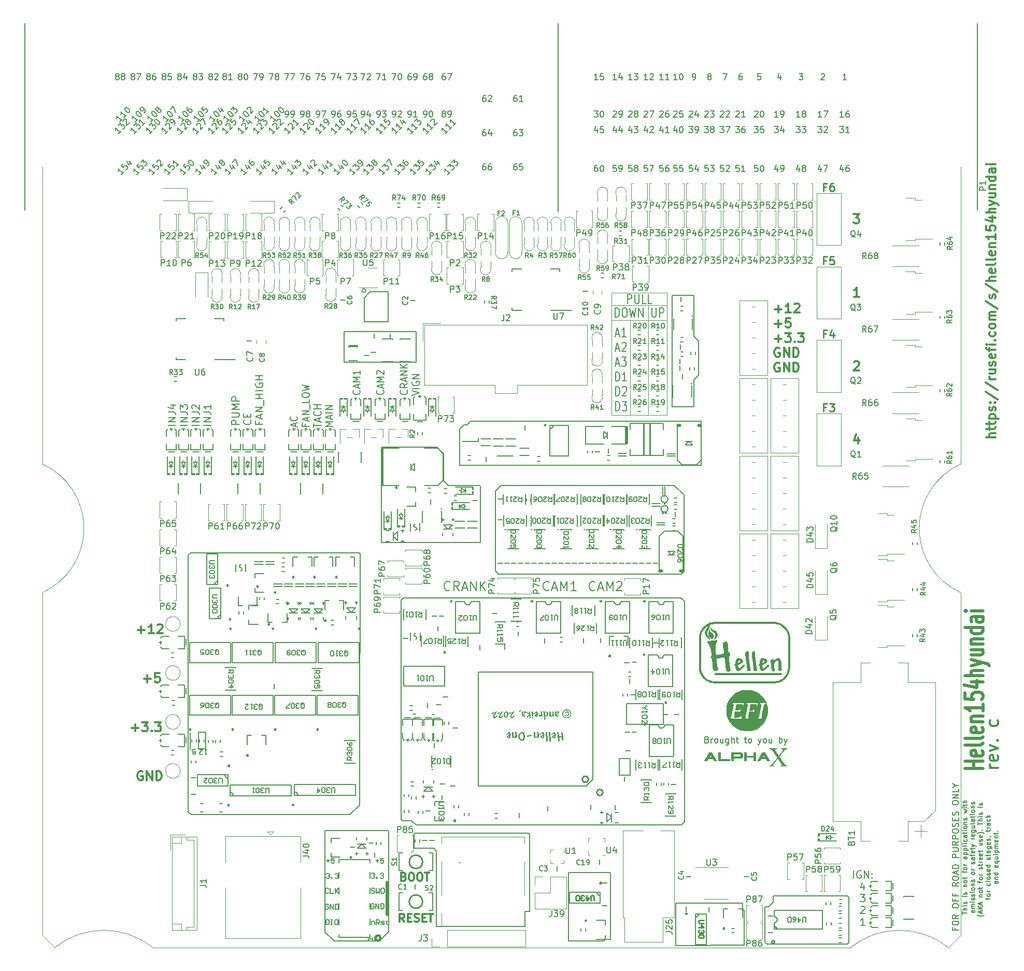
<source format=gto>
G75*
G70*
%OFA0B0*%
%FSLAX25Y25*%
%IPPOS*%
%LPD*%
%AMOC8*
5,1,8,0,0,1.08239X$1,22.5*
%
%ADD10C,0.00787*%
%ADD100C,0.00800*%
%ADD101C,0.00390*%
%ADD102C,0.00394*%
%ADD103C,0.00010*%
%ADD137C,0.01968*%
%ADD138C,0.00689*%
%ADD212C,0.00650*%
%ADD81C,0.01575*%
%ADD83C,0.00984*%
%ADD85C,0.01969*%
%ADD93C,0.00472*%
%ADD94C,0.01181*%
%ADD95C,0.00709*%
%ADD96C,0.00591*%
%ADD97C,0.00669*%
%ADD98C,0.00500*%
%ADD99C,0.01000*%
X0000000Y0000000D02*
%LPD*%
G01*
D93*
X0035433Y0019685D02*
X0027559Y0027559D01*
X0027559Y0330709D02*
X0027559Y0522047D01*
X0405491Y0423228D02*
X0405491Y0362205D01*
X0027559Y0248031D02*
G75*
G03*
X0027559Y0330709I-018744J0041339D01*
G01*
X0618110Y0027559D02*
X0610236Y0019685D01*
X0429113Y0433071D02*
X0393680Y0433071D01*
X0098425Y0019685D02*
G75*
G03*
X0035433Y0019685I-031496J-039142D01*
G01*
X0618110Y0248031D02*
X0618110Y0027559D01*
X0027559Y0027559D02*
X0027559Y0248031D01*
X0618110Y0330709D02*
G75*
G03*
X0618110Y0248031I0018744J-041339D01*
G01*
X0547244Y0019685D02*
X0098425Y0019685D01*
X0610236Y0019685D02*
G75*
G03*
X0547244Y0019685I-031496J-039142D01*
G01*
X0417302Y0362205D02*
X0417302Y0433071D01*
X0393680Y0362205D02*
X0429113Y0362205D01*
X0618110Y0522047D02*
X0618110Y0330709D01*
X0429113Y0362205D02*
X0429113Y0440945D01*
X0429113Y0440945D02*
X0393680Y0440945D01*
X0393680Y0423228D02*
X0429113Y0423228D01*
X0393680Y0440945D02*
X0393680Y0362205D01*
D94*
X0084851Y0160996D02*
X0089350Y0160996D01*
X0087101Y0158746D02*
X0087101Y0163245D01*
X0091600Y0164651D02*
X0095256Y0164651D01*
X0093287Y0162402D01*
X0094131Y0162402D01*
X0094693Y0162120D01*
X0094975Y0161839D01*
X0095256Y0161277D01*
X0095256Y0159871D01*
X0094975Y0159308D01*
X0094693Y0159027D01*
X0094131Y0158746D01*
X0092444Y0158746D01*
X0091881Y0159027D01*
X0091600Y0159308D01*
X0097787Y0159308D02*
X0098068Y0159027D01*
X0097787Y0158746D01*
X0097506Y0159027D01*
X0097787Y0159308D01*
X0097787Y0158746D01*
X0100037Y0164651D02*
X0103692Y0164651D01*
X0101724Y0162402D01*
X0102567Y0162402D01*
X0103130Y0162120D01*
X0103411Y0161839D01*
X0103692Y0161277D01*
X0103692Y0159871D01*
X0103411Y0159308D01*
X0103130Y0159027D01*
X0102567Y0158746D01*
X0100880Y0158746D01*
X0100318Y0159027D01*
X0100037Y0159308D01*
D95*
X0113169Y0355681D02*
X0108444Y0355681D01*
X0113169Y0357930D02*
X0108444Y0357930D01*
X0113169Y0360630D01*
X0108444Y0360630D01*
X0108444Y0364229D02*
X0111819Y0364229D01*
X0112494Y0364004D01*
X0112944Y0363555D01*
X0113169Y0362880D01*
X0113169Y0362430D01*
X0110019Y0368504D02*
X0113169Y0368504D01*
X0108219Y0367379D02*
X0111594Y0366254D01*
X0111594Y0369179D01*
X0120775Y0355681D02*
X0116051Y0355681D01*
X0120775Y0357930D02*
X0116051Y0357930D01*
X0120775Y0360630D01*
X0116051Y0360630D01*
X0116051Y0364229D02*
X0119425Y0364229D01*
X0120100Y0364004D01*
X0120550Y0363555D01*
X0120775Y0362880D01*
X0120775Y0362430D01*
X0116051Y0366029D02*
X0116051Y0368954D01*
X0117850Y0367379D01*
X0117850Y0368054D01*
X0118075Y0368504D01*
X0118300Y0368729D01*
X0118750Y0368954D01*
X0119875Y0368954D01*
X0120325Y0368729D01*
X0120550Y0368504D01*
X0120775Y0368054D01*
X0120775Y0366704D01*
X0120550Y0366254D01*
X0120325Y0366029D01*
X0128381Y0355681D02*
X0123657Y0355681D01*
X0128381Y0357930D02*
X0123657Y0357930D01*
X0128381Y0360630D01*
X0123657Y0360630D01*
X0123657Y0364229D02*
X0127031Y0364229D01*
X0127706Y0364004D01*
X0128156Y0363555D01*
X0128381Y0362880D01*
X0128381Y0362430D01*
X0124107Y0366254D02*
X0123882Y0366479D01*
X0123657Y0366929D01*
X0123657Y0368054D01*
X0123882Y0368504D01*
X0124107Y0368729D01*
X0124557Y0368954D01*
X0125007Y0368954D01*
X0125682Y0368729D01*
X0128381Y0366029D01*
X0128381Y0368954D01*
X0135988Y0355681D02*
X0131263Y0355681D01*
X0135988Y0357930D02*
X0131263Y0357930D01*
X0135988Y0360630D01*
X0131263Y0360630D01*
X0131263Y0364229D02*
X0134638Y0364229D01*
X0135313Y0364004D01*
X0135763Y0363555D01*
X0135988Y0362880D01*
X0135988Y0362430D01*
X0135988Y0368954D02*
X0135988Y0366254D01*
X0135988Y0367604D02*
X0131263Y0367604D01*
X0131938Y0367154D01*
X0132388Y0366704D01*
X0132613Y0366254D01*
D94*
X0260283Y0036267D02*
X0258577Y0038705D01*
X0257358Y0036267D02*
X0257358Y0041385D01*
X0259308Y0041385D01*
X0259796Y0041142D01*
X0260039Y0040898D01*
X0260283Y0040411D01*
X0260283Y0039679D01*
X0260039Y0039192D01*
X0259796Y0038948D01*
X0259308Y0038705D01*
X0257358Y0038705D01*
X0262477Y0038948D02*
X0264183Y0038948D01*
X0264914Y0036267D02*
X0262477Y0036267D01*
X0262477Y0041385D01*
X0264914Y0041385D01*
X0266864Y0036511D02*
X0267595Y0036267D01*
X0268813Y0036267D01*
X0269301Y0036511D01*
X0269544Y0036755D01*
X0269788Y0037242D01*
X0269788Y0037730D01*
X0269544Y0038217D01*
X0269301Y0038461D01*
X0268813Y0038705D01*
X0267838Y0038948D01*
X0267351Y0039192D01*
X0267107Y0039436D01*
X0266864Y0039923D01*
X0266864Y0040411D01*
X0267107Y0040898D01*
X0267351Y0041142D01*
X0267838Y0041385D01*
X0269057Y0041385D01*
X0269788Y0041142D01*
X0271982Y0038948D02*
X0273688Y0038948D01*
X0274419Y0036267D02*
X0271982Y0036267D01*
X0271982Y0041385D01*
X0274419Y0041385D01*
X0275881Y0041385D02*
X0278806Y0041385D01*
X0277343Y0036267D02*
X0277343Y0041385D01*
D95*
X0403862Y0434046D02*
X0403862Y0439952D01*
X0405661Y0439952D01*
X0406111Y0439670D01*
X0406336Y0439389D01*
X0406561Y0438827D01*
X0406561Y0437983D01*
X0406336Y0437421D01*
X0406111Y0437139D01*
X0405661Y0436858D01*
X0403862Y0436858D01*
X0408586Y0439952D02*
X0408586Y0435171D01*
X0408811Y0434608D01*
X0409036Y0434327D01*
X0409486Y0434046D01*
X0410386Y0434046D01*
X0410836Y0434327D01*
X0411061Y0434608D01*
X0411286Y0435171D01*
X0411286Y0439952D01*
X0415785Y0434046D02*
X0413535Y0434046D01*
X0413535Y0439952D01*
X0419610Y0434046D02*
X0417360Y0434046D01*
X0417360Y0439952D01*
D94*
X0549494Y0396372D02*
X0549775Y0396654D01*
X0550337Y0396935D01*
X0551744Y0396935D01*
X0552306Y0396654D01*
X0552587Y0396372D01*
X0552868Y0395810D01*
X0552868Y0395247D01*
X0552587Y0394404D01*
X0549213Y0391029D01*
X0552868Y0391029D01*
D95*
X0231452Y0378098D02*
X0231677Y0377892D01*
X0231902Y0377274D01*
X0231902Y0376861D01*
X0231677Y0376242D01*
X0231227Y0375830D01*
X0230777Y0375624D01*
X0229877Y0375417D01*
X0229202Y0375417D01*
X0228302Y0375624D01*
X0227852Y0375830D01*
X0227402Y0376242D01*
X0227177Y0376861D01*
X0227177Y0377274D01*
X0227402Y0377892D01*
X0227627Y0378098D01*
X0230552Y0379748D02*
X0230552Y0381810D01*
X0231902Y0379336D02*
X0227177Y0380779D01*
X0231902Y0382223D01*
X0231902Y0383666D02*
X0227177Y0383666D01*
X0230552Y0385110D01*
X0227177Y0386554D01*
X0231902Y0386554D01*
X0231902Y0390884D02*
X0231902Y0388410D01*
X0231902Y0389647D02*
X0227177Y0389647D01*
X0227852Y0389235D01*
X0228302Y0388822D01*
X0228527Y0388410D01*
X0246665Y0378098D02*
X0246889Y0377892D01*
X0247114Y0377274D01*
X0247114Y0376861D01*
X0246889Y0376242D01*
X0246440Y0375830D01*
X0245990Y0375624D01*
X0245090Y0375417D01*
X0244415Y0375417D01*
X0243515Y0375624D01*
X0243065Y0375830D01*
X0242615Y0376242D01*
X0242390Y0376861D01*
X0242390Y0377274D01*
X0242615Y0377892D01*
X0242840Y0378098D01*
X0245765Y0379748D02*
X0245765Y0381810D01*
X0247114Y0379336D02*
X0242390Y0380779D01*
X0247114Y0382223D01*
X0247114Y0383666D02*
X0242390Y0383666D01*
X0245765Y0385110D01*
X0242390Y0386554D01*
X0247114Y0386554D01*
X0242840Y0388410D02*
X0242615Y0388616D01*
X0242390Y0389028D01*
X0242390Y0390059D01*
X0242615Y0390472D01*
X0242840Y0390678D01*
X0243290Y0390884D01*
X0243740Y0390884D01*
X0244415Y0390678D01*
X0247114Y0388203D01*
X0247114Y0390884D01*
X0261877Y0378098D02*
X0262102Y0377892D01*
X0262327Y0377274D01*
X0262327Y0376861D01*
X0262102Y0376242D01*
X0261652Y0375830D01*
X0261202Y0375624D01*
X0260302Y0375417D01*
X0259627Y0375417D01*
X0258728Y0375624D01*
X0258278Y0375830D01*
X0257828Y0376242D01*
X0257603Y0376861D01*
X0257603Y0377274D01*
X0257828Y0377892D01*
X0258053Y0378098D01*
X0262327Y0382429D02*
X0260077Y0380986D01*
X0262327Y0379954D02*
X0257603Y0379954D01*
X0257603Y0381604D01*
X0257828Y0382017D01*
X0258053Y0382223D01*
X0258503Y0382429D01*
X0259177Y0382429D01*
X0259627Y0382223D01*
X0259852Y0382017D01*
X0260077Y0381604D01*
X0260077Y0379954D01*
X0260977Y0384079D02*
X0260977Y0386141D01*
X0262327Y0383666D02*
X0257603Y0385110D01*
X0262327Y0386554D01*
X0262327Y0387997D02*
X0257603Y0387997D01*
X0262327Y0390472D01*
X0257603Y0390472D01*
X0262327Y0392534D02*
X0257603Y0392534D01*
X0262327Y0395009D02*
X0259627Y0393153D01*
X0257603Y0395009D02*
X0260302Y0392534D01*
X0265209Y0375005D02*
X0269933Y0376449D01*
X0265209Y0377892D01*
X0269933Y0379336D02*
X0265209Y0379336D01*
X0265434Y0383666D02*
X0265209Y0383254D01*
X0265209Y0382635D01*
X0265434Y0382017D01*
X0265884Y0381604D01*
X0266334Y0381398D01*
X0267234Y0381192D01*
X0267909Y0381192D01*
X0268808Y0381398D01*
X0269258Y0381604D01*
X0269708Y0382017D01*
X0269933Y0382635D01*
X0269933Y0383048D01*
X0269708Y0383666D01*
X0269483Y0383873D01*
X0267909Y0383873D01*
X0267909Y0383048D01*
X0269933Y0385729D02*
X0265209Y0385729D01*
X0269933Y0388203D01*
X0265209Y0388203D01*
D10*
X0289511Y0249859D02*
X0289229Y0249578D01*
X0288386Y0249297D01*
X0287823Y0249297D01*
X0286980Y0249578D01*
X0286417Y0250141D01*
X0286136Y0250703D01*
X0285855Y0251828D01*
X0285855Y0252672D01*
X0286136Y0253796D01*
X0286417Y0254359D01*
X0286980Y0254921D01*
X0287823Y0255202D01*
X0288386Y0255202D01*
X0289229Y0254921D01*
X0289511Y0254640D01*
X0295416Y0249297D02*
X0293448Y0252109D01*
X0292042Y0249297D02*
X0292042Y0255202D01*
X0294291Y0255202D01*
X0294854Y0254921D01*
X0295135Y0254640D01*
X0295416Y0254078D01*
X0295416Y0253234D01*
X0295135Y0252672D01*
X0294854Y0252390D01*
X0294291Y0252109D01*
X0292042Y0252109D01*
X0297666Y0250984D02*
X0300478Y0250984D01*
X0297103Y0249297D02*
X0299072Y0255202D01*
X0301040Y0249297D01*
X0303009Y0249297D02*
X0303009Y0255202D01*
X0306384Y0249297D01*
X0306384Y0255202D01*
X0309196Y0249297D02*
X0309196Y0255202D01*
X0312570Y0249297D02*
X0310039Y0252672D01*
X0312570Y0255202D02*
X0309196Y0251828D01*
D94*
X0552868Y0438273D02*
X0549494Y0438273D01*
X0551181Y0438273D02*
X0551181Y0444179D01*
X0550619Y0443335D01*
X0550056Y0442773D01*
X0549494Y0442492D01*
X0549213Y0491423D02*
X0552868Y0491423D01*
X0550900Y0489173D01*
X0551744Y0489173D01*
X0552306Y0488892D01*
X0552587Y0488611D01*
X0552868Y0488048D01*
X0552868Y0486642D01*
X0552587Y0486080D01*
X0552306Y0485799D01*
X0551744Y0485517D01*
X0550056Y0485517D01*
X0549494Y0485799D01*
X0549213Y0486080D01*
X0088788Y0223988D02*
X0093287Y0223988D01*
X0091038Y0221738D02*
X0091038Y0226237D01*
X0099193Y0221738D02*
X0095818Y0221738D01*
X0097506Y0221738D02*
X0097506Y0227643D01*
X0096943Y0226800D01*
X0096381Y0226237D01*
X0095818Y0225956D01*
X0101443Y0227081D02*
X0101724Y0227362D01*
X0102286Y0227643D01*
X0103692Y0227643D01*
X0104255Y0227362D01*
X0104536Y0227081D01*
X0104817Y0226519D01*
X0104817Y0225956D01*
X0104536Y0225112D01*
X0101161Y0221738D01*
X0104817Y0221738D01*
X0640467Y0347947D02*
X0634561Y0347947D01*
X0640467Y0350478D02*
X0637373Y0350478D01*
X0636811Y0350197D01*
X0636530Y0349634D01*
X0636530Y0348791D01*
X0636811Y0348228D01*
X0637092Y0347947D01*
X0636530Y0352447D02*
X0636530Y0354696D01*
X0634561Y0353290D02*
X0639623Y0353290D01*
X0640186Y0353571D01*
X0640467Y0354134D01*
X0640467Y0354696D01*
X0636530Y0355821D02*
X0636530Y0358071D01*
X0634561Y0356665D02*
X0639623Y0356665D01*
X0640186Y0356946D01*
X0640467Y0357508D01*
X0640467Y0358071D01*
X0636530Y0360039D02*
X0642435Y0360039D01*
X0636811Y0360039D02*
X0636530Y0360602D01*
X0636530Y0361727D01*
X0636811Y0362289D01*
X0637092Y0362570D01*
X0637655Y0362852D01*
X0639342Y0362852D01*
X0639904Y0362570D01*
X0640186Y0362289D01*
X0640467Y0361727D01*
X0640467Y0360602D01*
X0640186Y0360039D01*
X0640186Y0365101D02*
X0640467Y0365664D01*
X0640467Y0366789D01*
X0640186Y0367351D01*
X0639623Y0367632D01*
X0639342Y0367632D01*
X0638780Y0367351D01*
X0638498Y0366789D01*
X0638498Y0365945D01*
X0638217Y0365382D01*
X0637655Y0365101D01*
X0637373Y0365101D01*
X0636811Y0365382D01*
X0636530Y0365945D01*
X0636530Y0366789D01*
X0636811Y0367351D01*
X0639904Y0370163D02*
X0640186Y0370444D01*
X0640467Y0370163D01*
X0640186Y0369882D01*
X0639904Y0370163D01*
X0640467Y0370163D01*
X0636811Y0370163D02*
X0637092Y0370444D01*
X0637373Y0370163D01*
X0637092Y0369882D01*
X0636811Y0370163D01*
X0637373Y0370163D01*
X0634280Y0377193D02*
X0641873Y0372132D01*
X0634280Y0383380D02*
X0641873Y0378318D01*
X0640467Y0385349D02*
X0636530Y0385349D01*
X0637655Y0385349D02*
X0637092Y0385630D01*
X0636811Y0385911D01*
X0636530Y0386474D01*
X0636530Y0387036D01*
X0636530Y0391535D02*
X0640467Y0391535D01*
X0636530Y0389004D02*
X0639623Y0389004D01*
X0640186Y0389286D01*
X0640467Y0389848D01*
X0640467Y0390692D01*
X0640186Y0391254D01*
X0639904Y0391535D01*
X0640186Y0394066D02*
X0640467Y0394629D01*
X0640467Y0395754D01*
X0640186Y0396316D01*
X0639623Y0396597D01*
X0639342Y0396597D01*
X0638780Y0396316D01*
X0638498Y0395754D01*
X0638498Y0394910D01*
X0638217Y0394348D01*
X0637655Y0394066D01*
X0637373Y0394066D01*
X0636811Y0394348D01*
X0636530Y0394910D01*
X0636530Y0395754D01*
X0636811Y0396316D01*
X0640186Y0401378D02*
X0640467Y0400816D01*
X0640467Y0399691D01*
X0640186Y0399128D01*
X0639623Y0398847D01*
X0637373Y0398847D01*
X0636811Y0399128D01*
X0636530Y0399691D01*
X0636530Y0400816D01*
X0636811Y0401378D01*
X0637373Y0401659D01*
X0637936Y0401659D01*
X0638498Y0398847D01*
X0636530Y0403346D02*
X0636530Y0405596D01*
X0640467Y0404190D02*
X0635405Y0404190D01*
X0634843Y0404471D01*
X0634561Y0405034D01*
X0634561Y0405596D01*
X0640467Y0407565D02*
X0636530Y0407565D01*
X0634561Y0407565D02*
X0634843Y0407283D01*
X0635124Y0407565D01*
X0634843Y0407846D01*
X0634561Y0407565D01*
X0635124Y0407565D01*
X0639904Y0410377D02*
X0640186Y0410658D01*
X0640467Y0410377D01*
X0640186Y0410096D01*
X0639904Y0410377D01*
X0640467Y0410377D01*
X0640186Y0415720D02*
X0640467Y0415157D01*
X0640467Y0414033D01*
X0640186Y0413470D01*
X0639904Y0413189D01*
X0639342Y0412908D01*
X0637655Y0412908D01*
X0637092Y0413189D01*
X0636811Y0413470D01*
X0636530Y0414033D01*
X0636530Y0415157D01*
X0636811Y0415720D01*
X0640467Y0419094D02*
X0640186Y0418532D01*
X0639904Y0418251D01*
X0639342Y0417970D01*
X0637655Y0417970D01*
X0637092Y0418251D01*
X0636811Y0418532D01*
X0636530Y0419094D01*
X0636530Y0419938D01*
X0636811Y0420501D01*
X0637092Y0420782D01*
X0637655Y0421063D01*
X0639342Y0421063D01*
X0639904Y0420782D01*
X0640186Y0420501D01*
X0640467Y0419938D01*
X0640467Y0419094D01*
X0640467Y0423594D02*
X0636530Y0423594D01*
X0637092Y0423594D02*
X0636811Y0423875D01*
X0636530Y0424438D01*
X0636530Y0425281D01*
X0636811Y0425844D01*
X0637373Y0426125D01*
X0640467Y0426125D01*
X0637373Y0426125D02*
X0636811Y0426406D01*
X0636530Y0426969D01*
X0636530Y0427812D01*
X0636811Y0428375D01*
X0637373Y0428656D01*
X0640467Y0428656D01*
X0634280Y0435686D02*
X0641873Y0430624D01*
X0640186Y0437373D02*
X0640467Y0437936D01*
X0640467Y0439061D01*
X0640186Y0439623D01*
X0639623Y0439904D01*
X0639342Y0439904D01*
X0638780Y0439623D01*
X0638498Y0439061D01*
X0638498Y0438217D01*
X0638217Y0437655D01*
X0637655Y0437373D01*
X0637373Y0437373D01*
X0636811Y0437655D01*
X0636530Y0438217D01*
X0636530Y0439061D01*
X0636811Y0439623D01*
X0634280Y0446654D02*
X0641873Y0441592D01*
X0640467Y0448622D02*
X0634561Y0448622D01*
X0640467Y0451153D02*
X0637373Y0451153D01*
X0636811Y0450872D01*
X0636530Y0450309D01*
X0636530Y0449466D01*
X0636811Y0448903D01*
X0637092Y0448622D01*
X0640186Y0456215D02*
X0640467Y0455652D01*
X0640467Y0454528D01*
X0640186Y0453965D01*
X0639623Y0453684D01*
X0637373Y0453684D01*
X0636811Y0453965D01*
X0636530Y0454528D01*
X0636530Y0455652D01*
X0636811Y0456215D01*
X0637373Y0456496D01*
X0637936Y0456496D01*
X0638498Y0453684D01*
X0640467Y0459871D02*
X0640186Y0459308D01*
X0639623Y0459027D01*
X0634561Y0459027D01*
X0640467Y0462964D02*
X0640186Y0462402D01*
X0639623Y0462120D01*
X0634561Y0462120D01*
X0640186Y0467463D02*
X0640467Y0466901D01*
X0640467Y0465776D01*
X0640186Y0465214D01*
X0639623Y0464933D01*
X0637373Y0464933D01*
X0636811Y0465214D01*
X0636530Y0465776D01*
X0636530Y0466901D01*
X0636811Y0467463D01*
X0637373Y0467745D01*
X0637936Y0467745D01*
X0638498Y0464933D01*
X0636530Y0470276D02*
X0640467Y0470276D01*
X0637092Y0470276D02*
X0636811Y0470557D01*
X0636530Y0471119D01*
X0636530Y0471963D01*
X0636811Y0472525D01*
X0637373Y0472807D01*
X0640467Y0472807D01*
X0640467Y0478712D02*
X0640467Y0475337D01*
X0640467Y0477025D02*
X0634561Y0477025D01*
X0635405Y0476462D01*
X0635967Y0475900D01*
X0636249Y0475337D01*
X0634561Y0484055D02*
X0634561Y0481243D01*
X0637373Y0480962D01*
X0637092Y0481243D01*
X0636811Y0481805D01*
X0636811Y0483211D01*
X0637092Y0483774D01*
X0637373Y0484055D01*
X0637936Y0484336D01*
X0639342Y0484336D01*
X0639904Y0484055D01*
X0640186Y0483774D01*
X0640467Y0483211D01*
X0640467Y0481805D01*
X0640186Y0481243D01*
X0639904Y0480962D01*
X0636530Y0489398D02*
X0640467Y0489398D01*
X0634280Y0487992D02*
X0638498Y0486586D01*
X0638498Y0490242D01*
X0640467Y0492492D02*
X0634561Y0492492D01*
X0640467Y0495022D02*
X0637373Y0495022D01*
X0636811Y0494741D01*
X0636530Y0494179D01*
X0636530Y0493335D01*
X0636811Y0492773D01*
X0637092Y0492492D01*
X0636530Y0497272D02*
X0640467Y0498678D01*
X0636530Y0500084D02*
X0640467Y0498678D01*
X0641873Y0498116D01*
X0642154Y0497835D01*
X0642435Y0497272D01*
X0636530Y0504865D02*
X0640467Y0504865D01*
X0636530Y0502334D02*
X0639623Y0502334D01*
X0640186Y0502615D01*
X0640467Y0503178D01*
X0640467Y0504021D01*
X0640186Y0504584D01*
X0639904Y0504865D01*
X0636530Y0507677D02*
X0640467Y0507677D01*
X0637092Y0507677D02*
X0636811Y0507958D01*
X0636530Y0508521D01*
X0636530Y0509364D01*
X0636811Y0509927D01*
X0637373Y0510208D01*
X0640467Y0510208D01*
X0640467Y0515551D02*
X0634561Y0515551D01*
X0640186Y0515551D02*
X0640467Y0514989D01*
X0640467Y0513864D01*
X0640186Y0513301D01*
X0639904Y0513020D01*
X0639342Y0512739D01*
X0637655Y0512739D01*
X0637092Y0513020D01*
X0636811Y0513301D01*
X0636530Y0513864D01*
X0636530Y0514989D01*
X0636811Y0515551D01*
X0640467Y0520894D02*
X0637373Y0520894D01*
X0636811Y0520613D01*
X0636530Y0520051D01*
X0636530Y0518926D01*
X0636811Y0518363D01*
X0640186Y0520894D02*
X0640467Y0520332D01*
X0640467Y0518926D01*
X0640186Y0518363D01*
X0639623Y0518082D01*
X0639061Y0518082D01*
X0638498Y0518363D01*
X0638217Y0518926D01*
X0638217Y0520332D01*
X0637936Y0520894D01*
X0640467Y0523706D02*
X0636530Y0523706D01*
X0634561Y0523706D02*
X0634843Y0523425D01*
X0635124Y0523706D01*
X0634843Y0523988D01*
X0634561Y0523706D01*
X0635124Y0523706D01*
D96*
X0454987Y0153431D02*
X0455549Y0153243D01*
X0455737Y0153056D01*
X0455924Y0152681D01*
X0455924Y0152118D01*
X0455737Y0151744D01*
X0455549Y0151556D01*
X0455174Y0151369D01*
X0453675Y0151369D01*
X0453675Y0155306D01*
X0454987Y0155306D01*
X0455362Y0155118D01*
X0455549Y0154931D01*
X0455737Y0154556D01*
X0455737Y0154181D01*
X0455549Y0153806D01*
X0455362Y0153618D01*
X0454987Y0153431D01*
X0453675Y0153431D01*
X0457612Y0151369D02*
X0457612Y0153993D01*
X0457612Y0153243D02*
X0457799Y0153618D01*
X0457987Y0153806D01*
X0458361Y0153993D01*
X0458736Y0153993D01*
X0460611Y0151369D02*
X0460236Y0151556D01*
X0460049Y0151744D01*
X0459861Y0152118D01*
X0459861Y0153243D01*
X0460049Y0153618D01*
X0460236Y0153806D01*
X0460611Y0153993D01*
X0461174Y0153993D01*
X0461549Y0153806D01*
X0461736Y0153618D01*
X0461924Y0153243D01*
X0461924Y0152118D01*
X0461736Y0151744D01*
X0461549Y0151556D01*
X0461174Y0151369D01*
X0460611Y0151369D01*
X0465298Y0153993D02*
X0465298Y0151369D01*
X0463611Y0153993D02*
X0463611Y0151931D01*
X0463798Y0151556D01*
X0464173Y0151369D01*
X0464736Y0151369D01*
X0465111Y0151556D01*
X0465298Y0151744D01*
X0468860Y0153993D02*
X0468860Y0150806D01*
X0468673Y0150431D01*
X0468485Y0150244D01*
X0468110Y0150056D01*
X0467548Y0150056D01*
X0467173Y0150244D01*
X0468860Y0151556D02*
X0468485Y0151369D01*
X0467735Y0151369D01*
X0467360Y0151556D01*
X0467173Y0151744D01*
X0466985Y0152118D01*
X0466985Y0153243D01*
X0467173Y0153618D01*
X0467360Y0153806D01*
X0467735Y0153993D01*
X0468485Y0153993D01*
X0468860Y0153806D01*
X0470735Y0151369D02*
X0470735Y0155306D01*
X0472422Y0151369D02*
X0472422Y0153431D01*
X0472235Y0153806D01*
X0471860Y0153993D01*
X0471297Y0153993D01*
X0470922Y0153806D01*
X0470735Y0153618D01*
X0473735Y0153993D02*
X0475234Y0153993D01*
X0474297Y0155306D02*
X0474297Y0151931D01*
X0474484Y0151556D01*
X0474859Y0151369D01*
X0475234Y0151369D01*
X0478984Y0153993D02*
X0480484Y0153993D01*
X0479546Y0155306D02*
X0479546Y0151931D01*
X0479734Y0151556D01*
X0480109Y0151369D01*
X0480484Y0151369D01*
X0482358Y0151369D02*
X0481984Y0151556D01*
X0481796Y0151744D01*
X0481609Y0152118D01*
X0481609Y0153243D01*
X0481796Y0153618D01*
X0481984Y0153806D01*
X0482358Y0153993D01*
X0482921Y0153993D01*
X0483296Y0153806D01*
X0483483Y0153618D01*
X0483671Y0153243D01*
X0483671Y0152118D01*
X0483483Y0151744D01*
X0483296Y0151556D01*
X0482921Y0151369D01*
X0482358Y0151369D01*
X0487983Y0153993D02*
X0488920Y0151369D01*
X0489858Y0153993D02*
X0488920Y0151369D01*
X0488545Y0150431D01*
X0488358Y0150244D01*
X0487983Y0150056D01*
X0491920Y0151369D02*
X0491545Y0151556D01*
X0491357Y0151744D01*
X0491170Y0152118D01*
X0491170Y0153243D01*
X0491357Y0153618D01*
X0491545Y0153806D01*
X0491920Y0153993D01*
X0492482Y0153993D01*
X0492857Y0153806D01*
X0493045Y0153618D01*
X0493232Y0153243D01*
X0493232Y0152118D01*
X0493045Y0151744D01*
X0492857Y0151556D01*
X0492482Y0151369D01*
X0491920Y0151369D01*
X0496607Y0153993D02*
X0496607Y0151369D01*
X0494919Y0153993D02*
X0494919Y0151931D01*
X0495107Y0151556D01*
X0495482Y0151369D01*
X0496044Y0151369D01*
X0496419Y0151556D01*
X0496607Y0151744D01*
X0501481Y0151369D02*
X0501481Y0155306D01*
X0501481Y0153806D02*
X0501856Y0153993D01*
X0502606Y0153993D01*
X0502981Y0153806D01*
X0503168Y0153618D01*
X0503356Y0153243D01*
X0503356Y0152118D01*
X0503168Y0151744D01*
X0502981Y0151556D01*
X0502606Y0151369D01*
X0501856Y0151369D01*
X0501481Y0151556D01*
X0504668Y0153993D02*
X0505606Y0151369D01*
X0506543Y0153993D02*
X0505606Y0151369D01*
X0505231Y0150431D01*
X0505043Y0150244D01*
X0504668Y0150056D01*
D95*
X0395952Y0425256D02*
X0395952Y0431161D01*
X0397077Y0431161D01*
X0397752Y0430880D01*
X0398202Y0430318D01*
X0398427Y0429755D01*
X0398652Y0428630D01*
X0398652Y0427787D01*
X0398427Y0426662D01*
X0398202Y0426099D01*
X0397752Y0425537D01*
X0397077Y0425256D01*
X0395952Y0425256D01*
X0401577Y0431161D02*
X0402477Y0431161D01*
X0402927Y0430880D01*
X0403377Y0430318D01*
X0403602Y0429193D01*
X0403602Y0427224D01*
X0403377Y0426099D01*
X0402927Y0425537D01*
X0402477Y0425256D01*
X0401577Y0425256D01*
X0401127Y0425537D01*
X0400677Y0426099D01*
X0400452Y0427224D01*
X0400452Y0429193D01*
X0400677Y0430318D01*
X0401127Y0430880D01*
X0401577Y0431161D01*
X0405176Y0431161D02*
X0406301Y0425256D01*
X0407201Y0429474D01*
X0408101Y0425256D01*
X0409226Y0431161D01*
X0411026Y0425256D02*
X0411026Y0431161D01*
X0413725Y0425256D01*
X0413725Y0431161D01*
X0419575Y0431161D02*
X0419575Y0426381D01*
X0419799Y0425818D01*
X0420024Y0425537D01*
X0420474Y0425256D01*
X0421374Y0425256D01*
X0421824Y0425537D01*
X0422049Y0425818D01*
X0422274Y0426381D01*
X0422274Y0431161D01*
X0424524Y0425256D02*
X0424524Y0431161D01*
X0426324Y0431161D01*
X0426774Y0430880D01*
X0426999Y0430599D01*
X0427224Y0430036D01*
X0427224Y0429193D01*
X0426999Y0428630D01*
X0426774Y0428349D01*
X0426324Y0428068D01*
X0424524Y0428068D01*
D94*
X0259983Y0065326D02*
X0260714Y0065082D01*
X0260958Y0064839D01*
X0261202Y0064351D01*
X0261202Y0063620D01*
X0260958Y0063133D01*
X0260714Y0062889D01*
X0260227Y0062645D01*
X0258277Y0062645D01*
X0258277Y0067763D01*
X0259983Y0067763D01*
X0260471Y0067520D01*
X0260714Y0067276D01*
X0260958Y0066789D01*
X0260958Y0066301D01*
X0260714Y0065814D01*
X0260471Y0065570D01*
X0259983Y0065326D01*
X0258277Y0065326D01*
X0264370Y0067763D02*
X0265345Y0067763D01*
X0265832Y0067520D01*
X0266320Y0067032D01*
X0266564Y0066057D01*
X0266564Y0064351D01*
X0266320Y0063376D01*
X0265832Y0062889D01*
X0265345Y0062645D01*
X0264370Y0062645D01*
X0263883Y0062889D01*
X0263395Y0063376D01*
X0263151Y0064351D01*
X0263151Y0066057D01*
X0263395Y0067032D01*
X0263883Y0067520D01*
X0264370Y0067763D01*
X0269732Y0067763D02*
X0270707Y0067763D01*
X0271194Y0067520D01*
X0271682Y0067032D01*
X0271925Y0066057D01*
X0271925Y0064351D01*
X0271682Y0063376D01*
X0271194Y0062889D01*
X0270707Y0062645D01*
X0269732Y0062645D01*
X0269244Y0062889D01*
X0268757Y0063376D01*
X0268513Y0064351D01*
X0268513Y0066057D01*
X0268757Y0067032D01*
X0269244Y0067520D01*
X0269732Y0067763D01*
X0273388Y0067763D02*
X0276312Y0067763D01*
X0274850Y0062645D02*
X0274850Y0067763D01*
D95*
X0396235Y0414298D02*
X0398485Y0414298D01*
X0395785Y0412611D02*
X0397360Y0418516D01*
X0398935Y0412611D01*
X0402984Y0412611D02*
X0400285Y0412611D01*
X0401635Y0412611D02*
X0401635Y0418516D01*
X0401185Y0417672D01*
X0400735Y0417110D01*
X0400285Y0416829D01*
X0396235Y0404790D02*
X0398485Y0404790D01*
X0395785Y0403103D02*
X0397360Y0409008D01*
X0398935Y0403103D01*
X0400285Y0408446D02*
X0400510Y0408727D01*
X0400960Y0409008D01*
X0402084Y0409008D01*
X0402534Y0408727D01*
X0402759Y0408446D01*
X0402984Y0407883D01*
X0402984Y0407321D01*
X0402759Y0406477D01*
X0400060Y0403103D01*
X0402984Y0403103D01*
X0396235Y0395282D02*
X0398485Y0395282D01*
X0395785Y0393595D02*
X0397360Y0399500D01*
X0398935Y0393595D01*
X0400060Y0399500D02*
X0402984Y0399500D01*
X0401410Y0397251D01*
X0402084Y0397251D01*
X0402534Y0396969D01*
X0402759Y0396688D01*
X0402984Y0396126D01*
X0402984Y0394720D01*
X0402759Y0394157D01*
X0402534Y0393876D01*
X0402084Y0393595D01*
X0400735Y0393595D01*
X0400285Y0393876D01*
X0400060Y0394157D01*
X0396123Y0384087D02*
X0396123Y0389992D01*
X0397248Y0389992D01*
X0397923Y0389711D01*
X0398372Y0389149D01*
X0398597Y0388586D01*
X0398822Y0387462D01*
X0398822Y0386618D01*
X0398597Y0385493D01*
X0398372Y0384931D01*
X0397923Y0384368D01*
X0397248Y0384087D01*
X0396123Y0384087D01*
X0403322Y0384087D02*
X0400622Y0384087D01*
X0401972Y0384087D02*
X0401972Y0389992D01*
X0401522Y0389149D01*
X0401072Y0388586D01*
X0400622Y0388305D01*
X0396123Y0374579D02*
X0396123Y0380485D01*
X0397248Y0380485D01*
X0397923Y0380203D01*
X0398372Y0379641D01*
X0398597Y0379079D01*
X0398822Y0377954D01*
X0398822Y0377110D01*
X0398597Y0375985D01*
X0398372Y0375423D01*
X0397923Y0374860D01*
X0397248Y0374579D01*
X0396123Y0374579D01*
X0400622Y0379922D02*
X0400847Y0380203D01*
X0401297Y0380485D01*
X0402422Y0380485D01*
X0402872Y0380203D01*
X0403097Y0379922D01*
X0403322Y0379360D01*
X0403322Y0378797D01*
X0403097Y0377954D01*
X0400397Y0374579D01*
X0403322Y0374579D01*
X0396123Y0365071D02*
X0396123Y0370977D01*
X0397248Y0370977D01*
X0397923Y0370695D01*
X0398372Y0370133D01*
X0398597Y0369571D01*
X0398822Y0368446D01*
X0398822Y0367602D01*
X0398597Y0366477D01*
X0398372Y0365915D01*
X0397923Y0365352D01*
X0397248Y0365071D01*
X0396123Y0365071D01*
X0400397Y0370977D02*
X0403322Y0370977D01*
X0401747Y0368727D01*
X0402422Y0368727D01*
X0402872Y0368446D01*
X0403097Y0368165D01*
X0403322Y0367602D01*
X0403322Y0366196D01*
X0403097Y0365634D01*
X0402872Y0365352D01*
X0402422Y0365071D01*
X0401072Y0365071D01*
X0400622Y0365352D01*
X0400397Y0365634D01*
D94*
X0552306Y0347722D02*
X0552306Y0343785D01*
X0550900Y0349972D02*
X0549494Y0345754D01*
X0553150Y0345754D01*
D95*
X0190165Y0354829D02*
X0190165Y0356891D01*
X0191515Y0354416D02*
X0186791Y0355860D01*
X0191515Y0357304D01*
X0191065Y0361222D02*
X0191290Y0361016D01*
X0191515Y0360397D01*
X0191515Y0359984D01*
X0191290Y0359366D01*
X0190840Y0358953D01*
X0190390Y0358747D01*
X0189490Y0358541D01*
X0188816Y0358541D01*
X0187916Y0358747D01*
X0187466Y0358953D01*
X0187016Y0359366D01*
X0186791Y0359984D01*
X0186791Y0360397D01*
X0187016Y0361016D01*
X0187241Y0361222D01*
X0196647Y0356479D02*
X0196647Y0355035D01*
X0199121Y0355035D02*
X0194397Y0355035D01*
X0194397Y0357097D01*
X0197772Y0358541D02*
X0197772Y0360603D01*
X0199121Y0358128D02*
X0194397Y0359572D01*
X0199121Y0361016D01*
X0199121Y0362459D02*
X0194397Y0362459D01*
X0199121Y0364934D01*
X0194397Y0364934D01*
X0199571Y0365965D02*
X0199571Y0369265D01*
X0199121Y0372358D02*
X0199121Y0370296D01*
X0194397Y0370296D01*
X0194397Y0374626D02*
X0194397Y0375451D01*
X0194622Y0375864D01*
X0195072Y0376276D01*
X0195972Y0376482D01*
X0197547Y0376482D01*
X0198447Y0376276D01*
X0198897Y0375864D01*
X0199121Y0375451D01*
X0199121Y0374626D01*
X0198897Y0374214D01*
X0198447Y0373801D01*
X0197547Y0373595D01*
X0195972Y0373595D01*
X0195072Y0373801D01*
X0194622Y0374214D01*
X0194397Y0374626D01*
X0194397Y0377926D02*
X0199121Y0378957D01*
X0195747Y0379782D01*
X0199121Y0380607D01*
X0194397Y0381638D01*
X0202003Y0354416D02*
X0202003Y0356891D01*
X0206728Y0355654D02*
X0202003Y0355654D01*
X0205378Y0358128D02*
X0205378Y0360191D01*
X0206728Y0357716D02*
X0202003Y0359160D01*
X0206728Y0360603D01*
X0206278Y0364521D02*
X0206503Y0364315D01*
X0206728Y0363696D01*
X0206728Y0363284D01*
X0206503Y0362665D01*
X0206053Y0362253D01*
X0205603Y0362047D01*
X0204703Y0361840D01*
X0204028Y0361840D01*
X0203128Y0362047D01*
X0202678Y0362253D01*
X0202228Y0362665D01*
X0202003Y0363284D01*
X0202003Y0363696D01*
X0202228Y0364315D01*
X0202453Y0364521D01*
X0206728Y0366377D02*
X0202003Y0366377D01*
X0204253Y0366377D02*
X0204253Y0368852D01*
X0206728Y0368852D02*
X0202003Y0368852D01*
X0214334Y0355035D02*
X0209610Y0355035D01*
X0212984Y0356479D01*
X0209610Y0357922D01*
X0214334Y0357922D01*
X0212984Y0359778D02*
X0212984Y0361840D01*
X0214334Y0359366D02*
X0209610Y0360809D01*
X0214334Y0362253D01*
X0214334Y0363696D02*
X0209610Y0363696D01*
X0214334Y0365759D02*
X0209610Y0365759D01*
X0214334Y0368233D01*
X0209610Y0368233D01*
D94*
X0092725Y0192492D02*
X0097224Y0192492D01*
X0094975Y0190242D02*
X0094975Y0194741D01*
X0102849Y0196147D02*
X0100037Y0196147D01*
X0099755Y0193335D01*
X0100037Y0193616D01*
X0100599Y0193898D01*
X0102005Y0193898D01*
X0102567Y0193616D01*
X0102849Y0193335D01*
X0103130Y0192773D01*
X0103130Y0191367D01*
X0102849Y0190804D01*
X0102567Y0190523D01*
X0102005Y0190242D01*
X0100599Y0190242D01*
X0100037Y0190523D01*
X0099755Y0190804D01*
X0091881Y0132874D02*
X0091319Y0133155D01*
X0090475Y0133155D01*
X0089632Y0132874D01*
X0089069Y0132312D01*
X0088788Y0131749D01*
X0088507Y0130624D01*
X0088507Y0129781D01*
X0088788Y0128656D01*
X0089069Y0128093D01*
X0089632Y0127531D01*
X0090475Y0127250D01*
X0091038Y0127250D01*
X0091881Y0127531D01*
X0092163Y0127812D01*
X0092163Y0129781D01*
X0091038Y0129781D01*
X0094693Y0127250D02*
X0094693Y0133155D01*
X0098068Y0127250D01*
X0098068Y0133155D01*
X0100880Y0127250D02*
X0100880Y0133155D01*
X0102286Y0133155D01*
X0103130Y0132874D01*
X0103692Y0132312D01*
X0103974Y0131749D01*
X0104255Y0130624D01*
X0104255Y0129781D01*
X0103974Y0128656D01*
X0103692Y0128093D01*
X0103130Y0127531D01*
X0102286Y0127250D01*
X0100880Y0127250D01*
D85*
X0632587Y0135044D02*
X0620776Y0135044D01*
X0626400Y0135044D02*
X0626400Y0139543D01*
X0632587Y0139543D02*
X0620776Y0139543D01*
X0632025Y0146293D02*
X0632587Y0145543D01*
X0632587Y0144043D01*
X0632025Y0143293D01*
X0630900Y0142918D01*
X0626400Y0142918D01*
X0625276Y0143293D01*
X0624713Y0144043D01*
X0624713Y0145543D01*
X0625276Y0146293D01*
X0626400Y0146668D01*
X0627525Y0146668D01*
X0628650Y0142918D01*
X0632587Y0151167D02*
X0632025Y0150417D01*
X0630900Y0150042D01*
X0620776Y0150042D01*
X0632587Y0155292D02*
X0632025Y0154542D01*
X0630900Y0154167D01*
X0620776Y0154167D01*
X0632025Y0161291D02*
X0632587Y0160541D01*
X0632587Y0159041D01*
X0632025Y0158291D01*
X0630900Y0157916D01*
X0626400Y0157916D01*
X0625276Y0158291D01*
X0624713Y0159041D01*
X0624713Y0160541D01*
X0625276Y0161291D01*
X0626400Y0161666D01*
X0627525Y0161666D01*
X0628650Y0157916D01*
X0624713Y0165040D02*
X0632587Y0165040D01*
X0625838Y0165040D02*
X0625276Y0165415D01*
X0624713Y0166165D01*
X0624713Y0167290D01*
X0625276Y0168040D01*
X0626400Y0168415D01*
X0632587Y0168415D01*
X0632587Y0176289D02*
X0632587Y0171789D01*
X0632587Y0174039D02*
X0620776Y0174039D01*
X0622463Y0173289D01*
X0623588Y0172539D01*
X0624151Y0171789D01*
X0620776Y0183413D02*
X0620776Y0179663D01*
X0626400Y0179289D01*
X0625838Y0179663D01*
X0625276Y0180413D01*
X0625276Y0182288D01*
X0625838Y0183038D01*
X0626400Y0183413D01*
X0627525Y0183788D01*
X0630337Y0183788D01*
X0631462Y0183413D01*
X0632025Y0183038D01*
X0632587Y0182288D01*
X0632587Y0180413D01*
X0632025Y0179663D01*
X0631462Y0179289D01*
X0624713Y0190537D02*
X0632587Y0190537D01*
X0620214Y0188662D02*
X0628650Y0186788D01*
X0628650Y0191662D01*
X0632587Y0194662D02*
X0620776Y0194662D01*
X0632587Y0198036D02*
X0626400Y0198036D01*
X0625276Y0197661D01*
X0624713Y0196911D01*
X0624713Y0195786D01*
X0625276Y0195037D01*
X0625838Y0194662D01*
X0624713Y0201036D02*
X0632587Y0202911D01*
X0624713Y0204785D02*
X0632587Y0202911D01*
X0635399Y0202161D01*
X0635962Y0201786D01*
X0636524Y0201036D01*
X0624713Y0211160D02*
X0632587Y0211160D01*
X0624713Y0207785D02*
X0630900Y0207785D01*
X0632025Y0208160D01*
X0632587Y0208910D01*
X0632587Y0210035D01*
X0632025Y0210785D01*
X0631462Y0211160D01*
X0624713Y0214909D02*
X0632587Y0214909D01*
X0625838Y0214909D02*
X0625276Y0215284D01*
X0624713Y0216034D01*
X0624713Y0217159D01*
X0625276Y0217909D01*
X0626400Y0218284D01*
X0632587Y0218284D01*
X0632587Y0225408D02*
X0620776Y0225408D01*
X0632025Y0225408D02*
X0632587Y0224658D01*
X0632587Y0223158D01*
X0632025Y0222408D01*
X0631462Y0222033D01*
X0630337Y0221658D01*
X0626963Y0221658D01*
X0625838Y0222033D01*
X0625276Y0222408D01*
X0624713Y0223158D01*
X0624713Y0224658D01*
X0625276Y0225408D01*
X0632587Y0232532D02*
X0626400Y0232532D01*
X0625276Y0232157D01*
X0624713Y0231407D01*
X0624713Y0229907D01*
X0625276Y0229157D01*
X0632025Y0232532D02*
X0632587Y0231782D01*
X0632587Y0229907D01*
X0632025Y0229157D01*
X0630900Y0228782D01*
X0629775Y0228782D01*
X0628650Y0229157D01*
X0628088Y0229907D01*
X0628088Y0231782D01*
X0627525Y0232532D01*
X0632587Y0236281D02*
X0624713Y0236281D01*
X0620776Y0236281D02*
X0621339Y0235906D01*
X0621901Y0236281D01*
X0621339Y0236656D01*
X0620776Y0236281D01*
X0621901Y0236281D01*
D94*
X0498473Y0430366D02*
X0502972Y0430366D01*
X0500723Y0428116D02*
X0500723Y0432615D01*
X0508878Y0428116D02*
X0505503Y0428116D01*
X0507191Y0428116D02*
X0507191Y0434021D01*
X0506628Y0433178D01*
X0506066Y0432615D01*
X0505503Y0432334D01*
X0511128Y0433459D02*
X0511409Y0433740D01*
X0511971Y0434021D01*
X0513377Y0434021D01*
X0513940Y0433740D01*
X0514221Y0433459D01*
X0514502Y0432897D01*
X0514502Y0432334D01*
X0514221Y0431490D01*
X0510846Y0428116D01*
X0514502Y0428116D01*
X0498473Y0420858D02*
X0502972Y0420858D01*
X0500723Y0418608D02*
X0500723Y0423107D01*
X0508597Y0424514D02*
X0505785Y0424514D01*
X0505503Y0421701D01*
X0505785Y0421983D01*
X0506347Y0422264D01*
X0507753Y0422264D01*
X0508316Y0421983D01*
X0508597Y0421701D01*
X0508878Y0421139D01*
X0508878Y0419733D01*
X0508597Y0419170D01*
X0508316Y0418889D01*
X0507753Y0418608D01*
X0506347Y0418608D01*
X0505785Y0418889D01*
X0505503Y0419170D01*
X0498473Y0411350D02*
X0502972Y0411350D01*
X0500723Y0409100D02*
X0500723Y0413600D01*
X0505222Y0415006D02*
X0508878Y0415006D01*
X0506909Y0412756D01*
X0507753Y0412756D01*
X0508316Y0412475D01*
X0508597Y0412193D01*
X0508878Y0411631D01*
X0508878Y0410225D01*
X0508597Y0409663D01*
X0508316Y0409381D01*
X0507753Y0409100D01*
X0506066Y0409100D01*
X0505503Y0409381D01*
X0505222Y0409663D01*
X0511409Y0409663D02*
X0511690Y0409381D01*
X0511409Y0409100D01*
X0511128Y0409381D01*
X0511409Y0409663D01*
X0511409Y0409100D01*
X0513659Y0415006D02*
X0517314Y0415006D01*
X0515346Y0412756D01*
X0516190Y0412756D01*
X0516752Y0412475D01*
X0517033Y0412193D01*
X0517314Y0411631D01*
X0517314Y0410225D01*
X0517033Y0409663D01*
X0516752Y0409381D01*
X0516190Y0409100D01*
X0514502Y0409100D01*
X0513940Y0409381D01*
X0513659Y0409663D01*
X0501566Y0405217D02*
X0501004Y0405498D01*
X0500160Y0405498D01*
X0499317Y0405217D01*
X0498754Y0404654D01*
X0498473Y0404092D01*
X0498192Y0402967D01*
X0498192Y0402123D01*
X0498473Y0400998D01*
X0498754Y0400436D01*
X0499317Y0399873D01*
X0500160Y0399592D01*
X0500723Y0399592D01*
X0501566Y0399873D01*
X0501848Y0400155D01*
X0501848Y0402123D01*
X0500723Y0402123D01*
X0504379Y0399592D02*
X0504379Y0405498D01*
X0507753Y0399592D01*
X0507753Y0405498D01*
X0510565Y0399592D02*
X0510565Y0405498D01*
X0511971Y0405498D01*
X0512815Y0405217D01*
X0513377Y0404654D01*
X0513659Y0404092D01*
X0513940Y0402967D01*
X0513940Y0402123D01*
X0513659Y0400998D01*
X0513377Y0400436D01*
X0512815Y0399873D01*
X0511971Y0399592D01*
X0510565Y0399592D01*
X0501566Y0395709D02*
X0501004Y0395990D01*
X0500160Y0395990D01*
X0499317Y0395709D01*
X0498754Y0395146D01*
X0498473Y0394584D01*
X0498192Y0393459D01*
X0498192Y0392615D01*
X0498473Y0391490D01*
X0498754Y0390928D01*
X0499317Y0390366D01*
X0500160Y0390084D01*
X0500723Y0390084D01*
X0501566Y0390366D01*
X0501848Y0390647D01*
X0501848Y0392615D01*
X0500723Y0392615D01*
X0504379Y0390084D02*
X0504379Y0395990D01*
X0507753Y0390084D01*
X0507753Y0395990D01*
X0510565Y0390084D02*
X0510565Y0395990D01*
X0511971Y0395990D01*
X0512815Y0395709D01*
X0513377Y0395146D01*
X0513659Y0394584D01*
X0513940Y0393459D01*
X0513940Y0392615D01*
X0513659Y0391490D01*
X0513377Y0390928D01*
X0512815Y0390366D01*
X0511971Y0390084D01*
X0510565Y0390084D01*
D10*
X0353346Y0249859D02*
X0353065Y0249578D01*
X0352222Y0249297D01*
X0351659Y0249297D01*
X0350816Y0249578D01*
X0350253Y0250141D01*
X0349972Y0250703D01*
X0349691Y0251828D01*
X0349691Y0252672D01*
X0349972Y0253796D01*
X0350253Y0254359D01*
X0350816Y0254921D01*
X0351659Y0255202D01*
X0352222Y0255202D01*
X0353065Y0254921D01*
X0353346Y0254640D01*
X0355596Y0250984D02*
X0358408Y0250984D01*
X0355034Y0249297D02*
X0357002Y0255202D01*
X0358971Y0249297D01*
X0360939Y0249297D02*
X0360939Y0255202D01*
X0362908Y0250984D01*
X0364876Y0255202D01*
X0364876Y0249297D01*
X0370782Y0249297D02*
X0367407Y0249297D01*
X0369094Y0249297D02*
X0369094Y0255202D01*
X0368532Y0254359D01*
X0367970Y0253796D01*
X0367407Y0253515D01*
D94*
X0642145Y0135320D02*
X0636895Y0135320D01*
X0638395Y0135320D02*
X0637645Y0135695D01*
X0637270Y0136070D01*
X0636895Y0136819D01*
X0636895Y0137569D01*
X0641770Y0143194D02*
X0642145Y0142444D01*
X0642145Y0140944D01*
X0641770Y0140194D01*
X0641020Y0139819D01*
X0638020Y0139819D01*
X0637270Y0140194D01*
X0636895Y0140944D01*
X0636895Y0142444D01*
X0637270Y0143194D01*
X0638020Y0143569D01*
X0638770Y0143569D01*
X0639520Y0139819D01*
X0636895Y0146193D02*
X0642145Y0148068D01*
X0636895Y0149943D01*
X0641395Y0152942D02*
X0641770Y0153317D01*
X0642145Y0152942D01*
X0641770Y0152567D01*
X0641395Y0152942D01*
X0642145Y0152942D01*
X0641770Y0166066D02*
X0642145Y0165316D01*
X0642145Y0163816D01*
X0641770Y0163066D01*
X0641395Y0162691D01*
X0640645Y0162316D01*
X0638395Y0162316D01*
X0637645Y0162691D01*
X0637270Y0163066D01*
X0636895Y0163816D01*
X0636895Y0165316D01*
X0637270Y0166066D01*
D95*
X0154078Y0356310D02*
X0149354Y0356310D01*
X0149354Y0358110D01*
X0149579Y0358560D01*
X0149804Y0358785D01*
X0150254Y0359010D01*
X0150929Y0359010D01*
X0151379Y0358785D01*
X0151604Y0358560D01*
X0151828Y0358110D01*
X0151828Y0356310D01*
X0149354Y0361034D02*
X0153178Y0361034D01*
X0153628Y0361259D01*
X0153853Y0361484D01*
X0154078Y0361934D01*
X0154078Y0362834D01*
X0153853Y0363284D01*
X0153628Y0363509D01*
X0153178Y0363734D01*
X0149354Y0363734D01*
X0154078Y0365984D02*
X0149354Y0365984D01*
X0152728Y0367558D01*
X0149354Y0369133D01*
X0154078Y0369133D01*
X0154078Y0371383D02*
X0149354Y0371383D01*
X0149354Y0373183D01*
X0149579Y0373633D01*
X0149804Y0373858D01*
X0150254Y0374083D01*
X0150929Y0374083D01*
X0151379Y0373858D01*
X0151604Y0373633D01*
X0151828Y0373183D01*
X0151828Y0371383D01*
X0161235Y0359010D02*
X0161460Y0358785D01*
X0161684Y0358110D01*
X0161684Y0357660D01*
X0161460Y0356985D01*
X0161010Y0356535D01*
X0160560Y0356310D01*
X0159660Y0356085D01*
X0158985Y0356085D01*
X0158085Y0356310D01*
X0157635Y0356535D01*
X0157185Y0356985D01*
X0156960Y0357660D01*
X0156960Y0358110D01*
X0157185Y0358785D01*
X0157410Y0359010D01*
X0159210Y0361034D02*
X0159210Y0362609D01*
X0161684Y0363284D02*
X0161684Y0361034D01*
X0156960Y0361034D01*
X0156960Y0363284D01*
X0166816Y0357885D02*
X0166816Y0356310D01*
X0169291Y0356310D02*
X0164566Y0356310D01*
X0164566Y0358560D01*
X0167941Y0360134D02*
X0167941Y0362384D01*
X0169291Y0359684D02*
X0164566Y0361259D01*
X0169291Y0362834D01*
X0169291Y0364409D02*
X0164566Y0364409D01*
X0169291Y0367109D01*
X0164566Y0367109D01*
X0169741Y0368233D02*
X0169741Y0371833D01*
X0169291Y0372958D02*
X0164566Y0372958D01*
X0166816Y0372958D02*
X0166816Y0375657D01*
X0169291Y0375657D02*
X0164566Y0375657D01*
X0169291Y0377907D02*
X0164566Y0377907D01*
X0164791Y0382632D02*
X0164566Y0382182D01*
X0164566Y0381507D01*
X0164791Y0380832D01*
X0165241Y0380382D01*
X0165691Y0380157D01*
X0166591Y0379932D01*
X0167266Y0379932D01*
X0168166Y0380157D01*
X0168616Y0380382D01*
X0169066Y0380832D01*
X0169291Y0381507D01*
X0169291Y0381957D01*
X0169066Y0382632D01*
X0168841Y0382857D01*
X0167266Y0382857D01*
X0167266Y0381957D01*
X0169291Y0384881D02*
X0164566Y0384881D01*
X0166816Y0384881D02*
X0166816Y0387581D01*
X0169291Y0387581D02*
X0164566Y0387581D01*
D10*
X0382874Y0249859D02*
X0382593Y0249578D01*
X0381749Y0249297D01*
X0381187Y0249297D01*
X0380343Y0249578D01*
X0379781Y0250141D01*
X0379499Y0250703D01*
X0379218Y0251828D01*
X0379218Y0252672D01*
X0379499Y0253796D01*
X0379781Y0254359D01*
X0380343Y0254921D01*
X0381187Y0255202D01*
X0381749Y0255202D01*
X0382593Y0254921D01*
X0382874Y0254640D01*
X0385124Y0250984D02*
X0387936Y0250984D01*
X0384561Y0249297D02*
X0386530Y0255202D01*
X0388498Y0249297D01*
X0390467Y0249297D02*
X0390467Y0255202D01*
X0392435Y0250984D01*
X0394404Y0255202D01*
X0394404Y0249297D01*
X0396935Y0254640D02*
X0397216Y0254921D01*
X0397778Y0255202D01*
X0399184Y0255202D01*
X0399747Y0254921D01*
X0400028Y0254640D01*
X0400309Y0254078D01*
X0400309Y0253515D01*
X0400028Y0252672D01*
X0396654Y0249297D01*
X0400309Y0249297D01*
D95*
X0549156Y0064355D02*
X0549156Y0069079D01*
X0553881Y0068854D02*
X0553431Y0069079D01*
X0552756Y0069079D01*
X0552081Y0068854D01*
X0551631Y0068404D01*
X0551406Y0067954D01*
X0551181Y0067055D01*
X0551181Y0066380D01*
X0551406Y0065480D01*
X0551631Y0065030D01*
X0552081Y0064580D01*
X0552756Y0064355D01*
X0553206Y0064355D01*
X0553881Y0064580D01*
X0554106Y0064805D01*
X0554106Y0066380D01*
X0553206Y0066380D01*
X0556130Y0064355D02*
X0556130Y0069079D01*
X0558830Y0064355D01*
X0558830Y0069079D01*
X0561080Y0064805D02*
X0561305Y0064580D01*
X0561080Y0064355D01*
X0560855Y0064580D01*
X0561080Y0064805D01*
X0561080Y0064355D01*
X0561080Y0067280D02*
X0561305Y0067055D01*
X0561080Y0066830D01*
X0560855Y0067055D01*
X0561080Y0067280D01*
X0561080Y0066830D01*
X0556018Y0059898D02*
X0556018Y0056749D01*
X0554893Y0061698D02*
X0553768Y0058323D01*
X0556693Y0058323D01*
X0553543Y0053867D02*
X0556468Y0053867D01*
X0554893Y0052067D01*
X0555568Y0052067D01*
X0556018Y0051842D01*
X0556243Y0051617D01*
X0556468Y0051167D01*
X0556468Y0050042D01*
X0556243Y0049592D01*
X0556018Y0049367D01*
X0555568Y0049142D01*
X0554218Y0049142D01*
X0553768Y0049367D01*
X0553543Y0049592D01*
X0553768Y0045810D02*
X0553993Y0046035D01*
X0554443Y0046260D01*
X0555568Y0046260D01*
X0556018Y0046035D01*
X0556243Y0045810D01*
X0556468Y0045361D01*
X0556468Y0044911D01*
X0556243Y0044236D01*
X0553543Y0041536D01*
X0556468Y0041536D01*
X0556468Y0033930D02*
X0553768Y0033930D01*
X0555118Y0033930D02*
X0555118Y0038654D01*
X0554668Y0037979D01*
X0554218Y0037529D01*
X0553768Y0037304D01*
D97*
X0267615Y0500547D02*
X0266539Y0502085D01*
X0265771Y0500547D02*
X0265771Y0503776D01*
X0267000Y0503776D01*
X0267308Y0503622D01*
X0267462Y0503468D01*
X0267615Y0503161D01*
X0267615Y0502700D01*
X0267462Y0502392D01*
X0267308Y0502238D01*
X0267000Y0502085D01*
X0265771Y0502085D01*
X0268692Y0503776D02*
X0270844Y0503776D01*
X0269460Y0500547D01*
X0272689Y0503776D02*
X0272996Y0503776D01*
X0273303Y0503622D01*
X0273457Y0503468D01*
X0273611Y0503161D01*
X0273765Y0502546D01*
X0273765Y0501777D01*
X0273611Y0501162D01*
X0273457Y0500855D01*
X0273303Y0500701D01*
X0272996Y0500547D01*
X0272689Y0500547D01*
X0272381Y0500701D01*
X0272227Y0500855D01*
X0272074Y0501162D01*
X0271920Y0501777D01*
X0271920Y0502546D01*
X0272074Y0503161D01*
X0272227Y0503468D01*
X0272381Y0503622D01*
X0272689Y0503776D01*
D96*
X0406637Y0495266D02*
X0406637Y0499203D01*
X0408136Y0499203D01*
X0408511Y0499016D01*
X0408699Y0498828D01*
X0408886Y0498453D01*
X0408886Y0497891D01*
X0408699Y0497516D01*
X0408511Y0497328D01*
X0408136Y0497141D01*
X0406637Y0497141D01*
X0410199Y0499203D02*
X0412636Y0499203D01*
X0411324Y0497703D01*
X0411886Y0497703D01*
X0412261Y0497516D01*
X0412448Y0497328D01*
X0412636Y0496954D01*
X0412636Y0496016D01*
X0412448Y0495641D01*
X0412261Y0495454D01*
X0411886Y0495266D01*
X0410761Y0495266D01*
X0410386Y0495454D01*
X0410199Y0495641D01*
X0413948Y0499203D02*
X0416573Y0499203D01*
X0414886Y0495266D01*
D97*
X0397537Y0472595D02*
X0396461Y0474132D01*
X0395692Y0472595D02*
X0395692Y0475823D01*
X0396922Y0475823D01*
X0397229Y0475669D01*
X0397383Y0475516D01*
X0397537Y0475208D01*
X0397537Y0474747D01*
X0397383Y0474439D01*
X0397229Y0474286D01*
X0396922Y0474132D01*
X0395692Y0474132D01*
X0398613Y0475823D02*
X0400611Y0475823D01*
X0399535Y0474593D01*
X0399996Y0474593D01*
X0400304Y0474439D01*
X0400458Y0474286D01*
X0400611Y0473978D01*
X0400611Y0473210D01*
X0400458Y0472902D01*
X0400304Y0472748D01*
X0399996Y0472595D01*
X0399074Y0472595D01*
X0398766Y0472748D01*
X0398613Y0472902D01*
X0403686Y0472595D02*
X0401841Y0472595D01*
X0402763Y0472595D02*
X0402763Y0475823D01*
X0402456Y0475362D01*
X0402149Y0475054D01*
X0401841Y0474901D01*
D96*
X0557312Y0368298D02*
X0555999Y0370172D01*
X0555062Y0368298D02*
X0555062Y0372235D01*
X0556562Y0372235D01*
X0556937Y0372047D01*
X0557124Y0371860D01*
X0557312Y0371485D01*
X0557312Y0370922D01*
X0557124Y0370547D01*
X0556937Y0370360D01*
X0556562Y0370172D01*
X0555062Y0370172D01*
X0560686Y0372235D02*
X0559936Y0372235D01*
X0559561Y0372047D01*
X0559374Y0371860D01*
X0558999Y0371297D01*
X0558811Y0370547D01*
X0558811Y0369048D01*
X0558999Y0368673D01*
X0559186Y0368485D01*
X0559561Y0368298D01*
X0560311Y0368298D01*
X0560686Y0368485D01*
X0560874Y0368673D01*
X0561061Y0369048D01*
X0561061Y0369985D01*
X0560874Y0370360D01*
X0560686Y0370547D01*
X0560311Y0370735D01*
X0559561Y0370735D01*
X0559186Y0370547D01*
X0558999Y0370360D01*
X0558811Y0369985D01*
X0564436Y0372235D02*
X0563686Y0372235D01*
X0563311Y0372047D01*
X0563123Y0371860D01*
X0562748Y0371297D01*
X0562561Y0370547D01*
X0562561Y0369048D01*
X0562748Y0368673D01*
X0562936Y0368485D01*
X0563311Y0368298D01*
X0564061Y0368298D01*
X0564436Y0368485D01*
X0564623Y0368673D01*
X0564811Y0369048D01*
X0564811Y0369985D01*
X0564623Y0370360D01*
X0564436Y0370547D01*
X0564061Y0370735D01*
X0563311Y0370735D01*
X0562936Y0370547D01*
X0562748Y0370360D01*
X0562561Y0369985D01*
X0501125Y0459833D02*
X0501125Y0463770D01*
X0502625Y0463770D01*
X0503000Y0463583D01*
X0503187Y0463395D01*
X0503375Y0463020D01*
X0503375Y0462458D01*
X0503187Y0462083D01*
X0503000Y0461895D01*
X0502625Y0461708D01*
X0501125Y0461708D01*
X0504687Y0463770D02*
X0507124Y0463770D01*
X0505812Y0462270D01*
X0506374Y0462270D01*
X0506749Y0462083D01*
X0506937Y0461895D01*
X0507124Y0461520D01*
X0507124Y0460583D01*
X0506937Y0460208D01*
X0506749Y0460021D01*
X0506374Y0459833D01*
X0505249Y0459833D01*
X0504874Y0460021D01*
X0504687Y0460208D01*
X0508436Y0463770D02*
X0510874Y0463770D01*
X0509561Y0462270D01*
X0510124Y0462270D01*
X0510499Y0462083D01*
X0510686Y0461895D01*
X0510874Y0461520D01*
X0510874Y0460583D01*
X0510686Y0460208D01*
X0510499Y0460021D01*
X0510124Y0459833D01*
X0508999Y0459833D01*
X0508624Y0460021D01*
X0508436Y0460208D01*
X0442070Y0477550D02*
X0442070Y0481487D01*
X0443570Y0481487D01*
X0443945Y0481299D01*
X0444132Y0481112D01*
X0444319Y0480737D01*
X0444319Y0480174D01*
X0444132Y0479799D01*
X0443945Y0479612D01*
X0443570Y0479424D01*
X0442070Y0479424D01*
X0447694Y0480174D02*
X0447694Y0477550D01*
X0446757Y0481674D02*
X0445819Y0478862D01*
X0448256Y0478862D01*
X0451444Y0481487D02*
X0450694Y0481487D01*
X0450319Y0481299D01*
X0450131Y0481112D01*
X0449756Y0480549D01*
X0449569Y0479799D01*
X0449569Y0478300D01*
X0449756Y0477925D01*
X0449944Y0477737D01*
X0450319Y0477550D01*
X0451069Y0477550D01*
X0451444Y0477737D01*
X0451631Y0477925D01*
X0451819Y0478300D01*
X0451819Y0479237D01*
X0451631Y0479612D01*
X0451444Y0479799D01*
X0451069Y0479987D01*
X0450319Y0479987D01*
X0449944Y0479799D01*
X0449756Y0479612D01*
X0449569Y0479237D01*
X0271129Y0027747D02*
X0271129Y0024934D01*
X0270941Y0024372D01*
X0270566Y0023997D01*
X0270004Y0023810D01*
X0269629Y0023810D01*
X0272628Y0027747D02*
X0275066Y0027747D01*
X0273753Y0026247D01*
X0274316Y0026247D01*
X0274691Y0026059D01*
X0274878Y0025872D01*
X0275066Y0025497D01*
X0275066Y0024559D01*
X0274878Y0024184D01*
X0274691Y0023997D01*
X0274316Y0023810D01*
X0273191Y0023810D01*
X0272816Y0023997D01*
X0272628Y0024184D01*
D98*
X0331283Y0492340D02*
X0330283Y0492340D01*
X0330283Y0490769D02*
X0330283Y0493769D01*
X0331712Y0493769D01*
X0334426Y0490769D02*
X0332712Y0490769D01*
X0333569Y0490769D02*
X0333569Y0493769D01*
X0333283Y0493340D01*
X0332998Y0493055D01*
X0332712Y0492912D01*
D96*
X0255849Y0093691D02*
X0255849Y0097628D01*
X0257349Y0097628D01*
X0257724Y0097441D01*
X0257912Y0097253D01*
X0258099Y0096879D01*
X0258099Y0096316D01*
X0257912Y0095941D01*
X0257724Y0095754D01*
X0257349Y0095566D01*
X0255849Y0095566D01*
X0260349Y0095941D02*
X0259974Y0096129D01*
X0259786Y0096316D01*
X0259599Y0096691D01*
X0259599Y0096879D01*
X0259786Y0097253D01*
X0259974Y0097441D01*
X0260349Y0097628D01*
X0261099Y0097628D01*
X0261474Y0097441D01*
X0261661Y0097253D01*
X0261849Y0096879D01*
X0261849Y0096691D01*
X0261661Y0096316D01*
X0261474Y0096129D01*
X0261099Y0095941D01*
X0260349Y0095941D01*
X0259974Y0095754D01*
X0259786Y0095566D01*
X0259599Y0095191D01*
X0259599Y0094441D01*
X0259786Y0094066D01*
X0259974Y0093879D01*
X0260349Y0093691D01*
X0261099Y0093691D01*
X0261474Y0093879D01*
X0261661Y0094066D01*
X0261849Y0094441D01*
X0261849Y0095191D01*
X0261661Y0095566D01*
X0261474Y0095754D01*
X0261099Y0095941D01*
X0265411Y0097628D02*
X0263536Y0097628D01*
X0263348Y0095754D01*
X0263536Y0095941D01*
X0263911Y0096129D01*
X0264848Y0096129D01*
X0265223Y0095941D01*
X0265411Y0095754D01*
X0265598Y0095379D01*
X0265598Y0094441D01*
X0265411Y0094066D01*
X0265223Y0093879D01*
X0264848Y0093691D01*
X0263911Y0093691D01*
X0263536Y0093879D01*
X0263348Y0094066D01*
X0550412Y0334852D02*
X0550037Y0335039D01*
X0549663Y0335414D01*
X0549100Y0335977D01*
X0548725Y0336164D01*
X0548350Y0336164D01*
X0548538Y0335227D02*
X0548163Y0335414D01*
X0547788Y0335789D01*
X0547600Y0336539D01*
X0547600Y0337852D01*
X0547788Y0338601D01*
X0548163Y0338976D01*
X0548538Y0339164D01*
X0549288Y0339164D01*
X0549663Y0338976D01*
X0550037Y0338601D01*
X0550225Y0337852D01*
X0550225Y0336539D01*
X0550037Y0335789D01*
X0549663Y0335414D01*
X0549288Y0335227D01*
X0548538Y0335227D01*
X0553974Y0335227D02*
X0551725Y0335227D01*
X0552850Y0335227D02*
X0552850Y0339164D01*
X0552475Y0338601D01*
X0552100Y0338226D01*
X0551725Y0338039D01*
D97*
X0421392Y0398397D02*
X0420315Y0399934D01*
X0419547Y0398397D02*
X0419547Y0401625D01*
X0420777Y0401625D01*
X0421084Y0401472D01*
X0421238Y0401318D01*
X0421392Y0401011D01*
X0421392Y0400549D01*
X0421238Y0400242D01*
X0421084Y0400088D01*
X0420777Y0399934D01*
X0419547Y0399934D01*
X0424466Y0398397D02*
X0422621Y0398397D01*
X0423544Y0398397D02*
X0423544Y0401625D01*
X0423236Y0401164D01*
X0422929Y0400857D01*
X0422621Y0400703D01*
X0427233Y0400549D02*
X0427233Y0398397D01*
X0426465Y0401779D02*
X0425696Y0399473D01*
X0427695Y0399473D01*
D96*
X0477503Y0495266D02*
X0477503Y0499203D01*
X0479003Y0499203D01*
X0479378Y0499016D01*
X0479565Y0498828D01*
X0479753Y0498453D01*
X0479753Y0497891D01*
X0479565Y0497516D01*
X0479378Y0497328D01*
X0479003Y0497141D01*
X0477503Y0497141D01*
X0483315Y0499203D02*
X0481440Y0499203D01*
X0481252Y0497328D01*
X0481440Y0497516D01*
X0481815Y0497703D01*
X0482752Y0497703D01*
X0483127Y0497516D01*
X0483315Y0497328D01*
X0483502Y0496954D01*
X0483502Y0496016D01*
X0483315Y0495641D01*
X0483127Y0495454D01*
X0482752Y0495266D01*
X0481815Y0495266D01*
X0481440Y0495454D01*
X0481252Y0495641D01*
X0484814Y0499203D02*
X0487252Y0499203D01*
X0485939Y0497703D01*
X0486502Y0497703D01*
X0486877Y0497516D01*
X0487064Y0497328D01*
X0487252Y0496954D01*
X0487252Y0496016D01*
X0487064Y0495641D01*
X0486877Y0495454D01*
X0486502Y0495266D01*
X0485377Y0495266D01*
X0485002Y0495454D01*
X0484814Y0495641D01*
X0307818Y0475601D02*
X0307818Y0479538D01*
X0309318Y0479538D01*
X0309693Y0479350D01*
X0309880Y0479163D01*
X0310067Y0478788D01*
X0310067Y0478226D01*
X0309880Y0477851D01*
X0309693Y0477663D01*
X0309318Y0477476D01*
X0307818Y0477476D01*
X0313817Y0475601D02*
X0311567Y0475601D01*
X0312692Y0475601D02*
X0312692Y0479538D01*
X0312317Y0478975D01*
X0311942Y0478600D01*
X0311567Y0478413D01*
X0317192Y0478226D02*
X0317192Y0475601D01*
X0316254Y0479725D02*
X0315317Y0476913D01*
X0317754Y0476913D01*
X0634303Y0506842D02*
X0630366Y0506842D01*
X0630366Y0508342D01*
X0630553Y0508717D01*
X0630741Y0508904D01*
X0631116Y0509092D01*
X0631678Y0509092D01*
X0632053Y0508904D01*
X0632240Y0508717D01*
X0632428Y0508342D01*
X0632428Y0506842D01*
X0634303Y0512841D02*
X0634303Y0510592D01*
X0634303Y0511717D02*
X0630366Y0511717D01*
X0630928Y0511342D01*
X0631303Y0510967D01*
X0631491Y0510592D01*
X0544647Y0577967D02*
X0542397Y0577967D01*
X0543522Y0577967D02*
X0543522Y0581904D01*
X0543147Y0581342D01*
X0542772Y0580967D01*
X0542397Y0580779D01*
X0213897Y0553967D02*
X0214647Y0553967D01*
X0215022Y0554154D01*
X0215209Y0554342D01*
X0215584Y0554904D01*
X0215772Y0555654D01*
X0215772Y0557154D01*
X0215584Y0557529D01*
X0215397Y0557717D01*
X0215022Y0557904D01*
X0214272Y0557904D01*
X0213897Y0557717D01*
X0213710Y0557529D01*
X0213522Y0557154D01*
X0213522Y0556217D01*
X0213710Y0555842D01*
X0213897Y0555654D01*
X0214272Y0555467D01*
X0215022Y0555467D01*
X0215397Y0555654D01*
X0215584Y0555842D01*
X0215772Y0556217D01*
X0219146Y0557904D02*
X0218396Y0557904D01*
X0218021Y0557717D01*
X0217834Y0557529D01*
X0217459Y0556967D01*
X0217272Y0556217D01*
X0217272Y0554717D01*
X0217459Y0554342D01*
X0217647Y0554154D01*
X0218021Y0553967D01*
X0218771Y0553967D01*
X0219146Y0554154D01*
X0219334Y0554342D01*
X0219521Y0554717D01*
X0219521Y0555654D01*
X0219334Y0556029D01*
X0219146Y0556217D01*
X0218771Y0556404D01*
X0218021Y0556404D01*
X0217647Y0556217D01*
X0217459Y0556029D01*
X0217272Y0555654D01*
X0125272Y0580217D02*
X0124897Y0580404D01*
X0124710Y0580592D01*
X0124522Y0580967D01*
X0124522Y0581154D01*
X0124710Y0581529D01*
X0124897Y0581717D01*
X0125272Y0581904D01*
X0126022Y0581904D01*
X0126397Y0581717D01*
X0126584Y0581529D01*
X0126772Y0581154D01*
X0126772Y0580967D01*
X0126584Y0580592D01*
X0126397Y0580404D01*
X0126022Y0580217D01*
X0125272Y0580217D01*
X0124897Y0580029D01*
X0124710Y0579842D01*
X0124522Y0579467D01*
X0124522Y0578717D01*
X0124710Y0578342D01*
X0124897Y0578154D01*
X0125272Y0577967D01*
X0126022Y0577967D01*
X0126397Y0578154D01*
X0126584Y0578342D01*
X0126772Y0578717D01*
X0126772Y0579467D01*
X0126584Y0579842D01*
X0126397Y0580029D01*
X0126022Y0580217D01*
X0128084Y0581904D02*
X0130521Y0581904D01*
X0129209Y0580404D01*
X0129771Y0580404D01*
X0130146Y0580217D01*
X0130334Y0580029D01*
X0130521Y0579654D01*
X0130521Y0578717D01*
X0130334Y0578342D01*
X0130146Y0578154D01*
X0129771Y0577967D01*
X0128647Y0577967D01*
X0128272Y0578154D01*
X0128084Y0578342D01*
X0416397Y0546592D02*
X0416397Y0543967D01*
X0415459Y0548091D02*
X0414522Y0545279D01*
X0416959Y0545279D01*
X0418272Y0547529D02*
X0418459Y0547717D01*
X0418834Y0547904D01*
X0419771Y0547904D01*
X0420146Y0547717D01*
X0420334Y0547529D01*
X0420521Y0547154D01*
X0420521Y0546779D01*
X0420334Y0546217D01*
X0418084Y0543967D01*
X0420521Y0543967D01*
X0163335Y0581904D02*
X0165959Y0581904D01*
X0164272Y0577967D01*
X0167647Y0577967D02*
X0168396Y0577967D01*
X0168771Y0578154D01*
X0168959Y0578342D01*
X0169334Y0578904D01*
X0169521Y0579654D01*
X0169521Y0581154D01*
X0169334Y0581529D01*
X0169146Y0581717D01*
X0168771Y0581904D01*
X0168021Y0581904D01*
X0167647Y0581717D01*
X0167459Y0581529D01*
X0167272Y0581154D01*
X0167272Y0580217D01*
X0167459Y0579842D01*
X0167647Y0579654D01*
X0168021Y0579467D01*
X0168771Y0579467D01*
X0169146Y0579654D01*
X0169334Y0579842D01*
X0169521Y0580217D01*
X0416545Y0522904D02*
X0414670Y0522904D01*
X0414483Y0521029D01*
X0414670Y0521217D01*
X0415045Y0521404D01*
X0415982Y0521404D01*
X0416357Y0521217D01*
X0416545Y0521029D01*
X0416732Y0520654D01*
X0416732Y0519717D01*
X0416545Y0519342D01*
X0416357Y0519154D01*
X0415982Y0518967D01*
X0415045Y0518967D01*
X0414670Y0519154D01*
X0414483Y0519342D01*
X0418045Y0522904D02*
X0420669Y0522904D01*
X0418982Y0518967D01*
X0078925Y0552633D02*
X0077334Y0551042D01*
X0078130Y0551837D02*
X0075346Y0554621D01*
X0075478Y0553958D01*
X0075478Y0553428D01*
X0075346Y0553030D01*
X0081576Y0555284D02*
X0079986Y0553693D01*
X0080781Y0554489D02*
X0077997Y0557273D01*
X0078130Y0556610D01*
X0078130Y0556079D01*
X0077997Y0555682D01*
X0080516Y0559791D02*
X0080781Y0560056D01*
X0081179Y0560189D01*
X0081444Y0560189D01*
X0081842Y0560056D01*
X0082504Y0559659D01*
X0083167Y0558996D01*
X0083565Y0558333D01*
X0083697Y0557935D01*
X0083697Y0557670D01*
X0083565Y0557273D01*
X0083300Y0557007D01*
X0082902Y0556875D01*
X0082637Y0556875D01*
X0082239Y0557007D01*
X0081576Y0557405D01*
X0080914Y0558068D01*
X0080516Y0558731D01*
X0080383Y0559128D01*
X0080383Y0559394D01*
X0080516Y0559791D01*
X0445545Y0522904D02*
X0443670Y0522904D01*
X0443483Y0521029D01*
X0443670Y0521217D01*
X0444045Y0521404D01*
X0444982Y0521404D01*
X0445357Y0521217D01*
X0445545Y0521029D01*
X0445732Y0520654D01*
X0445732Y0519717D01*
X0445545Y0519342D01*
X0445357Y0519154D01*
X0444982Y0518967D01*
X0444045Y0518967D01*
X0443670Y0519154D01*
X0443483Y0519342D01*
X0449107Y0521592D02*
X0449107Y0518967D01*
X0448170Y0523091D02*
X0447232Y0520279D01*
X0449669Y0520279D01*
X0500772Y0553967D02*
X0498522Y0553967D01*
X0499647Y0553967D02*
X0499647Y0557904D01*
X0499272Y0557342D01*
X0498897Y0556967D01*
X0498522Y0556779D01*
X0502647Y0553967D02*
X0503396Y0553967D01*
X0503771Y0554154D01*
X0503959Y0554342D01*
X0504334Y0554904D01*
X0504521Y0555654D01*
X0504521Y0557154D01*
X0504334Y0557529D01*
X0504146Y0557717D01*
X0503771Y0557904D01*
X0503021Y0557904D01*
X0502647Y0557717D01*
X0502459Y0557529D01*
X0502272Y0557154D01*
X0502272Y0556217D01*
X0502459Y0555842D01*
X0502647Y0555654D01*
X0503021Y0555467D01*
X0503771Y0555467D01*
X0504146Y0555654D01*
X0504334Y0555842D01*
X0504521Y0556217D01*
X0526335Y0547904D02*
X0528772Y0547904D01*
X0527459Y0546404D01*
X0528022Y0546404D01*
X0528397Y0546217D01*
X0528584Y0546029D01*
X0528772Y0545654D01*
X0528772Y0544717D01*
X0528584Y0544342D01*
X0528397Y0544154D01*
X0528022Y0543967D01*
X0526897Y0543967D01*
X0526522Y0544154D01*
X0526335Y0544342D01*
X0530272Y0547529D02*
X0530459Y0547717D01*
X0530834Y0547904D01*
X0531771Y0547904D01*
X0532146Y0547717D01*
X0532334Y0547529D01*
X0532521Y0547154D01*
X0532521Y0546779D01*
X0532334Y0546217D01*
X0530084Y0543967D01*
X0532521Y0543967D01*
X0500357Y0521592D02*
X0500357Y0518967D01*
X0499420Y0523091D02*
X0498483Y0520279D01*
X0500920Y0520279D01*
X0502607Y0518967D02*
X0503357Y0518967D01*
X0503732Y0519154D01*
X0503919Y0519342D01*
X0504294Y0519904D01*
X0504482Y0520654D01*
X0504482Y0522154D01*
X0504294Y0522529D01*
X0504107Y0522717D01*
X0503732Y0522904D01*
X0502982Y0522904D01*
X0502607Y0522717D01*
X0502420Y0522529D01*
X0502232Y0522154D01*
X0502232Y0521217D01*
X0502420Y0520842D01*
X0502607Y0520654D01*
X0502982Y0520467D01*
X0503732Y0520467D01*
X0504107Y0520654D01*
X0504294Y0520842D01*
X0504482Y0521217D01*
X0514772Y0553967D02*
X0512522Y0553967D01*
X0513647Y0553967D02*
X0513647Y0557904D01*
X0513272Y0557342D01*
X0512897Y0556967D01*
X0512522Y0556779D01*
X0517021Y0556217D02*
X0516647Y0556404D01*
X0516459Y0556592D01*
X0516272Y0556967D01*
X0516272Y0557154D01*
X0516459Y0557529D01*
X0516647Y0557717D01*
X0517021Y0557904D01*
X0517771Y0557904D01*
X0518146Y0557717D01*
X0518334Y0557529D01*
X0518521Y0557154D01*
X0518521Y0556967D01*
X0518334Y0556592D01*
X0518146Y0556404D01*
X0517771Y0556217D01*
X0517021Y0556217D01*
X0516647Y0556029D01*
X0516459Y0555842D01*
X0516272Y0555467D01*
X0516272Y0554717D01*
X0516459Y0554342D01*
X0516647Y0554154D01*
X0517021Y0553967D01*
X0517771Y0553967D01*
X0518146Y0554154D01*
X0518334Y0554342D01*
X0518521Y0554717D01*
X0518521Y0555467D01*
X0518334Y0555842D01*
X0518146Y0556029D01*
X0517771Y0556217D01*
X0183897Y0553967D02*
X0184647Y0553967D01*
X0185022Y0554154D01*
X0185209Y0554342D01*
X0185584Y0554904D01*
X0185772Y0555654D01*
X0185772Y0557154D01*
X0185584Y0557529D01*
X0185397Y0557717D01*
X0185022Y0557904D01*
X0184272Y0557904D01*
X0183897Y0557717D01*
X0183710Y0557529D01*
X0183522Y0557154D01*
X0183522Y0556217D01*
X0183710Y0555842D01*
X0183897Y0555654D01*
X0184272Y0555467D01*
X0185022Y0555467D01*
X0185397Y0555654D01*
X0185584Y0555842D01*
X0185772Y0556217D01*
X0187647Y0553967D02*
X0188396Y0553967D01*
X0188771Y0554154D01*
X0188959Y0554342D01*
X0189334Y0554904D01*
X0189521Y0555654D01*
X0189521Y0557154D01*
X0189334Y0557529D01*
X0189146Y0557717D01*
X0188771Y0557904D01*
X0188021Y0557904D01*
X0187647Y0557717D01*
X0187459Y0557529D01*
X0187272Y0557154D01*
X0187272Y0556217D01*
X0187459Y0555842D01*
X0187647Y0555654D01*
X0188021Y0555467D01*
X0188771Y0555467D01*
X0189146Y0555654D01*
X0189334Y0555842D01*
X0189521Y0556217D01*
X0485335Y0547904D02*
X0487772Y0547904D01*
X0486459Y0546404D01*
X0487022Y0546404D01*
X0487397Y0546217D01*
X0487584Y0546029D01*
X0487772Y0545654D01*
X0487772Y0544717D01*
X0487584Y0544342D01*
X0487397Y0544154D01*
X0487022Y0543967D01*
X0485897Y0543967D01*
X0485522Y0544154D01*
X0485335Y0544342D01*
X0491334Y0547904D02*
X0489459Y0547904D01*
X0489272Y0546029D01*
X0489459Y0546217D01*
X0489834Y0546404D01*
X0490771Y0546404D01*
X0491146Y0546217D01*
X0491334Y0546029D01*
X0491521Y0545654D01*
X0491521Y0544717D01*
X0491334Y0544342D01*
X0491146Y0544154D01*
X0490771Y0543967D01*
X0489834Y0543967D01*
X0489459Y0544154D01*
X0489272Y0544342D01*
X0542357Y0521592D02*
X0542357Y0518967D01*
X0541420Y0523091D02*
X0540483Y0520279D01*
X0542920Y0520279D01*
X0546107Y0522904D02*
X0545357Y0522904D01*
X0544982Y0522717D01*
X0544795Y0522529D01*
X0544420Y0521967D01*
X0544232Y0521217D01*
X0544232Y0519717D01*
X0544420Y0519342D01*
X0544607Y0519154D01*
X0544982Y0518967D01*
X0545732Y0518967D01*
X0546107Y0519154D01*
X0546294Y0519342D01*
X0546482Y0519717D01*
X0546482Y0520654D01*
X0546294Y0521029D01*
X0546107Y0521217D01*
X0545732Y0521404D01*
X0544982Y0521404D01*
X0544607Y0521217D01*
X0544420Y0521029D01*
X0544232Y0520654D01*
X0242897Y0553967D02*
X0243647Y0553967D01*
X0244022Y0554154D01*
X0244209Y0554342D01*
X0244584Y0554904D01*
X0244772Y0555654D01*
X0244772Y0557154D01*
X0244584Y0557529D01*
X0244397Y0557717D01*
X0244022Y0557904D01*
X0243272Y0557904D01*
X0242897Y0557717D01*
X0242710Y0557529D01*
X0242522Y0557154D01*
X0242522Y0556217D01*
X0242710Y0555842D01*
X0242897Y0555654D01*
X0243272Y0555467D01*
X0244022Y0555467D01*
X0244397Y0555654D01*
X0244584Y0555842D01*
X0244772Y0556217D01*
X0246084Y0557904D02*
X0248521Y0557904D01*
X0247209Y0556404D01*
X0247771Y0556404D01*
X0248146Y0556217D01*
X0248334Y0556029D01*
X0248521Y0555654D01*
X0248521Y0554717D01*
X0248334Y0554342D01*
X0248146Y0554154D01*
X0247771Y0553967D01*
X0246647Y0553967D01*
X0246272Y0554154D01*
X0246084Y0554342D01*
X0157925Y0552633D02*
X0156334Y0551042D01*
X0157130Y0551837D02*
X0154346Y0554621D01*
X0154478Y0553958D01*
X0154478Y0553428D01*
X0154346Y0553030D01*
X0156865Y0557140D02*
X0157130Y0557405D01*
X0157527Y0557538D01*
X0157793Y0557538D01*
X0158190Y0557405D01*
X0158853Y0557007D01*
X0159516Y0556345D01*
X0159914Y0555682D01*
X0160046Y0555284D01*
X0160046Y0555019D01*
X0159914Y0554621D01*
X0159648Y0554356D01*
X0159251Y0554224D01*
X0158986Y0554224D01*
X0158588Y0554356D01*
X0157925Y0554754D01*
X0157262Y0555417D01*
X0156865Y0556079D01*
X0156732Y0556477D01*
X0156732Y0556742D01*
X0156865Y0557140D01*
X0159118Y0558863D02*
X0159118Y0559128D01*
X0159251Y0559526D01*
X0159914Y0560189D01*
X0160311Y0560322D01*
X0160576Y0560322D01*
X0160974Y0560189D01*
X0161239Y0559924D01*
X0161504Y0559394D01*
X0161504Y0556212D01*
X0163228Y0557935D01*
X0128925Y0552633D02*
X0127334Y0551042D01*
X0128130Y0551837D02*
X0125346Y0554621D01*
X0125478Y0553958D01*
X0125478Y0553428D01*
X0125346Y0553030D01*
X0127865Y0557140D02*
X0128130Y0557405D01*
X0128527Y0557538D01*
X0128793Y0557538D01*
X0129190Y0557405D01*
X0129853Y0557007D01*
X0130516Y0556345D01*
X0130914Y0555682D01*
X0131046Y0555284D01*
X0131046Y0555019D01*
X0130914Y0554621D01*
X0130648Y0554356D01*
X0130251Y0554224D01*
X0129986Y0554224D01*
X0129588Y0554356D01*
X0128925Y0554754D01*
X0128262Y0555417D01*
X0127865Y0556079D01*
X0127732Y0556477D01*
X0127732Y0556742D01*
X0127865Y0557140D01*
X0131311Y0560587D02*
X0129986Y0559261D01*
X0131179Y0557803D01*
X0131179Y0558068D01*
X0131311Y0558466D01*
X0131974Y0559128D01*
X0132372Y0559261D01*
X0132637Y0559261D01*
X0133035Y0559128D01*
X0133697Y0558466D01*
X0133830Y0558068D01*
X0133830Y0557803D01*
X0133697Y0557405D01*
X0133035Y0556742D01*
X0132637Y0556610D01*
X0132372Y0556610D01*
X0135272Y0580217D02*
X0134897Y0580404D01*
X0134710Y0580592D01*
X0134522Y0580967D01*
X0134522Y0581154D01*
X0134710Y0581529D01*
X0134897Y0581717D01*
X0135272Y0581904D01*
X0136022Y0581904D01*
X0136397Y0581717D01*
X0136584Y0581529D01*
X0136772Y0581154D01*
X0136772Y0580967D01*
X0136584Y0580592D01*
X0136397Y0580404D01*
X0136022Y0580217D01*
X0135272Y0580217D01*
X0134897Y0580029D01*
X0134710Y0579842D01*
X0134522Y0579467D01*
X0134522Y0578717D01*
X0134710Y0578342D01*
X0134897Y0578154D01*
X0135272Y0577967D01*
X0136022Y0577967D01*
X0136397Y0578154D01*
X0136584Y0578342D01*
X0136772Y0578717D01*
X0136772Y0579467D01*
X0136584Y0579842D01*
X0136397Y0580029D01*
X0136022Y0580217D01*
X0138272Y0581529D02*
X0138459Y0581717D01*
X0138834Y0581904D01*
X0139771Y0581904D01*
X0140146Y0581717D01*
X0140334Y0581529D01*
X0140521Y0581154D01*
X0140521Y0580779D01*
X0140334Y0580217D01*
X0138084Y0577967D01*
X0140521Y0577967D01*
X0193335Y0581904D02*
X0195959Y0581904D01*
X0194272Y0577967D01*
X0199146Y0581904D02*
X0198396Y0581904D01*
X0198021Y0581717D01*
X0197834Y0581529D01*
X0197459Y0580967D01*
X0197272Y0580217D01*
X0197272Y0578717D01*
X0197459Y0578342D01*
X0197647Y0578154D01*
X0198021Y0577967D01*
X0198771Y0577967D01*
X0199146Y0578154D01*
X0199334Y0578342D01*
X0199521Y0578717D01*
X0199521Y0579654D01*
X0199334Y0580029D01*
X0199146Y0580217D01*
X0198771Y0580404D01*
X0198021Y0580404D01*
X0197647Y0580217D01*
X0197459Y0580029D01*
X0197272Y0579654D01*
X0406397Y0546592D02*
X0406397Y0543967D01*
X0405459Y0548091D02*
X0404522Y0545279D01*
X0406959Y0545279D01*
X0408084Y0547904D02*
X0410521Y0547904D01*
X0409209Y0546404D01*
X0409771Y0546404D01*
X0410146Y0546217D01*
X0410334Y0546029D01*
X0410521Y0545654D01*
X0410521Y0544717D01*
X0410334Y0544342D01*
X0410146Y0544154D01*
X0409771Y0543967D01*
X0408647Y0543967D01*
X0408272Y0544154D01*
X0408084Y0544342D01*
X0227120Y0544916D02*
X0225529Y0543325D01*
X0226325Y0544121D02*
X0223541Y0546905D01*
X0223673Y0546242D01*
X0223673Y0545712D01*
X0223541Y0545314D01*
X0229771Y0547568D02*
X0228181Y0545977D01*
X0228976Y0546772D02*
X0226192Y0549556D01*
X0226325Y0548893D01*
X0226325Y0548363D01*
X0226192Y0547965D01*
X0227915Y0551279D02*
X0229771Y0553135D01*
X0231362Y0549158D01*
X0138120Y0544916D02*
X0136529Y0543325D01*
X0137325Y0544121D02*
X0134541Y0546905D01*
X0134673Y0546242D01*
X0134673Y0545712D01*
X0134541Y0545314D01*
X0136662Y0548495D02*
X0136662Y0548761D01*
X0136794Y0549158D01*
X0137457Y0549821D01*
X0137855Y0549954D01*
X0138120Y0549954D01*
X0138518Y0549821D01*
X0138783Y0549556D01*
X0139048Y0549026D01*
X0139048Y0545844D01*
X0140771Y0547568D01*
X0140374Y0552738D02*
X0139843Y0552207D01*
X0139711Y0551810D01*
X0139711Y0551544D01*
X0139843Y0550882D01*
X0140241Y0550219D01*
X0141302Y0549158D01*
X0141699Y0549026D01*
X0141964Y0549026D01*
X0142362Y0549158D01*
X0142892Y0549689D01*
X0143025Y0550086D01*
X0143025Y0550351D01*
X0142892Y0550749D01*
X0142230Y0551412D01*
X0141832Y0551544D01*
X0141567Y0551544D01*
X0141169Y0551412D01*
X0140639Y0550882D01*
X0140506Y0550484D01*
X0140506Y0550219D01*
X0140639Y0549821D01*
X0193897Y0553967D02*
X0194647Y0553967D01*
X0195022Y0554154D01*
X0195209Y0554342D01*
X0195584Y0554904D01*
X0195772Y0555654D01*
X0195772Y0557154D01*
X0195584Y0557529D01*
X0195397Y0557717D01*
X0195022Y0557904D01*
X0194272Y0557904D01*
X0193897Y0557717D01*
X0193710Y0557529D01*
X0193522Y0557154D01*
X0193522Y0556217D01*
X0193710Y0555842D01*
X0193897Y0555654D01*
X0194272Y0555467D01*
X0195022Y0555467D01*
X0195397Y0555654D01*
X0195584Y0555842D01*
X0195772Y0556217D01*
X0198021Y0556217D02*
X0197647Y0556404D01*
X0197459Y0556592D01*
X0197272Y0556967D01*
X0197272Y0557154D01*
X0197459Y0557529D01*
X0197647Y0557717D01*
X0198021Y0557904D01*
X0198771Y0557904D01*
X0199146Y0557717D01*
X0199334Y0557529D01*
X0199521Y0557154D01*
X0199521Y0556967D01*
X0199334Y0556592D01*
X0199146Y0556404D01*
X0198771Y0556217D01*
X0198021Y0556217D01*
X0197647Y0556029D01*
X0197459Y0555842D01*
X0197272Y0555467D01*
X0197272Y0554717D01*
X0197459Y0554342D01*
X0197647Y0554154D01*
X0198021Y0553967D01*
X0198771Y0553967D01*
X0199146Y0554154D01*
X0199334Y0554342D01*
X0199521Y0554717D01*
X0199521Y0555467D01*
X0199334Y0555842D01*
X0199146Y0556029D01*
X0198771Y0556217D01*
X0416772Y0577967D02*
X0414522Y0577967D01*
X0415647Y0577967D02*
X0415647Y0581904D01*
X0415272Y0581342D01*
X0414897Y0580967D01*
X0414522Y0580779D01*
X0418272Y0581529D02*
X0418459Y0581717D01*
X0418834Y0581904D01*
X0419771Y0581904D01*
X0420146Y0581717D01*
X0420334Y0581529D01*
X0420521Y0581154D01*
X0420521Y0580779D01*
X0420334Y0580217D01*
X0418084Y0577967D01*
X0420521Y0577967D01*
X0242335Y0581904D02*
X0244959Y0581904D01*
X0243272Y0577967D01*
X0248521Y0577967D02*
X0246272Y0577967D01*
X0247396Y0577967D02*
X0247396Y0581904D01*
X0247021Y0581342D01*
X0246647Y0580967D01*
X0246272Y0580779D01*
X0105272Y0580217D02*
X0104897Y0580404D01*
X0104710Y0580592D01*
X0104522Y0580967D01*
X0104522Y0581154D01*
X0104710Y0581529D01*
X0104897Y0581717D01*
X0105272Y0581904D01*
X0106022Y0581904D01*
X0106397Y0581717D01*
X0106584Y0581529D01*
X0106772Y0581154D01*
X0106772Y0580967D01*
X0106584Y0580592D01*
X0106397Y0580404D01*
X0106022Y0580217D01*
X0105272Y0580217D01*
X0104897Y0580029D01*
X0104710Y0579842D01*
X0104522Y0579467D01*
X0104522Y0578717D01*
X0104710Y0578342D01*
X0104897Y0578154D01*
X0105272Y0577967D01*
X0106022Y0577967D01*
X0106397Y0578154D01*
X0106584Y0578342D01*
X0106772Y0578717D01*
X0106772Y0579467D01*
X0106584Y0579842D01*
X0106397Y0580029D01*
X0106022Y0580217D01*
X0110334Y0581904D02*
X0108459Y0581904D01*
X0108272Y0580029D01*
X0108459Y0580217D01*
X0108834Y0580404D01*
X0109771Y0580404D01*
X0110146Y0580217D01*
X0110334Y0580029D01*
X0110521Y0579654D01*
X0110521Y0578717D01*
X0110334Y0578342D01*
X0110146Y0578154D01*
X0109771Y0577967D01*
X0108834Y0577967D01*
X0108459Y0578154D01*
X0108272Y0578342D01*
X0502272Y0580592D02*
X0502272Y0577967D01*
X0501334Y0582091D02*
X0500397Y0579279D01*
X0502834Y0579279D01*
X0218925Y0518633D02*
X0217334Y0517042D01*
X0218130Y0517837D02*
X0215346Y0520621D01*
X0215478Y0519958D01*
X0215478Y0519428D01*
X0215346Y0519030D01*
X0219455Y0522875D02*
X0221311Y0521019D01*
X0217732Y0523273D02*
X0219058Y0520621D01*
X0220781Y0522345D01*
X0220516Y0525791D02*
X0220781Y0526056D01*
X0221179Y0526189D01*
X0221444Y0526189D01*
X0221842Y0526056D01*
X0222504Y0525659D01*
X0223167Y0524996D01*
X0223565Y0524333D01*
X0223697Y0523935D01*
X0223697Y0523670D01*
X0223565Y0523273D01*
X0223300Y0523007D01*
X0222902Y0522875D01*
X0222637Y0522875D01*
X0222239Y0523007D01*
X0221576Y0523405D01*
X0220914Y0524068D01*
X0220516Y0524731D01*
X0220383Y0525128D01*
X0220383Y0525394D01*
X0220516Y0525791D01*
X0139925Y0518633D02*
X0138334Y0517042D01*
X0139130Y0517837D02*
X0136346Y0520621D01*
X0136478Y0519958D01*
X0136478Y0519428D01*
X0136346Y0519030D01*
X0140455Y0522875D02*
X0142311Y0521019D01*
X0138732Y0523273D02*
X0140058Y0520621D01*
X0141781Y0522345D01*
X0142576Y0524466D02*
X0142179Y0524333D01*
X0141914Y0524333D01*
X0141516Y0524466D01*
X0141383Y0524598D01*
X0141251Y0524996D01*
X0141251Y0525261D01*
X0141383Y0525659D01*
X0141914Y0526189D01*
X0142311Y0526322D01*
X0142576Y0526322D01*
X0142974Y0526189D01*
X0143107Y0526056D01*
X0143239Y0525659D01*
X0143239Y0525394D01*
X0143107Y0524996D01*
X0142576Y0524466D01*
X0142444Y0524068D01*
X0142444Y0523803D01*
X0142576Y0523405D01*
X0143107Y0522875D01*
X0143504Y0522742D01*
X0143770Y0522742D01*
X0144167Y0522875D01*
X0144697Y0523405D01*
X0144830Y0523803D01*
X0144830Y0524068D01*
X0144697Y0524466D01*
X0144167Y0524996D01*
X0143770Y0525128D01*
X0143504Y0525128D01*
X0143107Y0524996D01*
X0406772Y0577967D02*
X0404522Y0577967D01*
X0405647Y0577967D02*
X0405647Y0581904D01*
X0405272Y0581342D01*
X0404897Y0580967D01*
X0404522Y0580779D01*
X0408084Y0581904D02*
X0410521Y0581904D01*
X0409209Y0580404D01*
X0409771Y0580404D01*
X0410146Y0580217D01*
X0410334Y0580029D01*
X0410521Y0579654D01*
X0410521Y0578717D01*
X0410334Y0578342D01*
X0410146Y0578154D01*
X0409771Y0577967D01*
X0408647Y0577967D01*
X0408272Y0578154D01*
X0408084Y0578342D01*
X0487545Y0522904D02*
X0485670Y0522904D01*
X0485483Y0521029D01*
X0485670Y0521217D01*
X0486045Y0521404D01*
X0486982Y0521404D01*
X0487357Y0521217D01*
X0487545Y0521029D01*
X0487732Y0520654D01*
X0487732Y0519717D01*
X0487545Y0519342D01*
X0487357Y0519154D01*
X0486982Y0518967D01*
X0486045Y0518967D01*
X0485670Y0519154D01*
X0485483Y0519342D01*
X0490170Y0522904D02*
X0490545Y0522904D01*
X0490919Y0522717D01*
X0491107Y0522529D01*
X0491294Y0522154D01*
X0491482Y0521404D01*
X0491482Y0520467D01*
X0491294Y0519717D01*
X0491107Y0519342D01*
X0490919Y0519154D01*
X0490545Y0518967D01*
X0490170Y0518967D01*
X0489795Y0519154D01*
X0489607Y0519342D01*
X0489420Y0519717D01*
X0489232Y0520467D01*
X0489232Y0521404D01*
X0489420Y0522154D01*
X0489607Y0522529D01*
X0489795Y0522717D01*
X0490170Y0522904D01*
X0198925Y0518633D02*
X0197334Y0517042D01*
X0198130Y0517837D02*
X0195346Y0520621D01*
X0195478Y0519958D01*
X0195478Y0519428D01*
X0195346Y0519030D01*
X0199455Y0522875D02*
X0201311Y0521019D01*
X0197732Y0523273D02*
X0199058Y0520621D01*
X0200781Y0522345D01*
X0200118Y0524863D02*
X0200118Y0525128D01*
X0200251Y0525526D01*
X0200914Y0526189D01*
X0201311Y0526322D01*
X0201576Y0526322D01*
X0201974Y0526189D01*
X0202239Y0525924D01*
X0202504Y0525394D01*
X0202504Y0522212D01*
X0204228Y0523935D01*
X0168925Y0518633D02*
X0167334Y0517042D01*
X0168130Y0517837D02*
X0165346Y0520621D01*
X0165478Y0519958D01*
X0165478Y0519428D01*
X0165346Y0519030D01*
X0169455Y0522875D02*
X0171311Y0521019D01*
X0167732Y0523273D02*
X0169058Y0520621D01*
X0170781Y0522345D01*
X0171311Y0526587D02*
X0169986Y0525261D01*
X0171179Y0523803D01*
X0171179Y0524068D01*
X0171311Y0524466D01*
X0171974Y0525128D01*
X0172372Y0525261D01*
X0172637Y0525261D01*
X0173035Y0525128D01*
X0173697Y0524466D01*
X0173830Y0524068D01*
X0173830Y0523803D01*
X0173697Y0523405D01*
X0173035Y0522742D01*
X0172637Y0522610D01*
X0172372Y0522610D01*
X0085272Y0580217D02*
X0084897Y0580404D01*
X0084710Y0580592D01*
X0084522Y0580967D01*
X0084522Y0581154D01*
X0084710Y0581529D01*
X0084897Y0581717D01*
X0085272Y0581904D01*
X0086022Y0581904D01*
X0086397Y0581717D01*
X0086584Y0581529D01*
X0086772Y0581154D01*
X0086772Y0580967D01*
X0086584Y0580592D01*
X0086397Y0580404D01*
X0086022Y0580217D01*
X0085272Y0580217D01*
X0084897Y0580029D01*
X0084710Y0579842D01*
X0084522Y0579467D01*
X0084522Y0578717D01*
X0084710Y0578342D01*
X0084897Y0578154D01*
X0085272Y0577967D01*
X0086022Y0577967D01*
X0086397Y0578154D01*
X0086584Y0578342D01*
X0086772Y0578717D01*
X0086772Y0579467D01*
X0086584Y0579842D01*
X0086397Y0580029D01*
X0086022Y0580217D01*
X0088084Y0581904D02*
X0090709Y0581904D01*
X0089021Y0577967D01*
X0382335Y0557904D02*
X0384772Y0557904D01*
X0383459Y0556404D01*
X0384022Y0556404D01*
X0384397Y0556217D01*
X0384584Y0556029D01*
X0384772Y0555654D01*
X0384772Y0554717D01*
X0384584Y0554342D01*
X0384397Y0554154D01*
X0384022Y0553967D01*
X0382897Y0553967D01*
X0382522Y0554154D01*
X0382335Y0554342D01*
X0387209Y0557904D02*
X0387584Y0557904D01*
X0387959Y0557717D01*
X0388146Y0557529D01*
X0388334Y0557154D01*
X0388521Y0556404D01*
X0388521Y0555467D01*
X0388334Y0554717D01*
X0388146Y0554342D01*
X0387959Y0554154D01*
X0387584Y0553967D01*
X0387209Y0553967D01*
X0386834Y0554154D01*
X0386647Y0554342D01*
X0386459Y0554717D01*
X0386272Y0555467D01*
X0386272Y0556404D01*
X0386459Y0557154D01*
X0386647Y0557529D01*
X0386834Y0557717D01*
X0387209Y0557904D01*
X0435397Y0546592D02*
X0435397Y0543967D01*
X0434459Y0548091D02*
X0433522Y0545279D01*
X0435959Y0545279D01*
X0438209Y0547904D02*
X0438584Y0547904D01*
X0438959Y0547717D01*
X0439146Y0547529D01*
X0439334Y0547154D01*
X0439521Y0546404D01*
X0439521Y0545467D01*
X0439334Y0544717D01*
X0439146Y0544342D01*
X0438959Y0544154D01*
X0438584Y0543967D01*
X0438209Y0543967D01*
X0437834Y0544154D01*
X0437647Y0544342D01*
X0437459Y0544717D01*
X0437272Y0545467D01*
X0437272Y0546404D01*
X0437459Y0547154D01*
X0437647Y0547529D01*
X0437834Y0547717D01*
X0438209Y0547904D01*
X0267925Y0518633D02*
X0266334Y0517042D01*
X0267130Y0517837D02*
X0264346Y0520621D01*
X0264478Y0519958D01*
X0264478Y0519428D01*
X0264346Y0519030D01*
X0266069Y0522345D02*
X0267793Y0524068D01*
X0267925Y0522079D01*
X0268323Y0522477D01*
X0268720Y0522610D01*
X0268986Y0522610D01*
X0269383Y0522477D01*
X0270046Y0521814D01*
X0270179Y0521417D01*
X0270179Y0521151D01*
X0270046Y0520754D01*
X0269251Y0519958D01*
X0268853Y0519826D01*
X0268588Y0519826D01*
X0270311Y0526587D02*
X0268986Y0525261D01*
X0270179Y0523803D01*
X0270179Y0524068D01*
X0270311Y0524466D01*
X0270974Y0525128D01*
X0271372Y0525261D01*
X0271637Y0525261D01*
X0272035Y0525128D01*
X0272697Y0524466D01*
X0272830Y0524068D01*
X0272830Y0523803D01*
X0272697Y0523405D01*
X0272035Y0522742D01*
X0271637Y0522610D01*
X0271372Y0522610D01*
X0118120Y0544916D02*
X0116529Y0543325D01*
X0117325Y0544121D02*
X0114541Y0546905D01*
X0114673Y0546242D01*
X0114673Y0545712D01*
X0114541Y0545314D01*
X0116662Y0548495D02*
X0116662Y0548761D01*
X0116794Y0549158D01*
X0117457Y0549821D01*
X0117855Y0549954D01*
X0118120Y0549954D01*
X0118518Y0549821D01*
X0118783Y0549556D01*
X0119048Y0549026D01*
X0119048Y0545844D01*
X0120771Y0547568D01*
X0120771Y0550749D02*
X0120374Y0550617D01*
X0120108Y0550617D01*
X0119711Y0550749D01*
X0119578Y0550882D01*
X0119446Y0551279D01*
X0119446Y0551544D01*
X0119578Y0551942D01*
X0120108Y0552472D01*
X0120506Y0552605D01*
X0120771Y0552605D01*
X0121169Y0552472D01*
X0121302Y0552340D01*
X0121434Y0551942D01*
X0121434Y0551677D01*
X0121302Y0551279D01*
X0120771Y0550749D01*
X0120639Y0550351D01*
X0120639Y0550086D01*
X0120771Y0549689D01*
X0121302Y0549158D01*
X0121699Y0549026D01*
X0121964Y0549026D01*
X0122362Y0549158D01*
X0122892Y0549689D01*
X0123025Y0550086D01*
X0123025Y0550351D01*
X0122892Y0550749D01*
X0122362Y0551279D01*
X0121964Y0551412D01*
X0121699Y0551412D01*
X0121302Y0551279D01*
X0332397Y0567904D02*
X0331647Y0567904D01*
X0331272Y0567717D01*
X0331084Y0567529D01*
X0330710Y0566967D01*
X0330522Y0566217D01*
X0330522Y0564717D01*
X0330710Y0564342D01*
X0330897Y0564154D01*
X0331272Y0563967D01*
X0332022Y0563967D01*
X0332397Y0564154D01*
X0332584Y0564342D01*
X0332772Y0564717D01*
X0332772Y0565654D01*
X0332584Y0566029D01*
X0332397Y0566217D01*
X0332022Y0566404D01*
X0331272Y0566404D01*
X0330897Y0566217D01*
X0330710Y0566029D01*
X0330522Y0565654D01*
X0336521Y0563967D02*
X0334272Y0563967D01*
X0335396Y0563967D02*
X0335396Y0567904D01*
X0335021Y0567342D01*
X0334647Y0566967D01*
X0334272Y0566779D01*
X0540335Y0547904D02*
X0542772Y0547904D01*
X0541459Y0546404D01*
X0542022Y0546404D01*
X0542397Y0546217D01*
X0542584Y0546029D01*
X0542772Y0545654D01*
X0542772Y0544717D01*
X0542584Y0544342D01*
X0542397Y0544154D01*
X0542022Y0543967D01*
X0540897Y0543967D01*
X0540522Y0544154D01*
X0540335Y0544342D01*
X0546521Y0543967D02*
X0544272Y0543967D01*
X0545396Y0543967D02*
X0545396Y0547904D01*
X0545021Y0547342D01*
X0544647Y0546967D01*
X0544272Y0546779D01*
X0289925Y0518633D02*
X0288334Y0517042D01*
X0289130Y0517837D02*
X0286346Y0520621D01*
X0286478Y0519958D01*
X0286478Y0519428D01*
X0286346Y0519030D01*
X0288069Y0522345D02*
X0289793Y0524068D01*
X0289925Y0522079D01*
X0290323Y0522477D01*
X0290720Y0522610D01*
X0290986Y0522610D01*
X0291383Y0522477D01*
X0292046Y0521814D01*
X0292179Y0521417D01*
X0292179Y0521151D01*
X0292046Y0520754D01*
X0291251Y0519958D01*
X0290853Y0519826D01*
X0290588Y0519826D01*
X0290720Y0524996D02*
X0292444Y0526719D01*
X0292576Y0524731D01*
X0292974Y0525128D01*
X0293372Y0525261D01*
X0293637Y0525261D01*
X0294035Y0525128D01*
X0294697Y0524466D01*
X0294830Y0524068D01*
X0294830Y0523803D01*
X0294697Y0523405D01*
X0293902Y0522610D01*
X0293504Y0522477D01*
X0293239Y0522477D01*
X0109925Y0518633D02*
X0108334Y0517042D01*
X0109130Y0517837D02*
X0106346Y0520621D01*
X0106478Y0519958D01*
X0106478Y0519428D01*
X0106346Y0519030D01*
X0109660Y0523935D02*
X0108334Y0522610D01*
X0109527Y0521151D01*
X0109527Y0521417D01*
X0109660Y0521814D01*
X0110323Y0522477D01*
X0110720Y0522610D01*
X0110986Y0522610D01*
X0111383Y0522477D01*
X0112046Y0521814D01*
X0112179Y0521417D01*
X0112179Y0521151D01*
X0112046Y0520754D01*
X0111383Y0520091D01*
X0110986Y0519958D01*
X0110720Y0519958D01*
X0115228Y0523935D02*
X0113637Y0522345D01*
X0114432Y0523140D02*
X0111648Y0525924D01*
X0111781Y0525261D01*
X0111781Y0524731D01*
X0111648Y0524333D01*
X0528397Y0581529D02*
X0528584Y0581717D01*
X0528959Y0581904D01*
X0529897Y0581904D01*
X0530272Y0581717D01*
X0530459Y0581529D01*
X0530647Y0581154D01*
X0530647Y0580779D01*
X0530459Y0580217D01*
X0528209Y0577967D01*
X0530647Y0577967D01*
X0424522Y0557529D02*
X0424710Y0557717D01*
X0425084Y0557904D01*
X0426022Y0557904D01*
X0426397Y0557717D01*
X0426584Y0557529D01*
X0426772Y0557154D01*
X0426772Y0556779D01*
X0426584Y0556217D01*
X0424335Y0553967D01*
X0426772Y0553967D01*
X0430146Y0557904D02*
X0429396Y0557904D01*
X0429021Y0557717D01*
X0428834Y0557529D01*
X0428459Y0556967D01*
X0428272Y0556217D01*
X0428272Y0554717D01*
X0428459Y0554342D01*
X0428647Y0554154D01*
X0429021Y0553967D01*
X0429771Y0553967D01*
X0430146Y0554154D01*
X0430334Y0554342D01*
X0430521Y0554717D01*
X0430521Y0555654D01*
X0430334Y0556029D01*
X0430146Y0556217D01*
X0429771Y0556404D01*
X0429021Y0556404D01*
X0428647Y0556217D01*
X0428459Y0556029D01*
X0428272Y0555654D01*
X0203335Y0581904D02*
X0205959Y0581904D01*
X0204272Y0577967D01*
X0209334Y0581904D02*
X0207459Y0581904D01*
X0207272Y0580029D01*
X0207459Y0580217D01*
X0207834Y0580404D01*
X0208771Y0580404D01*
X0209146Y0580217D01*
X0209334Y0580029D01*
X0209521Y0579654D01*
X0209521Y0578717D01*
X0209334Y0578342D01*
X0209146Y0578154D01*
X0208771Y0577967D01*
X0207834Y0577967D01*
X0207459Y0578154D01*
X0207272Y0578342D01*
X0264397Y0581904D02*
X0263647Y0581904D01*
X0263272Y0581717D01*
X0263084Y0581529D01*
X0262710Y0580967D01*
X0262522Y0580217D01*
X0262522Y0578717D01*
X0262710Y0578342D01*
X0262897Y0578154D01*
X0263272Y0577967D01*
X0264022Y0577967D01*
X0264397Y0578154D01*
X0264584Y0578342D01*
X0264772Y0578717D01*
X0264772Y0579654D01*
X0264584Y0580029D01*
X0264397Y0580217D01*
X0264022Y0580404D01*
X0263272Y0580404D01*
X0262897Y0580217D01*
X0262710Y0580029D01*
X0262522Y0579654D01*
X0266647Y0577967D02*
X0267396Y0577967D01*
X0267771Y0578154D01*
X0267959Y0578342D01*
X0268334Y0578904D01*
X0268521Y0579654D01*
X0268521Y0581154D01*
X0268334Y0581529D01*
X0268146Y0581717D01*
X0267771Y0581904D01*
X0267021Y0581904D01*
X0266647Y0581717D01*
X0266459Y0581529D01*
X0266272Y0581154D01*
X0266272Y0580217D01*
X0266459Y0579842D01*
X0266647Y0579654D01*
X0267021Y0579467D01*
X0267771Y0579467D01*
X0268146Y0579654D01*
X0268334Y0579842D01*
X0268521Y0580217D01*
X0498335Y0547904D02*
X0500772Y0547904D01*
X0499459Y0546404D01*
X0500022Y0546404D01*
X0500397Y0546217D01*
X0500584Y0546029D01*
X0500772Y0545654D01*
X0500772Y0544717D01*
X0500584Y0544342D01*
X0500397Y0544154D01*
X0500022Y0543967D01*
X0498897Y0543967D01*
X0498522Y0544154D01*
X0498335Y0544342D01*
X0504146Y0546592D02*
X0504146Y0543967D01*
X0503209Y0548091D02*
X0502272Y0545279D01*
X0504709Y0545279D01*
X0426545Y0522904D02*
X0424670Y0522904D01*
X0424483Y0521029D01*
X0424670Y0521217D01*
X0425045Y0521404D01*
X0425982Y0521404D01*
X0426357Y0521217D01*
X0426545Y0521029D01*
X0426732Y0520654D01*
X0426732Y0519717D01*
X0426545Y0519342D01*
X0426357Y0519154D01*
X0425982Y0518967D01*
X0425045Y0518967D01*
X0424670Y0519154D01*
X0424483Y0519342D01*
X0430107Y0522904D02*
X0429357Y0522904D01*
X0428982Y0522717D01*
X0428795Y0522529D01*
X0428420Y0521967D01*
X0428232Y0521217D01*
X0428232Y0519717D01*
X0428420Y0519342D01*
X0428607Y0519154D01*
X0428982Y0518967D01*
X0429732Y0518967D01*
X0430107Y0519154D01*
X0430294Y0519342D01*
X0430482Y0519717D01*
X0430482Y0520654D01*
X0430294Y0521029D01*
X0430107Y0521217D01*
X0429732Y0521404D01*
X0428982Y0521404D01*
X0428607Y0521217D01*
X0428420Y0521029D01*
X0428232Y0520654D01*
X0528772Y0553967D02*
X0526522Y0553967D01*
X0527647Y0553967D02*
X0527647Y0557904D01*
X0527272Y0557342D01*
X0526897Y0556967D01*
X0526522Y0556779D01*
X0530084Y0557904D02*
X0532709Y0557904D01*
X0531021Y0553967D01*
X0414522Y0557529D02*
X0414710Y0557717D01*
X0415084Y0557904D01*
X0416022Y0557904D01*
X0416397Y0557717D01*
X0416584Y0557529D01*
X0416772Y0557154D01*
X0416772Y0556779D01*
X0416584Y0556217D01*
X0414335Y0553967D01*
X0416772Y0553967D01*
X0418084Y0557904D02*
X0420709Y0557904D01*
X0419021Y0553967D01*
X0332397Y0523904D02*
X0331647Y0523904D01*
X0331272Y0523717D01*
X0331084Y0523529D01*
X0330710Y0522967D01*
X0330522Y0522217D01*
X0330522Y0520717D01*
X0330710Y0520342D01*
X0330897Y0520154D01*
X0331272Y0519967D01*
X0332022Y0519967D01*
X0332397Y0520154D01*
X0332584Y0520342D01*
X0332772Y0520717D01*
X0332772Y0521654D01*
X0332584Y0522029D01*
X0332397Y0522217D01*
X0332022Y0522404D01*
X0331272Y0522404D01*
X0330897Y0522217D01*
X0330710Y0522029D01*
X0330522Y0521654D01*
X0336334Y0523904D02*
X0334459Y0523904D01*
X0334272Y0522029D01*
X0334459Y0522217D01*
X0334834Y0522404D01*
X0335771Y0522404D01*
X0336146Y0522217D01*
X0336334Y0522029D01*
X0336521Y0521654D01*
X0336521Y0520717D01*
X0336334Y0520342D01*
X0336146Y0520154D01*
X0335771Y0519967D01*
X0334834Y0519967D01*
X0334459Y0520154D01*
X0334272Y0520342D01*
X0256120Y0544916D02*
X0254529Y0543325D01*
X0255325Y0544121D02*
X0252541Y0546905D01*
X0252673Y0546242D01*
X0252673Y0545712D01*
X0252541Y0545314D01*
X0258771Y0547568D02*
X0257181Y0545977D01*
X0257976Y0546772D02*
X0255192Y0549556D01*
X0255325Y0548893D01*
X0255325Y0548363D01*
X0255192Y0547965D01*
X0259302Y0551810D02*
X0261157Y0549954D01*
X0257578Y0552207D02*
X0258904Y0549556D01*
X0260627Y0551279D01*
X0285272Y0556217D02*
X0284897Y0556404D01*
X0284710Y0556592D01*
X0284522Y0556967D01*
X0284522Y0557154D01*
X0284710Y0557529D01*
X0284897Y0557717D01*
X0285272Y0557904D01*
X0286022Y0557904D01*
X0286397Y0557717D01*
X0286584Y0557529D01*
X0286772Y0557154D01*
X0286772Y0556967D01*
X0286584Y0556592D01*
X0286397Y0556404D01*
X0286022Y0556217D01*
X0285272Y0556217D01*
X0284897Y0556029D01*
X0284710Y0555842D01*
X0284522Y0555467D01*
X0284522Y0554717D01*
X0284710Y0554342D01*
X0284897Y0554154D01*
X0285272Y0553967D01*
X0286022Y0553967D01*
X0286397Y0554154D01*
X0286584Y0554342D01*
X0286772Y0554717D01*
X0286772Y0555467D01*
X0286584Y0555842D01*
X0286397Y0556029D01*
X0286022Y0556217D01*
X0288647Y0553967D02*
X0289396Y0553967D01*
X0289771Y0554154D01*
X0289959Y0554342D01*
X0290334Y0554904D01*
X0290521Y0555654D01*
X0290521Y0557154D01*
X0290334Y0557529D01*
X0290146Y0557717D01*
X0289771Y0557904D01*
X0289021Y0557904D01*
X0288647Y0557717D01*
X0288459Y0557529D01*
X0288272Y0557154D01*
X0288272Y0556217D01*
X0288459Y0555842D01*
X0288647Y0555654D01*
X0289021Y0555467D01*
X0289771Y0555467D01*
X0290146Y0555654D01*
X0290334Y0555842D01*
X0290521Y0556217D01*
X0203897Y0553967D02*
X0204647Y0553967D01*
X0205022Y0554154D01*
X0205209Y0554342D01*
X0205584Y0554904D01*
X0205772Y0555654D01*
X0205772Y0557154D01*
X0205584Y0557529D01*
X0205397Y0557717D01*
X0205022Y0557904D01*
X0204272Y0557904D01*
X0203897Y0557717D01*
X0203710Y0557529D01*
X0203522Y0557154D01*
X0203522Y0556217D01*
X0203710Y0555842D01*
X0203897Y0555654D01*
X0204272Y0555467D01*
X0205022Y0555467D01*
X0205397Y0555654D01*
X0205584Y0555842D01*
X0205772Y0556217D01*
X0207084Y0557904D02*
X0209709Y0557904D01*
X0208021Y0553967D01*
X0426397Y0546592D02*
X0426397Y0543967D01*
X0425459Y0548091D02*
X0424522Y0545279D01*
X0426959Y0545279D01*
X0430521Y0543967D02*
X0428272Y0543967D01*
X0429396Y0543967D02*
X0429396Y0547904D01*
X0429021Y0547342D01*
X0428647Y0546967D01*
X0428272Y0546779D01*
X0099925Y0518633D02*
X0098334Y0517042D01*
X0099130Y0517837D02*
X0096346Y0520621D01*
X0096478Y0519958D01*
X0096478Y0519428D01*
X0096346Y0519030D01*
X0099660Y0523935D02*
X0098334Y0522610D01*
X0099527Y0521151D01*
X0099527Y0521417D01*
X0099660Y0521814D01*
X0100323Y0522477D01*
X0100720Y0522610D01*
X0100986Y0522610D01*
X0101383Y0522477D01*
X0102046Y0521814D01*
X0102179Y0521417D01*
X0102179Y0521151D01*
X0102046Y0520754D01*
X0101383Y0520091D01*
X0100986Y0519958D01*
X0100720Y0519958D01*
X0101118Y0524863D02*
X0101118Y0525128D01*
X0101251Y0525526D01*
X0101914Y0526189D01*
X0102311Y0526322D01*
X0102576Y0526322D01*
X0102974Y0526189D01*
X0103239Y0525924D01*
X0103504Y0525394D01*
X0103504Y0522212D01*
X0105228Y0523935D01*
X0542772Y0553967D02*
X0540522Y0553967D01*
X0541647Y0553967D02*
X0541647Y0557904D01*
X0541272Y0557342D01*
X0540897Y0556967D01*
X0540522Y0556779D01*
X0546146Y0557904D02*
X0545396Y0557904D01*
X0545021Y0557717D01*
X0544834Y0557529D01*
X0544459Y0556967D01*
X0544272Y0556217D01*
X0544272Y0554717D01*
X0544459Y0554342D01*
X0544647Y0554154D01*
X0545021Y0553967D01*
X0545771Y0553967D01*
X0546146Y0554154D01*
X0546334Y0554342D01*
X0546521Y0554717D01*
X0546521Y0555654D01*
X0546334Y0556029D01*
X0546146Y0556217D01*
X0545771Y0556404D01*
X0545021Y0556404D01*
X0544647Y0556217D01*
X0544459Y0556029D01*
X0544272Y0555654D01*
X0312397Y0523904D02*
X0311647Y0523904D01*
X0311272Y0523717D01*
X0311084Y0523529D01*
X0310710Y0522967D01*
X0310522Y0522217D01*
X0310522Y0520717D01*
X0310710Y0520342D01*
X0310897Y0520154D01*
X0311272Y0519967D01*
X0312022Y0519967D01*
X0312397Y0520154D01*
X0312584Y0520342D01*
X0312772Y0520717D01*
X0312772Y0521654D01*
X0312584Y0522029D01*
X0312397Y0522217D01*
X0312022Y0522404D01*
X0311272Y0522404D01*
X0310897Y0522217D01*
X0310710Y0522029D01*
X0310522Y0521654D01*
X0316146Y0523904D02*
X0315396Y0523904D01*
X0315021Y0523717D01*
X0314834Y0523529D01*
X0314459Y0522967D01*
X0314272Y0522217D01*
X0314272Y0520717D01*
X0314459Y0520342D01*
X0314647Y0520154D01*
X0315021Y0519967D01*
X0315771Y0519967D01*
X0316146Y0520154D01*
X0316334Y0520342D01*
X0316521Y0520717D01*
X0316521Y0521654D01*
X0316334Y0522029D01*
X0316146Y0522217D01*
X0315771Y0522404D01*
X0315021Y0522404D01*
X0314647Y0522217D01*
X0314459Y0522029D01*
X0314272Y0521654D01*
X0252897Y0553967D02*
X0253647Y0553967D01*
X0254022Y0554154D01*
X0254209Y0554342D01*
X0254584Y0554904D01*
X0254772Y0555654D01*
X0254772Y0557154D01*
X0254584Y0557529D01*
X0254397Y0557717D01*
X0254022Y0557904D01*
X0253272Y0557904D01*
X0252897Y0557717D01*
X0252710Y0557529D01*
X0252522Y0557154D01*
X0252522Y0556217D01*
X0252710Y0555842D01*
X0252897Y0555654D01*
X0253272Y0555467D01*
X0254022Y0555467D01*
X0254397Y0555654D01*
X0254584Y0555842D01*
X0254772Y0556217D01*
X0256272Y0557529D02*
X0256459Y0557717D01*
X0256834Y0557904D01*
X0257771Y0557904D01*
X0258146Y0557717D01*
X0258334Y0557529D01*
X0258521Y0557154D01*
X0258521Y0556779D01*
X0258334Y0556217D01*
X0256084Y0553967D01*
X0258521Y0553967D01*
X0129925Y0518633D02*
X0128334Y0517042D01*
X0129130Y0517837D02*
X0126346Y0520621D01*
X0126478Y0519958D01*
X0126478Y0519428D01*
X0126346Y0519030D01*
X0130455Y0522875D02*
X0132311Y0521019D01*
X0128732Y0523273D02*
X0130058Y0520621D01*
X0131781Y0522345D01*
X0133902Y0522610D02*
X0134432Y0523140D01*
X0134565Y0523538D01*
X0134565Y0523803D01*
X0134432Y0524466D01*
X0134035Y0525128D01*
X0132974Y0526189D01*
X0132576Y0526322D01*
X0132311Y0526322D01*
X0131914Y0526189D01*
X0131383Y0525659D01*
X0131251Y0525261D01*
X0131251Y0524996D01*
X0131383Y0524598D01*
X0132046Y0523935D01*
X0132444Y0523803D01*
X0132709Y0523803D01*
X0133107Y0523935D01*
X0133637Y0524466D01*
X0133770Y0524863D01*
X0133770Y0525128D01*
X0133637Y0525526D01*
X0514209Y0581904D02*
X0516647Y0581904D01*
X0515334Y0580404D01*
X0515897Y0580404D01*
X0516272Y0580217D01*
X0516459Y0580029D01*
X0516647Y0579654D01*
X0516647Y0578717D01*
X0516459Y0578342D01*
X0516272Y0578154D01*
X0515897Y0577967D01*
X0514772Y0577967D01*
X0514397Y0578154D01*
X0514209Y0578342D01*
X0514357Y0521592D02*
X0514357Y0518967D01*
X0513420Y0523091D02*
X0512483Y0520279D01*
X0514920Y0520279D01*
X0516982Y0521217D02*
X0516607Y0521404D01*
X0516420Y0521592D01*
X0516232Y0521967D01*
X0516232Y0522154D01*
X0516420Y0522529D01*
X0516607Y0522717D01*
X0516982Y0522904D01*
X0517732Y0522904D01*
X0518107Y0522717D01*
X0518294Y0522529D01*
X0518482Y0522154D01*
X0518482Y0521967D01*
X0518294Y0521592D01*
X0518107Y0521404D01*
X0517732Y0521217D01*
X0516982Y0521217D01*
X0516607Y0521029D01*
X0516420Y0520842D01*
X0516232Y0520467D01*
X0516232Y0519717D01*
X0516420Y0519342D01*
X0516607Y0519154D01*
X0516982Y0518967D01*
X0517732Y0518967D01*
X0518107Y0519154D01*
X0518294Y0519342D01*
X0518482Y0519717D01*
X0518482Y0520467D01*
X0518294Y0520842D01*
X0518107Y0521029D01*
X0517732Y0521217D01*
X0158925Y0518633D02*
X0157334Y0517042D01*
X0158130Y0517837D02*
X0155346Y0520621D01*
X0155478Y0519958D01*
X0155478Y0519428D01*
X0155346Y0519030D01*
X0159455Y0522875D02*
X0161311Y0521019D01*
X0157732Y0523273D02*
X0159058Y0520621D01*
X0160781Y0522345D01*
X0161179Y0526454D02*
X0160648Y0525924D01*
X0160516Y0525526D01*
X0160516Y0525261D01*
X0160648Y0524598D01*
X0161046Y0523935D01*
X0162107Y0522875D01*
X0162504Y0522742D01*
X0162770Y0522742D01*
X0163167Y0522875D01*
X0163697Y0523405D01*
X0163830Y0523803D01*
X0163830Y0524068D01*
X0163697Y0524466D01*
X0163035Y0525128D01*
X0162637Y0525261D01*
X0162372Y0525261D01*
X0161974Y0525128D01*
X0161444Y0524598D01*
X0161311Y0524201D01*
X0161311Y0523935D01*
X0161444Y0523538D01*
X0187120Y0544916D02*
X0185529Y0543325D01*
X0186325Y0544121D02*
X0183541Y0546905D01*
X0183673Y0546242D01*
X0183673Y0545712D01*
X0183541Y0545314D01*
X0185662Y0548495D02*
X0185662Y0548761D01*
X0185794Y0549158D01*
X0186457Y0549821D01*
X0186855Y0549954D01*
X0187120Y0549954D01*
X0187518Y0549821D01*
X0187783Y0549556D01*
X0188048Y0549026D01*
X0188048Y0545844D01*
X0189771Y0547568D01*
X0192423Y0550219D02*
X0190832Y0548628D01*
X0191627Y0549423D02*
X0188843Y0552207D01*
X0188976Y0551544D01*
X0188976Y0551014D01*
X0188843Y0550617D01*
X0286397Y0581904D02*
X0285647Y0581904D01*
X0285272Y0581717D01*
X0285084Y0581529D01*
X0284710Y0580967D01*
X0284522Y0580217D01*
X0284522Y0578717D01*
X0284710Y0578342D01*
X0284897Y0578154D01*
X0285272Y0577967D01*
X0286022Y0577967D01*
X0286397Y0578154D01*
X0286584Y0578342D01*
X0286772Y0578717D01*
X0286772Y0579654D01*
X0286584Y0580029D01*
X0286397Y0580217D01*
X0286022Y0580404D01*
X0285272Y0580404D01*
X0284897Y0580217D01*
X0284710Y0580029D01*
X0284522Y0579654D01*
X0288084Y0581904D02*
X0290709Y0581904D01*
X0289021Y0577967D01*
X0277925Y0518633D02*
X0276334Y0517042D01*
X0277130Y0517837D02*
X0274346Y0520621D01*
X0274478Y0519958D01*
X0274478Y0519428D01*
X0274346Y0519030D01*
X0276069Y0522345D02*
X0277793Y0524068D01*
X0277925Y0522079D01*
X0278323Y0522477D01*
X0278720Y0522610D01*
X0278986Y0522610D01*
X0279383Y0522477D01*
X0280046Y0521814D01*
X0280179Y0521417D01*
X0280179Y0521151D01*
X0280046Y0520754D01*
X0279251Y0519958D01*
X0278853Y0519826D01*
X0278588Y0519826D01*
X0281107Y0525526D02*
X0282963Y0523670D01*
X0279383Y0525924D02*
X0280709Y0523273D01*
X0282432Y0524996D01*
X0262897Y0553967D02*
X0263647Y0553967D01*
X0264022Y0554154D01*
X0264209Y0554342D01*
X0264584Y0554904D01*
X0264772Y0555654D01*
X0264772Y0557154D01*
X0264584Y0557529D01*
X0264397Y0557717D01*
X0264022Y0557904D01*
X0263272Y0557904D01*
X0262897Y0557717D01*
X0262710Y0557529D01*
X0262522Y0557154D01*
X0262522Y0556217D01*
X0262710Y0555842D01*
X0262897Y0555654D01*
X0263272Y0555467D01*
X0264022Y0555467D01*
X0264397Y0555654D01*
X0264584Y0555842D01*
X0264772Y0556217D01*
X0268521Y0553967D02*
X0266272Y0553967D01*
X0267396Y0553967D02*
X0267396Y0557904D01*
X0267021Y0557342D01*
X0266647Y0556967D01*
X0266272Y0556779D01*
X0147120Y0544916D02*
X0145529Y0543325D01*
X0146325Y0544121D02*
X0143541Y0546905D01*
X0143673Y0546242D01*
X0143673Y0545712D01*
X0143541Y0545314D01*
X0145662Y0548495D02*
X0145662Y0548761D01*
X0145794Y0549158D01*
X0146457Y0549821D01*
X0146855Y0549954D01*
X0147120Y0549954D01*
X0147518Y0549821D01*
X0147783Y0549556D01*
X0148048Y0549026D01*
X0148048Y0545844D01*
X0149771Y0547568D01*
X0149506Y0552870D02*
X0148181Y0551544D01*
X0149374Y0550086D01*
X0149374Y0550351D01*
X0149506Y0550749D01*
X0150169Y0551412D01*
X0150567Y0551544D01*
X0150832Y0551544D01*
X0151230Y0551412D01*
X0151892Y0550749D01*
X0152025Y0550351D01*
X0152025Y0550086D01*
X0151892Y0549689D01*
X0151230Y0549026D01*
X0150832Y0548893D01*
X0150567Y0548893D01*
X0079925Y0518633D02*
X0078334Y0517042D01*
X0079130Y0517837D02*
X0076346Y0520621D01*
X0076478Y0519958D01*
X0076478Y0519428D01*
X0076346Y0519030D01*
X0079660Y0523935D02*
X0078334Y0522610D01*
X0079527Y0521151D01*
X0079527Y0521417D01*
X0079660Y0521814D01*
X0080323Y0522477D01*
X0080720Y0522610D01*
X0080986Y0522610D01*
X0081383Y0522477D01*
X0082046Y0521814D01*
X0082179Y0521417D01*
X0082179Y0521151D01*
X0082046Y0520754D01*
X0081383Y0520091D01*
X0080986Y0519958D01*
X0080720Y0519958D01*
X0083107Y0525526D02*
X0084963Y0523670D01*
X0081383Y0525924D02*
X0082709Y0523273D01*
X0084432Y0524996D01*
X0089925Y0518633D02*
X0088334Y0517042D01*
X0089130Y0517837D02*
X0086346Y0520621D01*
X0086478Y0519958D01*
X0086478Y0519428D01*
X0086346Y0519030D01*
X0089660Y0523935D02*
X0088334Y0522610D01*
X0089527Y0521151D01*
X0089527Y0521417D01*
X0089660Y0521814D01*
X0090323Y0522477D01*
X0090720Y0522610D01*
X0090986Y0522610D01*
X0091383Y0522477D01*
X0092046Y0521814D01*
X0092179Y0521417D01*
X0092179Y0521151D01*
X0092046Y0520754D01*
X0091383Y0520091D01*
X0090986Y0519958D01*
X0090720Y0519958D01*
X0090720Y0524996D02*
X0092444Y0526719D01*
X0092576Y0524731D01*
X0092974Y0525128D01*
X0093372Y0525261D01*
X0093637Y0525261D01*
X0094035Y0525128D01*
X0094697Y0524466D01*
X0094830Y0524068D01*
X0094830Y0523803D01*
X0094697Y0523405D01*
X0093902Y0522610D01*
X0093504Y0522477D01*
X0093239Y0522477D01*
X0433522Y0557529D02*
X0433710Y0557717D01*
X0434084Y0557904D01*
X0435022Y0557904D01*
X0435397Y0557717D01*
X0435584Y0557529D01*
X0435772Y0557154D01*
X0435772Y0556779D01*
X0435584Y0556217D01*
X0433335Y0553967D01*
X0435772Y0553967D01*
X0439334Y0557904D02*
X0437459Y0557904D01*
X0437272Y0556029D01*
X0437459Y0556217D01*
X0437834Y0556404D01*
X0438771Y0556404D01*
X0439146Y0556217D01*
X0439334Y0556029D01*
X0439521Y0555654D01*
X0439521Y0554717D01*
X0439334Y0554342D01*
X0439146Y0554154D01*
X0438771Y0553967D01*
X0437834Y0553967D01*
X0437459Y0554154D01*
X0437272Y0554342D01*
X0177925Y0552633D02*
X0176334Y0551042D01*
X0177130Y0551837D02*
X0174346Y0554621D01*
X0174478Y0553958D01*
X0174478Y0553428D01*
X0174346Y0553030D01*
X0176865Y0557140D02*
X0177130Y0557405D01*
X0177527Y0557538D01*
X0177793Y0557538D01*
X0178190Y0557405D01*
X0178853Y0557007D01*
X0179516Y0556345D01*
X0179914Y0555682D01*
X0180046Y0555284D01*
X0180046Y0555019D01*
X0179914Y0554621D01*
X0179648Y0554356D01*
X0179251Y0554224D01*
X0178986Y0554224D01*
X0178588Y0554356D01*
X0177925Y0554754D01*
X0177262Y0555417D01*
X0176865Y0556079D01*
X0176732Y0556477D01*
X0176732Y0556742D01*
X0176865Y0557140D01*
X0179516Y0559791D02*
X0179781Y0560056D01*
X0180179Y0560189D01*
X0180444Y0560189D01*
X0180842Y0560056D01*
X0181504Y0559659D01*
X0182167Y0558996D01*
X0182565Y0558333D01*
X0182697Y0557935D01*
X0182697Y0557670D01*
X0182565Y0557273D01*
X0182300Y0557007D01*
X0181902Y0556875D01*
X0181637Y0556875D01*
X0181239Y0557007D01*
X0180576Y0557405D01*
X0179914Y0558068D01*
X0179516Y0558731D01*
X0179383Y0559128D01*
X0179383Y0559394D01*
X0179516Y0559791D01*
X0232897Y0553967D02*
X0233647Y0553967D01*
X0234022Y0554154D01*
X0234209Y0554342D01*
X0234584Y0554904D01*
X0234772Y0555654D01*
X0234772Y0557154D01*
X0234584Y0557529D01*
X0234397Y0557717D01*
X0234022Y0557904D01*
X0233272Y0557904D01*
X0232897Y0557717D01*
X0232710Y0557529D01*
X0232522Y0557154D01*
X0232522Y0556217D01*
X0232710Y0555842D01*
X0232897Y0555654D01*
X0233272Y0555467D01*
X0234022Y0555467D01*
X0234397Y0555654D01*
X0234584Y0555842D01*
X0234772Y0556217D01*
X0238146Y0556592D02*
X0238146Y0553967D01*
X0237209Y0558091D02*
X0236272Y0555279D01*
X0238709Y0555279D01*
X0177120Y0544916D02*
X0175529Y0543325D01*
X0176325Y0544121D02*
X0173541Y0546905D01*
X0173673Y0546242D01*
X0173673Y0545712D01*
X0173541Y0545314D01*
X0175662Y0548495D02*
X0175662Y0548761D01*
X0175794Y0549158D01*
X0176457Y0549821D01*
X0176855Y0549954D01*
X0177120Y0549954D01*
X0177518Y0549821D01*
X0177783Y0549556D01*
X0178048Y0549026D01*
X0178048Y0545844D01*
X0179771Y0547568D01*
X0178313Y0551147D02*
X0178313Y0551412D01*
X0178446Y0551810D01*
X0179108Y0552472D01*
X0179506Y0552605D01*
X0179771Y0552605D01*
X0180169Y0552472D01*
X0180434Y0552207D01*
X0180699Y0551677D01*
X0180699Y0548495D01*
X0182423Y0550219D01*
X0473335Y0547904D02*
X0475772Y0547904D01*
X0474459Y0546404D01*
X0475022Y0546404D01*
X0475397Y0546217D01*
X0475584Y0546029D01*
X0475772Y0545654D01*
X0475772Y0544717D01*
X0475584Y0544342D01*
X0475397Y0544154D01*
X0475022Y0543967D01*
X0473897Y0543967D01*
X0473522Y0544154D01*
X0473335Y0544342D01*
X0479146Y0547904D02*
X0478396Y0547904D01*
X0478021Y0547717D01*
X0477834Y0547529D01*
X0477459Y0546967D01*
X0477272Y0546217D01*
X0477272Y0544717D01*
X0477459Y0544342D01*
X0477647Y0544154D01*
X0478021Y0543967D01*
X0478771Y0543967D01*
X0479146Y0544154D01*
X0479334Y0544342D01*
X0479521Y0544717D01*
X0479521Y0545654D01*
X0479334Y0546029D01*
X0479146Y0546217D01*
X0478771Y0546404D01*
X0478021Y0546404D01*
X0477647Y0546217D01*
X0477459Y0546029D01*
X0477272Y0545654D01*
X0394522Y0557529D02*
X0394710Y0557717D01*
X0395084Y0557904D01*
X0396022Y0557904D01*
X0396397Y0557717D01*
X0396584Y0557529D01*
X0396772Y0557154D01*
X0396772Y0556779D01*
X0396584Y0556217D01*
X0394335Y0553967D01*
X0396772Y0553967D01*
X0398647Y0553967D02*
X0399396Y0553967D01*
X0399771Y0554154D01*
X0399959Y0554342D01*
X0400334Y0554904D01*
X0400521Y0555654D01*
X0400521Y0557154D01*
X0400334Y0557529D01*
X0400146Y0557717D01*
X0399771Y0557904D01*
X0399021Y0557904D01*
X0398647Y0557717D01*
X0398459Y0557529D01*
X0398272Y0557154D01*
X0398272Y0556217D01*
X0398459Y0555842D01*
X0398647Y0555654D01*
X0399021Y0555467D01*
X0399771Y0555467D01*
X0400146Y0555654D01*
X0400334Y0555842D01*
X0400521Y0556217D01*
X0512335Y0547904D02*
X0514772Y0547904D01*
X0513459Y0546404D01*
X0514022Y0546404D01*
X0514397Y0546217D01*
X0514584Y0546029D01*
X0514772Y0545654D01*
X0514772Y0544717D01*
X0514584Y0544342D01*
X0514397Y0544154D01*
X0514022Y0543967D01*
X0512897Y0543967D01*
X0512522Y0544154D01*
X0512335Y0544342D01*
X0516084Y0547904D02*
X0518521Y0547904D01*
X0517209Y0546404D01*
X0517771Y0546404D01*
X0518146Y0546217D01*
X0518334Y0546029D01*
X0518521Y0545654D01*
X0518521Y0544717D01*
X0518334Y0544342D01*
X0518146Y0544154D01*
X0517771Y0543967D01*
X0516647Y0543967D01*
X0516272Y0544154D01*
X0516084Y0544342D01*
X0208925Y0518633D02*
X0207334Y0517042D01*
X0208130Y0517837D02*
X0205346Y0520621D01*
X0205478Y0519958D01*
X0205478Y0519428D01*
X0205346Y0519030D01*
X0209455Y0522875D02*
X0211311Y0521019D01*
X0207732Y0523273D02*
X0209058Y0520621D01*
X0210781Y0522345D01*
X0214228Y0523935D02*
X0212637Y0522345D01*
X0213432Y0523140D02*
X0210648Y0525924D01*
X0210781Y0525261D01*
X0210781Y0524731D01*
X0210648Y0524333D01*
X0228925Y0518633D02*
X0227334Y0517042D01*
X0228130Y0517837D02*
X0225346Y0520621D01*
X0225478Y0519958D01*
X0225478Y0519428D01*
X0225346Y0519030D01*
X0227069Y0522345D02*
X0228793Y0524068D01*
X0228925Y0522079D01*
X0229323Y0522477D01*
X0229720Y0522610D01*
X0229986Y0522610D01*
X0230383Y0522477D01*
X0231046Y0521814D01*
X0231179Y0521417D01*
X0231179Y0521151D01*
X0231046Y0520754D01*
X0230251Y0519958D01*
X0229853Y0519826D01*
X0229588Y0519826D01*
X0232902Y0522610D02*
X0233432Y0523140D01*
X0233565Y0523538D01*
X0233565Y0523803D01*
X0233432Y0524466D01*
X0233035Y0525128D01*
X0231974Y0526189D01*
X0231576Y0526322D01*
X0231311Y0526322D01*
X0230914Y0526189D01*
X0230383Y0525659D01*
X0230251Y0525261D01*
X0230251Y0524996D01*
X0230383Y0524598D01*
X0231046Y0523935D01*
X0231444Y0523803D01*
X0231709Y0523803D01*
X0232107Y0523935D01*
X0232637Y0524466D01*
X0232770Y0524863D01*
X0232770Y0525128D01*
X0232637Y0525526D01*
X0312397Y0567904D02*
X0311647Y0567904D01*
X0311272Y0567717D01*
X0311084Y0567529D01*
X0310710Y0566967D01*
X0310522Y0566217D01*
X0310522Y0564717D01*
X0310710Y0564342D01*
X0310897Y0564154D01*
X0311272Y0563967D01*
X0312022Y0563967D01*
X0312397Y0564154D01*
X0312584Y0564342D01*
X0312772Y0564717D01*
X0312772Y0565654D01*
X0312584Y0566029D01*
X0312397Y0566217D01*
X0312022Y0566404D01*
X0311272Y0566404D01*
X0310897Y0566217D01*
X0310710Y0566029D01*
X0310522Y0565654D01*
X0314272Y0567529D02*
X0314459Y0567717D01*
X0314834Y0567904D01*
X0315771Y0567904D01*
X0316146Y0567717D01*
X0316334Y0567529D01*
X0316521Y0567154D01*
X0316521Y0566779D01*
X0316334Y0566217D01*
X0314084Y0563967D01*
X0316521Y0563967D01*
X0406545Y0522904D02*
X0404670Y0522904D01*
X0404483Y0521029D01*
X0404670Y0521217D01*
X0405045Y0521404D01*
X0405982Y0521404D01*
X0406357Y0521217D01*
X0406545Y0521029D01*
X0406732Y0520654D01*
X0406732Y0519717D01*
X0406545Y0519342D01*
X0406357Y0519154D01*
X0405982Y0518967D01*
X0405045Y0518967D01*
X0404670Y0519154D01*
X0404483Y0519342D01*
X0408982Y0521217D02*
X0408607Y0521404D01*
X0408420Y0521592D01*
X0408232Y0521967D01*
X0408232Y0522154D01*
X0408420Y0522529D01*
X0408607Y0522717D01*
X0408982Y0522904D01*
X0409732Y0522904D01*
X0410107Y0522717D01*
X0410294Y0522529D01*
X0410482Y0522154D01*
X0410482Y0521967D01*
X0410294Y0521592D01*
X0410107Y0521404D01*
X0409732Y0521217D01*
X0408982Y0521217D01*
X0408607Y0521029D01*
X0408420Y0520842D01*
X0408232Y0520467D01*
X0408232Y0519717D01*
X0408420Y0519342D01*
X0408607Y0519154D01*
X0408982Y0518967D01*
X0409732Y0518967D01*
X0410107Y0519154D01*
X0410294Y0519342D01*
X0410482Y0519717D01*
X0410482Y0520467D01*
X0410294Y0520842D01*
X0410107Y0521029D01*
X0409732Y0521217D01*
X0154272Y0580217D02*
X0153897Y0580404D01*
X0153710Y0580592D01*
X0153522Y0580967D01*
X0153522Y0581154D01*
X0153710Y0581529D01*
X0153897Y0581717D01*
X0154272Y0581904D01*
X0155022Y0581904D01*
X0155397Y0581717D01*
X0155584Y0581529D01*
X0155772Y0581154D01*
X0155772Y0580967D01*
X0155584Y0580592D01*
X0155397Y0580404D01*
X0155022Y0580217D01*
X0154272Y0580217D01*
X0153897Y0580029D01*
X0153710Y0579842D01*
X0153522Y0579467D01*
X0153522Y0578717D01*
X0153710Y0578342D01*
X0153897Y0578154D01*
X0154272Y0577967D01*
X0155022Y0577967D01*
X0155397Y0578154D01*
X0155584Y0578342D01*
X0155772Y0578717D01*
X0155772Y0579467D01*
X0155584Y0579842D01*
X0155397Y0580029D01*
X0155022Y0580217D01*
X0158209Y0581904D02*
X0158584Y0581904D01*
X0158959Y0581717D01*
X0159146Y0581529D01*
X0159334Y0581154D01*
X0159521Y0580404D01*
X0159521Y0579467D01*
X0159334Y0578717D01*
X0159146Y0578342D01*
X0158959Y0578154D01*
X0158584Y0577967D01*
X0158209Y0577967D01*
X0157834Y0578154D01*
X0157647Y0578342D01*
X0157459Y0578717D01*
X0157272Y0579467D01*
X0157272Y0580404D01*
X0157459Y0581154D01*
X0157647Y0581529D01*
X0157834Y0581717D01*
X0158209Y0581904D01*
X0435772Y0577967D02*
X0433522Y0577967D01*
X0434647Y0577967D02*
X0434647Y0581904D01*
X0434272Y0581342D01*
X0433897Y0580967D01*
X0433522Y0580779D01*
X0438209Y0581904D02*
X0438584Y0581904D01*
X0438959Y0581717D01*
X0439146Y0581529D01*
X0439334Y0581154D01*
X0439521Y0580404D01*
X0439521Y0579467D01*
X0439334Y0578717D01*
X0439146Y0578342D01*
X0438959Y0578154D01*
X0438584Y0577967D01*
X0438209Y0577967D01*
X0437834Y0578154D01*
X0437647Y0578342D01*
X0437459Y0578717D01*
X0437272Y0579467D01*
X0437272Y0580404D01*
X0437459Y0581154D01*
X0437647Y0581529D01*
X0437834Y0581717D01*
X0438209Y0581904D01*
X0463335Y0547904D02*
X0465772Y0547904D01*
X0464459Y0546404D01*
X0465022Y0546404D01*
X0465397Y0546217D01*
X0465584Y0546029D01*
X0465772Y0545654D01*
X0465772Y0544717D01*
X0465584Y0544342D01*
X0465397Y0544154D01*
X0465022Y0543967D01*
X0463897Y0543967D01*
X0463522Y0544154D01*
X0463335Y0544342D01*
X0467084Y0547904D02*
X0469709Y0547904D01*
X0468021Y0543967D01*
X0138925Y0552633D02*
X0137334Y0551042D01*
X0138130Y0551837D02*
X0135346Y0554621D01*
X0135478Y0553958D01*
X0135478Y0553428D01*
X0135346Y0553030D01*
X0137865Y0557140D02*
X0138130Y0557405D01*
X0138527Y0557538D01*
X0138793Y0557538D01*
X0139190Y0557405D01*
X0139853Y0557007D01*
X0140516Y0556345D01*
X0140914Y0555682D01*
X0141046Y0555284D01*
X0141046Y0555019D01*
X0140914Y0554621D01*
X0140648Y0554356D01*
X0140251Y0554224D01*
X0139986Y0554224D01*
X0139588Y0554356D01*
X0138925Y0554754D01*
X0138262Y0555417D01*
X0137865Y0556079D01*
X0137732Y0556477D01*
X0137732Y0556742D01*
X0137865Y0557140D01*
X0142107Y0559526D02*
X0143963Y0557670D01*
X0140383Y0559924D02*
X0141709Y0557273D01*
X0143432Y0558996D01*
X0088120Y0544916D02*
X0086529Y0543325D01*
X0087325Y0544121D02*
X0084541Y0546905D01*
X0084673Y0546242D01*
X0084673Y0545712D01*
X0084541Y0545314D01*
X0086264Y0548628D02*
X0087987Y0550351D01*
X0088120Y0548363D01*
X0088518Y0548761D01*
X0088915Y0548893D01*
X0089181Y0548893D01*
X0089578Y0548761D01*
X0090241Y0548098D01*
X0090374Y0547700D01*
X0090374Y0547435D01*
X0090241Y0547037D01*
X0089446Y0546242D01*
X0089048Y0546109D01*
X0088783Y0546109D01*
X0093423Y0550219D02*
X0091832Y0548628D01*
X0092627Y0549423D02*
X0089843Y0552207D01*
X0089976Y0551544D01*
X0089976Y0551014D01*
X0089843Y0550617D01*
X0207120Y0544916D02*
X0205529Y0543325D01*
X0206325Y0544121D02*
X0203541Y0546905D01*
X0203673Y0546242D01*
X0203673Y0545712D01*
X0203541Y0545314D01*
X0209771Y0547568D02*
X0208181Y0545977D01*
X0208976Y0546772D02*
X0206192Y0549556D01*
X0206325Y0548893D01*
X0206325Y0548363D01*
X0206192Y0547965D01*
X0211097Y0548893D02*
X0211627Y0549423D01*
X0211760Y0549821D01*
X0211760Y0550086D01*
X0211627Y0550749D01*
X0211230Y0551412D01*
X0210169Y0552472D01*
X0209771Y0552605D01*
X0209506Y0552605D01*
X0209108Y0552472D01*
X0208578Y0551942D01*
X0208446Y0551544D01*
X0208446Y0551279D01*
X0208578Y0550882D01*
X0209241Y0550219D01*
X0209639Y0550086D01*
X0209904Y0550086D01*
X0210302Y0550219D01*
X0210832Y0550749D01*
X0210964Y0551147D01*
X0210964Y0551412D01*
X0210832Y0551810D01*
X0274397Y0581904D02*
X0273647Y0581904D01*
X0273272Y0581717D01*
X0273084Y0581529D01*
X0272710Y0580967D01*
X0272522Y0580217D01*
X0272522Y0578717D01*
X0272710Y0578342D01*
X0272897Y0578154D01*
X0273272Y0577967D01*
X0274022Y0577967D01*
X0274397Y0578154D01*
X0274584Y0578342D01*
X0274772Y0578717D01*
X0274772Y0579654D01*
X0274584Y0580029D01*
X0274397Y0580217D01*
X0274022Y0580404D01*
X0273272Y0580404D01*
X0272897Y0580217D01*
X0272710Y0580029D01*
X0272522Y0579654D01*
X0277021Y0580217D02*
X0276647Y0580404D01*
X0276459Y0580592D01*
X0276272Y0580967D01*
X0276272Y0581154D01*
X0276459Y0581529D01*
X0276647Y0581717D01*
X0277021Y0581904D01*
X0277771Y0581904D01*
X0278146Y0581717D01*
X0278334Y0581529D01*
X0278521Y0581154D01*
X0278521Y0580967D01*
X0278334Y0580592D01*
X0278146Y0580404D01*
X0277771Y0580217D01*
X0277021Y0580217D01*
X0276647Y0580029D01*
X0276459Y0579842D01*
X0276272Y0579467D01*
X0276272Y0578717D01*
X0276459Y0578342D01*
X0276647Y0578154D01*
X0277021Y0577967D01*
X0277771Y0577967D01*
X0278146Y0578154D01*
X0278334Y0578342D01*
X0278521Y0578717D01*
X0278521Y0579467D01*
X0278334Y0579842D01*
X0278146Y0580029D01*
X0277771Y0580217D01*
X0223897Y0553967D02*
X0224647Y0553967D01*
X0225022Y0554154D01*
X0225209Y0554342D01*
X0225584Y0554904D01*
X0225772Y0555654D01*
X0225772Y0557154D01*
X0225584Y0557529D01*
X0225397Y0557717D01*
X0225022Y0557904D01*
X0224272Y0557904D01*
X0223897Y0557717D01*
X0223710Y0557529D01*
X0223522Y0557154D01*
X0223522Y0556217D01*
X0223710Y0555842D01*
X0223897Y0555654D01*
X0224272Y0555467D01*
X0225022Y0555467D01*
X0225397Y0555654D01*
X0225584Y0555842D01*
X0225772Y0556217D01*
X0229334Y0557904D02*
X0227459Y0557904D01*
X0227272Y0556029D01*
X0227459Y0556217D01*
X0227834Y0556404D01*
X0228771Y0556404D01*
X0229146Y0556217D01*
X0229334Y0556029D01*
X0229521Y0555654D01*
X0229521Y0554717D01*
X0229334Y0554342D01*
X0229146Y0554154D01*
X0228771Y0553967D01*
X0227834Y0553967D01*
X0227459Y0554154D01*
X0227272Y0554342D01*
X0384357Y0522904D02*
X0383608Y0522904D01*
X0383233Y0522717D01*
X0383045Y0522529D01*
X0382670Y0521967D01*
X0382483Y0521217D01*
X0382483Y0519717D01*
X0382670Y0519342D01*
X0382858Y0519154D01*
X0383233Y0518967D01*
X0383982Y0518967D01*
X0384357Y0519154D01*
X0384545Y0519342D01*
X0384732Y0519717D01*
X0384732Y0520654D01*
X0384545Y0521029D01*
X0384357Y0521217D01*
X0383982Y0521404D01*
X0383233Y0521404D01*
X0382858Y0521217D01*
X0382670Y0521029D01*
X0382483Y0520654D01*
X0387170Y0522904D02*
X0387545Y0522904D01*
X0387919Y0522717D01*
X0388107Y0522529D01*
X0388294Y0522154D01*
X0388482Y0521404D01*
X0388482Y0520467D01*
X0388294Y0519717D01*
X0388107Y0519342D01*
X0387919Y0519154D01*
X0387545Y0518967D01*
X0387170Y0518967D01*
X0386795Y0519154D01*
X0386607Y0519342D01*
X0386420Y0519717D01*
X0386232Y0520467D01*
X0386232Y0521404D01*
X0386420Y0522154D01*
X0386607Y0522529D01*
X0386795Y0522717D01*
X0387170Y0522904D01*
X0213335Y0581904D02*
X0215959Y0581904D01*
X0214272Y0577967D01*
X0219146Y0580592D02*
X0219146Y0577967D01*
X0218209Y0582091D02*
X0217272Y0579279D01*
X0219709Y0579279D01*
X0455545Y0522904D02*
X0453670Y0522904D01*
X0453483Y0521029D01*
X0453670Y0521217D01*
X0454045Y0521404D01*
X0454982Y0521404D01*
X0455357Y0521217D01*
X0455545Y0521029D01*
X0455732Y0520654D01*
X0455732Y0519717D01*
X0455545Y0519342D01*
X0455357Y0519154D01*
X0454982Y0518967D01*
X0454045Y0518967D01*
X0453670Y0519154D01*
X0453483Y0519342D01*
X0457045Y0522904D02*
X0459482Y0522904D01*
X0458170Y0521404D01*
X0458732Y0521404D01*
X0459107Y0521217D01*
X0459294Y0521029D01*
X0459482Y0520654D01*
X0459482Y0519717D01*
X0459294Y0519342D01*
X0459107Y0519154D01*
X0458732Y0518967D01*
X0457607Y0518967D01*
X0457232Y0519154D01*
X0457045Y0519342D01*
X0183335Y0581904D02*
X0185959Y0581904D01*
X0184272Y0577967D01*
X0187084Y0581904D02*
X0189709Y0581904D01*
X0188021Y0577967D01*
X0147925Y0552633D02*
X0146334Y0551042D01*
X0147130Y0551837D02*
X0144346Y0554621D01*
X0144478Y0553958D01*
X0144478Y0553428D01*
X0144346Y0553030D01*
X0146865Y0557140D02*
X0147130Y0557405D01*
X0147527Y0557538D01*
X0147793Y0557538D01*
X0148190Y0557405D01*
X0148853Y0557007D01*
X0149516Y0556345D01*
X0149914Y0555682D01*
X0150046Y0555284D01*
X0150046Y0555019D01*
X0149914Y0554621D01*
X0149648Y0554356D01*
X0149251Y0554224D01*
X0148986Y0554224D01*
X0148588Y0554356D01*
X0147925Y0554754D01*
X0147262Y0555417D01*
X0146865Y0556079D01*
X0146732Y0556477D01*
X0146732Y0556742D01*
X0146865Y0557140D01*
X0148720Y0558996D02*
X0150444Y0560719D01*
X0150576Y0558731D01*
X0150974Y0559128D01*
X0151372Y0559261D01*
X0151637Y0559261D01*
X0152035Y0559128D01*
X0152697Y0558466D01*
X0152830Y0558068D01*
X0152830Y0557803D01*
X0152697Y0557405D01*
X0151902Y0556610D01*
X0151504Y0556477D01*
X0151239Y0556477D01*
X0435545Y0522904D02*
X0433670Y0522904D01*
X0433483Y0521029D01*
X0433670Y0521217D01*
X0434045Y0521404D01*
X0434982Y0521404D01*
X0435357Y0521217D01*
X0435545Y0521029D01*
X0435732Y0520654D01*
X0435732Y0519717D01*
X0435545Y0519342D01*
X0435357Y0519154D01*
X0434982Y0518967D01*
X0434045Y0518967D01*
X0433670Y0519154D01*
X0433483Y0519342D01*
X0439294Y0522904D02*
X0437420Y0522904D01*
X0437232Y0521029D01*
X0437420Y0521217D01*
X0437795Y0521404D01*
X0438732Y0521404D01*
X0439107Y0521217D01*
X0439294Y0521029D01*
X0439482Y0520654D01*
X0439482Y0519717D01*
X0439294Y0519342D01*
X0439107Y0519154D01*
X0438732Y0518967D01*
X0437795Y0518967D01*
X0437420Y0519154D01*
X0437232Y0519342D01*
X0148925Y0518633D02*
X0147334Y0517042D01*
X0148130Y0517837D02*
X0145346Y0520621D01*
X0145478Y0519958D01*
X0145478Y0519428D01*
X0145346Y0519030D01*
X0149455Y0522875D02*
X0151311Y0521019D01*
X0147732Y0523273D02*
X0149058Y0520621D01*
X0150781Y0522345D01*
X0149720Y0524996D02*
X0151576Y0526852D01*
X0153167Y0522875D01*
X0098120Y0544916D02*
X0096529Y0543325D01*
X0097325Y0544121D02*
X0094541Y0546905D01*
X0094673Y0546242D01*
X0094673Y0545712D01*
X0094541Y0545314D01*
X0096264Y0548628D02*
X0097987Y0550351D01*
X0098120Y0548363D01*
X0098518Y0548761D01*
X0098915Y0548893D01*
X0099181Y0548893D01*
X0099578Y0548761D01*
X0100241Y0548098D01*
X0100374Y0547700D01*
X0100374Y0547435D01*
X0100241Y0547037D01*
X0099446Y0546242D01*
X0099048Y0546109D01*
X0098783Y0546109D01*
X0099711Y0552075D02*
X0099976Y0552340D01*
X0100374Y0552472D01*
X0100639Y0552472D01*
X0101036Y0552340D01*
X0101699Y0551942D01*
X0102362Y0551279D01*
X0102760Y0550617D01*
X0102892Y0550219D01*
X0102892Y0549954D01*
X0102760Y0549556D01*
X0102495Y0549291D01*
X0102097Y0549158D01*
X0101832Y0549158D01*
X0101434Y0549291D01*
X0100771Y0549689D01*
X0100108Y0550351D01*
X0099711Y0551014D01*
X0099578Y0551412D01*
X0099578Y0551677D01*
X0099711Y0552075D01*
X0144272Y0580217D02*
X0143897Y0580404D01*
X0143710Y0580592D01*
X0143522Y0580967D01*
X0143522Y0581154D01*
X0143710Y0581529D01*
X0143897Y0581717D01*
X0144272Y0581904D01*
X0145022Y0581904D01*
X0145397Y0581717D01*
X0145584Y0581529D01*
X0145772Y0581154D01*
X0145772Y0580967D01*
X0145584Y0580592D01*
X0145397Y0580404D01*
X0145022Y0580217D01*
X0144272Y0580217D01*
X0143897Y0580029D01*
X0143710Y0579842D01*
X0143522Y0579467D01*
X0143522Y0578717D01*
X0143710Y0578342D01*
X0143897Y0578154D01*
X0144272Y0577967D01*
X0145022Y0577967D01*
X0145397Y0578154D01*
X0145584Y0578342D01*
X0145772Y0578717D01*
X0145772Y0579467D01*
X0145584Y0579842D01*
X0145397Y0580029D01*
X0145022Y0580217D01*
X0149521Y0577967D02*
X0147272Y0577967D01*
X0148396Y0577967D02*
X0148396Y0581904D01*
X0148021Y0581342D01*
X0147647Y0580967D01*
X0147272Y0580779D01*
X0246120Y0544916D02*
X0244529Y0543325D01*
X0245325Y0544121D02*
X0242541Y0546905D01*
X0242673Y0546242D01*
X0242673Y0545712D01*
X0242541Y0545314D01*
X0248771Y0547568D02*
X0247181Y0545977D01*
X0247976Y0546772D02*
X0245192Y0549556D01*
X0245325Y0548893D01*
X0245325Y0548363D01*
X0245192Y0547965D01*
X0248506Y0552870D02*
X0247181Y0551544D01*
X0248374Y0550086D01*
X0248374Y0550351D01*
X0248506Y0550749D01*
X0249169Y0551412D01*
X0249567Y0551544D01*
X0249832Y0551544D01*
X0250230Y0551412D01*
X0250892Y0550749D01*
X0251025Y0550351D01*
X0251025Y0550086D01*
X0250892Y0549689D01*
X0250230Y0549026D01*
X0249832Y0548893D01*
X0249567Y0548893D01*
X0473522Y0557529D02*
X0473710Y0557717D01*
X0474084Y0557904D01*
X0475022Y0557904D01*
X0475397Y0557717D01*
X0475584Y0557529D01*
X0475772Y0557154D01*
X0475772Y0556779D01*
X0475584Y0556217D01*
X0473335Y0553967D01*
X0475772Y0553967D01*
X0479521Y0553967D02*
X0477272Y0553967D01*
X0478396Y0553967D02*
X0478396Y0557904D01*
X0478021Y0557342D01*
X0477647Y0556967D01*
X0477272Y0556779D01*
X0108120Y0544916D02*
X0106529Y0543325D01*
X0107325Y0544121D02*
X0104541Y0546905D01*
X0104673Y0546242D01*
X0104673Y0545712D01*
X0104541Y0545314D01*
X0106662Y0548495D02*
X0106662Y0548761D01*
X0106794Y0549158D01*
X0107457Y0549821D01*
X0107855Y0549954D01*
X0108120Y0549954D01*
X0108518Y0549821D01*
X0108783Y0549556D01*
X0109048Y0549026D01*
X0109048Y0545844D01*
X0110771Y0547568D01*
X0112097Y0548893D02*
X0112627Y0549423D01*
X0112760Y0549821D01*
X0112760Y0550086D01*
X0112627Y0550749D01*
X0112230Y0551412D01*
X0111169Y0552472D01*
X0110771Y0552605D01*
X0110506Y0552605D01*
X0110108Y0552472D01*
X0109578Y0551942D01*
X0109446Y0551544D01*
X0109446Y0551279D01*
X0109578Y0550882D01*
X0110241Y0550219D01*
X0110639Y0550086D01*
X0110904Y0550086D01*
X0111302Y0550219D01*
X0111832Y0550749D01*
X0111964Y0551147D01*
X0111964Y0551412D01*
X0111832Y0551810D01*
X0332397Y0545904D02*
X0331647Y0545904D01*
X0331272Y0545717D01*
X0331084Y0545529D01*
X0330710Y0544967D01*
X0330522Y0544217D01*
X0330522Y0542717D01*
X0330710Y0542342D01*
X0330897Y0542154D01*
X0331272Y0541967D01*
X0332022Y0541967D01*
X0332397Y0542154D01*
X0332584Y0542342D01*
X0332772Y0542717D01*
X0332772Y0543654D01*
X0332584Y0544029D01*
X0332397Y0544217D01*
X0332022Y0544404D01*
X0331272Y0544404D01*
X0330897Y0544217D01*
X0330710Y0544029D01*
X0330522Y0543654D01*
X0334084Y0545904D02*
X0336521Y0545904D01*
X0335209Y0544404D01*
X0335771Y0544404D01*
X0336146Y0544217D01*
X0336334Y0544029D01*
X0336521Y0543654D01*
X0336521Y0542717D01*
X0336334Y0542342D01*
X0336146Y0542154D01*
X0335771Y0541967D01*
X0334647Y0541967D01*
X0334272Y0542154D01*
X0334084Y0542342D01*
X0384397Y0546592D02*
X0384397Y0543967D01*
X0383459Y0548091D02*
X0382522Y0545279D01*
X0384959Y0545279D01*
X0388334Y0547904D02*
X0386459Y0547904D01*
X0386272Y0546029D01*
X0386459Y0546217D01*
X0386834Y0546404D01*
X0387771Y0546404D01*
X0388146Y0546217D01*
X0388334Y0546029D01*
X0388521Y0545654D01*
X0388521Y0544717D01*
X0388334Y0544342D01*
X0388146Y0544154D01*
X0387771Y0543967D01*
X0386834Y0543967D01*
X0386459Y0544154D01*
X0386272Y0544342D01*
X0272897Y0553967D02*
X0273647Y0553967D01*
X0274022Y0554154D01*
X0274209Y0554342D01*
X0274584Y0554904D01*
X0274772Y0555654D01*
X0274772Y0557154D01*
X0274584Y0557529D01*
X0274397Y0557717D01*
X0274022Y0557904D01*
X0273272Y0557904D01*
X0272897Y0557717D01*
X0272710Y0557529D01*
X0272522Y0557154D01*
X0272522Y0556217D01*
X0272710Y0555842D01*
X0272897Y0555654D01*
X0273272Y0555467D01*
X0274022Y0555467D01*
X0274397Y0555654D01*
X0274584Y0555842D01*
X0274772Y0556217D01*
X0277209Y0557904D02*
X0277584Y0557904D01*
X0277959Y0557717D01*
X0278146Y0557529D01*
X0278334Y0557154D01*
X0278521Y0556404D01*
X0278521Y0555467D01*
X0278334Y0554717D01*
X0278146Y0554342D01*
X0277959Y0554154D01*
X0277584Y0553967D01*
X0277209Y0553967D01*
X0276834Y0554154D01*
X0276647Y0554342D01*
X0276459Y0554717D01*
X0276272Y0555467D01*
X0276272Y0556404D01*
X0276459Y0557154D01*
X0276647Y0557529D01*
X0276834Y0557717D01*
X0277209Y0557904D01*
X0236120Y0544916D02*
X0234529Y0543325D01*
X0235325Y0544121D02*
X0232541Y0546905D01*
X0232673Y0546242D01*
X0232673Y0545712D01*
X0232541Y0545314D01*
X0238771Y0547568D02*
X0237181Y0545977D01*
X0237976Y0546772D02*
X0235192Y0549556D01*
X0235325Y0548893D01*
X0235325Y0548363D01*
X0235192Y0547965D01*
X0238374Y0552738D02*
X0237843Y0552207D01*
X0237711Y0551810D01*
X0237711Y0551544D01*
X0237843Y0550882D01*
X0238241Y0550219D01*
X0239302Y0549158D01*
X0239699Y0549026D01*
X0239964Y0549026D01*
X0240362Y0549158D01*
X0240892Y0549689D01*
X0241025Y0550086D01*
X0241025Y0550351D01*
X0240892Y0550749D01*
X0240230Y0551412D01*
X0239832Y0551544D01*
X0239567Y0551544D01*
X0239169Y0551412D01*
X0238639Y0550882D01*
X0238506Y0550484D01*
X0238506Y0550219D01*
X0238639Y0549821D01*
X0197120Y0544916D02*
X0195529Y0543325D01*
X0196325Y0544121D02*
X0193541Y0546905D01*
X0193673Y0546242D01*
X0193673Y0545712D01*
X0193541Y0545314D01*
X0195662Y0548495D02*
X0195662Y0548761D01*
X0195794Y0549158D01*
X0196457Y0549821D01*
X0196855Y0549954D01*
X0197120Y0549954D01*
X0197518Y0549821D01*
X0197783Y0549556D01*
X0198048Y0549026D01*
X0198048Y0545844D01*
X0199771Y0547568D01*
X0198711Y0552075D02*
X0198976Y0552340D01*
X0199374Y0552472D01*
X0199639Y0552472D01*
X0200036Y0552340D01*
X0200699Y0551942D01*
X0201362Y0551279D01*
X0201760Y0550617D01*
X0201892Y0550219D01*
X0201892Y0549954D01*
X0201760Y0549556D01*
X0201495Y0549291D01*
X0201097Y0549158D01*
X0200832Y0549158D01*
X0200434Y0549291D01*
X0199771Y0549689D01*
X0199108Y0550351D01*
X0198711Y0551014D01*
X0198578Y0551412D01*
X0198578Y0551677D01*
X0198711Y0552075D01*
X0119925Y0518633D02*
X0118334Y0517042D01*
X0119130Y0517837D02*
X0116346Y0520621D01*
X0116478Y0519958D01*
X0116478Y0519428D01*
X0116346Y0519030D01*
X0119660Y0523935D02*
X0118334Y0522610D01*
X0119527Y0521151D01*
X0119527Y0521417D01*
X0119660Y0521814D01*
X0120323Y0522477D01*
X0120720Y0522610D01*
X0120986Y0522610D01*
X0121383Y0522477D01*
X0122046Y0521814D01*
X0122179Y0521417D01*
X0122179Y0521151D01*
X0122046Y0520754D01*
X0121383Y0520091D01*
X0120986Y0519958D01*
X0120720Y0519958D01*
X0121516Y0525791D02*
X0121781Y0526056D01*
X0122179Y0526189D01*
X0122444Y0526189D01*
X0122842Y0526056D01*
X0123504Y0525659D01*
X0124167Y0524996D01*
X0124565Y0524333D01*
X0124697Y0523935D01*
X0124697Y0523670D01*
X0124565Y0523273D01*
X0124300Y0523007D01*
X0123902Y0522875D01*
X0123637Y0522875D01*
X0123239Y0523007D01*
X0122576Y0523405D01*
X0121914Y0524068D01*
X0121516Y0524731D01*
X0121383Y0525128D01*
X0121383Y0525394D01*
X0121516Y0525791D01*
X0485522Y0557529D02*
X0485710Y0557717D01*
X0486084Y0557904D01*
X0487022Y0557904D01*
X0487397Y0557717D01*
X0487584Y0557529D01*
X0487772Y0557154D01*
X0487772Y0556779D01*
X0487584Y0556217D01*
X0485335Y0553967D01*
X0487772Y0553967D01*
X0490209Y0557904D02*
X0490584Y0557904D01*
X0490959Y0557717D01*
X0491146Y0557529D01*
X0491334Y0557154D01*
X0491521Y0556404D01*
X0491521Y0555467D01*
X0491334Y0554717D01*
X0491146Y0554342D01*
X0490959Y0554154D01*
X0490584Y0553967D01*
X0490209Y0553967D01*
X0489834Y0554154D01*
X0489647Y0554342D01*
X0489459Y0554717D01*
X0489272Y0555467D01*
X0489272Y0556404D01*
X0489459Y0557154D01*
X0489647Y0557529D01*
X0489834Y0557717D01*
X0490209Y0557904D01*
X0217120Y0544916D02*
X0215529Y0543325D01*
X0216325Y0544121D02*
X0213541Y0546905D01*
X0213673Y0546242D01*
X0213673Y0545712D01*
X0213541Y0545314D01*
X0219771Y0547568D02*
X0218181Y0545977D01*
X0218976Y0546772D02*
X0216192Y0549556D01*
X0216325Y0548893D01*
X0216325Y0548363D01*
X0216192Y0547965D01*
X0219771Y0550749D02*
X0219374Y0550617D01*
X0219108Y0550617D01*
X0218711Y0550749D01*
X0218578Y0550882D01*
X0218446Y0551279D01*
X0218446Y0551544D01*
X0218578Y0551942D01*
X0219108Y0552472D01*
X0219506Y0552605D01*
X0219771Y0552605D01*
X0220169Y0552472D01*
X0220302Y0552340D01*
X0220434Y0551942D01*
X0220434Y0551677D01*
X0220302Y0551279D01*
X0219771Y0550749D01*
X0219639Y0550351D01*
X0219639Y0550086D01*
X0219771Y0549689D01*
X0220302Y0549158D01*
X0220699Y0549026D01*
X0220964Y0549026D01*
X0221362Y0549158D01*
X0221892Y0549689D01*
X0222025Y0550086D01*
X0222025Y0550351D01*
X0221892Y0550749D01*
X0221362Y0551279D01*
X0220964Y0551412D01*
X0220699Y0551412D01*
X0220302Y0551279D01*
X0266120Y0544916D02*
X0264529Y0543325D01*
X0265325Y0544121D02*
X0262541Y0546905D01*
X0262673Y0546242D01*
X0262673Y0545712D01*
X0262541Y0545314D01*
X0268771Y0547568D02*
X0267181Y0545977D01*
X0267976Y0546772D02*
X0265192Y0549556D01*
X0265325Y0548893D01*
X0265325Y0548363D01*
X0265192Y0547965D01*
X0266915Y0551279D02*
X0268639Y0553003D01*
X0268771Y0551014D01*
X0269169Y0551412D01*
X0269567Y0551544D01*
X0269832Y0551544D01*
X0270230Y0551412D01*
X0270892Y0550749D01*
X0271025Y0550351D01*
X0271025Y0550086D01*
X0270892Y0549689D01*
X0270097Y0548893D01*
X0269699Y0548761D01*
X0269434Y0548761D01*
X0108925Y0552633D02*
X0107334Y0551042D01*
X0108130Y0551837D02*
X0105346Y0554621D01*
X0105478Y0553958D01*
X0105478Y0553428D01*
X0105346Y0553030D01*
X0107865Y0557140D02*
X0108130Y0557405D01*
X0108527Y0557538D01*
X0108793Y0557538D01*
X0109190Y0557405D01*
X0109853Y0557007D01*
X0110516Y0556345D01*
X0110914Y0555682D01*
X0111046Y0555284D01*
X0111046Y0555019D01*
X0110914Y0554621D01*
X0110648Y0554356D01*
X0110251Y0554224D01*
X0109986Y0554224D01*
X0109588Y0554356D01*
X0108925Y0554754D01*
X0108262Y0555417D01*
X0107865Y0556079D01*
X0107732Y0556477D01*
X0107732Y0556742D01*
X0107865Y0557140D01*
X0109720Y0558996D02*
X0111576Y0560852D01*
X0113167Y0556875D01*
X0465545Y0522904D02*
X0463670Y0522904D01*
X0463483Y0521029D01*
X0463670Y0521217D01*
X0464045Y0521404D01*
X0464982Y0521404D01*
X0465357Y0521217D01*
X0465545Y0521029D01*
X0465732Y0520654D01*
X0465732Y0519717D01*
X0465545Y0519342D01*
X0465357Y0519154D01*
X0464982Y0518967D01*
X0464045Y0518967D01*
X0463670Y0519154D01*
X0463483Y0519342D01*
X0467232Y0522529D02*
X0467420Y0522717D01*
X0467795Y0522904D01*
X0468732Y0522904D01*
X0469107Y0522717D01*
X0469294Y0522529D01*
X0469482Y0522154D01*
X0469482Y0521779D01*
X0469294Y0521217D01*
X0467045Y0518967D01*
X0469482Y0518967D01*
X0404522Y0557529D02*
X0404710Y0557717D01*
X0405084Y0557904D01*
X0406022Y0557904D01*
X0406397Y0557717D01*
X0406584Y0557529D01*
X0406772Y0557154D01*
X0406772Y0556779D01*
X0406584Y0556217D01*
X0404335Y0553967D01*
X0406772Y0553967D01*
X0409021Y0556217D02*
X0408647Y0556404D01*
X0408459Y0556592D01*
X0408272Y0556967D01*
X0408272Y0557154D01*
X0408459Y0557529D01*
X0408647Y0557717D01*
X0409021Y0557904D01*
X0409771Y0557904D01*
X0410146Y0557717D01*
X0410334Y0557529D01*
X0410521Y0557154D01*
X0410521Y0556967D01*
X0410334Y0556592D01*
X0410146Y0556404D01*
X0409771Y0556217D01*
X0409021Y0556217D01*
X0408647Y0556029D01*
X0408459Y0555842D01*
X0408272Y0555467D01*
X0408272Y0554717D01*
X0408459Y0554342D01*
X0408647Y0554154D01*
X0409021Y0553967D01*
X0409771Y0553967D01*
X0410146Y0554154D01*
X0410334Y0554342D01*
X0410521Y0554717D01*
X0410521Y0555467D01*
X0410334Y0555842D01*
X0410146Y0556029D01*
X0409771Y0556217D01*
X0237925Y0518633D02*
X0236334Y0517042D01*
X0237130Y0517837D02*
X0234346Y0520621D01*
X0234478Y0519958D01*
X0234478Y0519428D01*
X0234346Y0519030D01*
X0236069Y0522345D02*
X0237793Y0524068D01*
X0237925Y0522079D01*
X0238323Y0522477D01*
X0238720Y0522610D01*
X0238986Y0522610D01*
X0239383Y0522477D01*
X0240046Y0521814D01*
X0240179Y0521417D01*
X0240179Y0521151D01*
X0240046Y0520754D01*
X0239251Y0519958D01*
X0238853Y0519826D01*
X0238588Y0519826D01*
X0240576Y0524466D02*
X0240179Y0524333D01*
X0239914Y0524333D01*
X0239516Y0524466D01*
X0239383Y0524598D01*
X0239251Y0524996D01*
X0239251Y0525261D01*
X0239383Y0525659D01*
X0239914Y0526189D01*
X0240311Y0526322D01*
X0240576Y0526322D01*
X0240974Y0526189D01*
X0241107Y0526056D01*
X0241239Y0525659D01*
X0241239Y0525394D01*
X0241107Y0524996D01*
X0240576Y0524466D01*
X0240444Y0524068D01*
X0240444Y0523803D01*
X0240576Y0523405D01*
X0241107Y0522875D01*
X0241504Y0522742D01*
X0241770Y0522742D01*
X0242167Y0522875D01*
X0242697Y0523405D01*
X0242830Y0523803D01*
X0242830Y0524068D01*
X0242697Y0524466D01*
X0242167Y0524996D01*
X0241770Y0525128D01*
X0241504Y0525128D01*
X0241107Y0524996D01*
X0078120Y0544916D02*
X0076529Y0543325D01*
X0077325Y0544121D02*
X0074541Y0546905D01*
X0074673Y0546242D01*
X0074673Y0545712D01*
X0074541Y0545314D01*
X0076264Y0548628D02*
X0077987Y0550351D01*
X0078120Y0548363D01*
X0078518Y0548761D01*
X0078915Y0548893D01*
X0079181Y0548893D01*
X0079578Y0548761D01*
X0080241Y0548098D01*
X0080374Y0547700D01*
X0080374Y0547435D01*
X0080241Y0547037D01*
X0079446Y0546242D01*
X0079048Y0546109D01*
X0078783Y0546109D01*
X0079313Y0551147D02*
X0079313Y0551412D01*
X0079446Y0551810D01*
X0080108Y0552472D01*
X0080506Y0552605D01*
X0080771Y0552605D01*
X0081169Y0552472D01*
X0081434Y0552207D01*
X0081699Y0551677D01*
X0081699Y0548495D01*
X0083423Y0550219D01*
X0247925Y0518633D02*
X0246334Y0517042D01*
X0247130Y0517837D02*
X0244346Y0520621D01*
X0244478Y0519958D01*
X0244478Y0519428D01*
X0244346Y0519030D01*
X0246069Y0522345D02*
X0247793Y0524068D01*
X0247925Y0522079D01*
X0248323Y0522477D01*
X0248720Y0522610D01*
X0248986Y0522610D01*
X0249383Y0522477D01*
X0250046Y0521814D01*
X0250179Y0521417D01*
X0250179Y0521151D01*
X0250046Y0520754D01*
X0249251Y0519958D01*
X0248853Y0519826D01*
X0248588Y0519826D01*
X0248720Y0524996D02*
X0250576Y0526852D01*
X0252167Y0522875D01*
X0443335Y0547904D02*
X0445772Y0547904D01*
X0444459Y0546404D01*
X0445022Y0546404D01*
X0445397Y0546217D01*
X0445584Y0546029D01*
X0445772Y0545654D01*
X0445772Y0544717D01*
X0445584Y0544342D01*
X0445397Y0544154D01*
X0445022Y0543967D01*
X0443897Y0543967D01*
X0443522Y0544154D01*
X0443335Y0544342D01*
X0447647Y0543967D02*
X0448396Y0543967D01*
X0448771Y0544154D01*
X0448959Y0544342D01*
X0449334Y0544904D01*
X0449521Y0545654D01*
X0449521Y0547154D01*
X0449334Y0547529D01*
X0449146Y0547717D01*
X0448771Y0547904D01*
X0448021Y0547904D01*
X0447647Y0547717D01*
X0447459Y0547529D01*
X0447272Y0547154D01*
X0447272Y0546217D01*
X0447459Y0545842D01*
X0447647Y0545654D01*
X0448021Y0545467D01*
X0448771Y0545467D01*
X0449146Y0545654D01*
X0449334Y0545842D01*
X0449521Y0546217D01*
X0173335Y0581904D02*
X0175959Y0581904D01*
X0174272Y0577967D01*
X0178021Y0580217D02*
X0177647Y0580404D01*
X0177459Y0580592D01*
X0177272Y0580967D01*
X0177272Y0581154D01*
X0177459Y0581529D01*
X0177647Y0581717D01*
X0178021Y0581904D01*
X0178771Y0581904D01*
X0179146Y0581717D01*
X0179334Y0581529D01*
X0179521Y0581154D01*
X0179521Y0580967D01*
X0179334Y0580592D01*
X0179146Y0580404D01*
X0178771Y0580217D01*
X0178021Y0580217D01*
X0177647Y0580029D01*
X0177459Y0579842D01*
X0177272Y0579467D01*
X0177272Y0578717D01*
X0177459Y0578342D01*
X0177647Y0578154D01*
X0178021Y0577967D01*
X0178771Y0577967D01*
X0179146Y0578154D01*
X0179334Y0578342D01*
X0179521Y0578717D01*
X0179521Y0579467D01*
X0179334Y0579842D01*
X0179146Y0580029D01*
X0178771Y0580217D01*
X0118925Y0552633D02*
X0117334Y0551042D01*
X0118130Y0551837D02*
X0115346Y0554621D01*
X0115478Y0553958D01*
X0115478Y0553428D01*
X0115346Y0553030D01*
X0117865Y0557140D02*
X0118130Y0557405D01*
X0118527Y0557538D01*
X0118793Y0557538D01*
X0119190Y0557405D01*
X0119853Y0557007D01*
X0120516Y0556345D01*
X0120914Y0555682D01*
X0121046Y0555284D01*
X0121046Y0555019D01*
X0120914Y0554621D01*
X0120648Y0554356D01*
X0120251Y0554224D01*
X0119986Y0554224D01*
X0119588Y0554356D01*
X0118925Y0554754D01*
X0118262Y0555417D01*
X0117865Y0556079D01*
X0117732Y0556477D01*
X0117732Y0556742D01*
X0117865Y0557140D01*
X0121179Y0560454D02*
X0120648Y0559924D01*
X0120516Y0559526D01*
X0120516Y0559261D01*
X0120648Y0558598D01*
X0121046Y0557935D01*
X0122107Y0556875D01*
X0122504Y0556742D01*
X0122770Y0556742D01*
X0123167Y0556875D01*
X0123697Y0557405D01*
X0123830Y0557803D01*
X0123830Y0558068D01*
X0123697Y0558466D01*
X0123035Y0559128D01*
X0122637Y0559261D01*
X0122372Y0559261D01*
X0121974Y0559128D01*
X0121444Y0558598D01*
X0121311Y0558201D01*
X0121311Y0557935D01*
X0121444Y0557538D01*
X0453522Y0557529D02*
X0453710Y0557717D01*
X0454084Y0557904D01*
X0455022Y0557904D01*
X0455397Y0557717D01*
X0455584Y0557529D01*
X0455772Y0557154D01*
X0455772Y0556779D01*
X0455584Y0556217D01*
X0453335Y0553967D01*
X0455772Y0553967D01*
X0457084Y0557904D02*
X0459521Y0557904D01*
X0458209Y0556404D01*
X0458771Y0556404D01*
X0459146Y0556217D01*
X0459334Y0556029D01*
X0459521Y0555654D01*
X0459521Y0554717D01*
X0459334Y0554342D01*
X0459146Y0554154D01*
X0458771Y0553967D01*
X0457647Y0553967D01*
X0457272Y0554154D01*
X0457084Y0554342D01*
X0396397Y0546592D02*
X0396397Y0543967D01*
X0395459Y0548091D02*
X0394522Y0545279D01*
X0396959Y0545279D01*
X0400146Y0546592D02*
X0400146Y0543967D01*
X0399209Y0548091D02*
X0398272Y0545279D01*
X0400709Y0545279D01*
X0232335Y0581904D02*
X0234959Y0581904D01*
X0233272Y0577967D01*
X0236272Y0581529D02*
X0236459Y0581717D01*
X0236834Y0581904D01*
X0237771Y0581904D01*
X0238146Y0581717D01*
X0238334Y0581529D01*
X0238521Y0581154D01*
X0238521Y0580779D01*
X0238334Y0580217D01*
X0236084Y0577967D01*
X0238521Y0577967D01*
X0426772Y0577967D02*
X0424522Y0577967D01*
X0425647Y0577967D02*
X0425647Y0581904D01*
X0425272Y0581342D01*
X0424897Y0580967D01*
X0424522Y0580779D01*
X0430521Y0577967D02*
X0428272Y0577967D01*
X0429396Y0577967D02*
X0429396Y0581904D01*
X0429021Y0581342D01*
X0428647Y0580967D01*
X0428272Y0580779D01*
X0115272Y0580217D02*
X0114897Y0580404D01*
X0114710Y0580592D01*
X0114522Y0580967D01*
X0114522Y0581154D01*
X0114710Y0581529D01*
X0114897Y0581717D01*
X0115272Y0581904D01*
X0116022Y0581904D01*
X0116397Y0581717D01*
X0116584Y0581529D01*
X0116772Y0581154D01*
X0116772Y0580967D01*
X0116584Y0580592D01*
X0116397Y0580404D01*
X0116022Y0580217D01*
X0115272Y0580217D01*
X0114897Y0580029D01*
X0114710Y0579842D01*
X0114522Y0579467D01*
X0114522Y0578717D01*
X0114710Y0578342D01*
X0114897Y0578154D01*
X0115272Y0577967D01*
X0116022Y0577967D01*
X0116397Y0578154D01*
X0116584Y0578342D01*
X0116772Y0578717D01*
X0116772Y0579467D01*
X0116584Y0579842D01*
X0116397Y0580029D01*
X0116022Y0580217D01*
X0120146Y0580592D02*
X0120146Y0577967D01*
X0119209Y0582091D02*
X0118272Y0579279D01*
X0120709Y0579279D01*
X0188925Y0518633D02*
X0187334Y0517042D01*
X0188130Y0517837D02*
X0185346Y0520621D01*
X0185478Y0519958D01*
X0185478Y0519428D01*
X0185346Y0519030D01*
X0189455Y0522875D02*
X0191311Y0521019D01*
X0187732Y0523273D02*
X0189058Y0520621D01*
X0190781Y0522345D01*
X0189720Y0524996D02*
X0191444Y0526719D01*
X0191576Y0524731D01*
X0191974Y0525128D01*
X0192372Y0525261D01*
X0192637Y0525261D01*
X0193035Y0525128D01*
X0193697Y0524466D01*
X0193830Y0524068D01*
X0193830Y0523803D01*
X0193697Y0523405D01*
X0192902Y0522610D01*
X0192504Y0522477D01*
X0192239Y0522477D01*
X0443522Y0557529D02*
X0443710Y0557717D01*
X0444084Y0557904D01*
X0445022Y0557904D01*
X0445397Y0557717D01*
X0445584Y0557529D01*
X0445772Y0557154D01*
X0445772Y0556779D01*
X0445584Y0556217D01*
X0443335Y0553967D01*
X0445772Y0553967D01*
X0449146Y0556592D02*
X0449146Y0553967D01*
X0448209Y0558091D02*
X0447272Y0555279D01*
X0449709Y0555279D01*
X0075272Y0580217D02*
X0074897Y0580404D01*
X0074710Y0580592D01*
X0074522Y0580967D01*
X0074522Y0581154D01*
X0074710Y0581529D01*
X0074897Y0581717D01*
X0075272Y0581904D01*
X0076022Y0581904D01*
X0076397Y0581717D01*
X0076584Y0581529D01*
X0076772Y0581154D01*
X0076772Y0580967D01*
X0076584Y0580592D01*
X0076397Y0580404D01*
X0076022Y0580217D01*
X0075272Y0580217D01*
X0074897Y0580029D01*
X0074710Y0579842D01*
X0074522Y0579467D01*
X0074522Y0578717D01*
X0074710Y0578342D01*
X0074897Y0578154D01*
X0075272Y0577967D01*
X0076022Y0577967D01*
X0076397Y0578154D01*
X0076584Y0578342D01*
X0076772Y0578717D01*
X0076772Y0579467D01*
X0076584Y0579842D01*
X0076397Y0580029D01*
X0076022Y0580217D01*
X0079021Y0580217D02*
X0078647Y0580404D01*
X0078459Y0580592D01*
X0078272Y0580967D01*
X0078272Y0581154D01*
X0078459Y0581529D01*
X0078647Y0581717D01*
X0079021Y0581904D01*
X0079771Y0581904D01*
X0080146Y0581717D01*
X0080334Y0581529D01*
X0080521Y0581154D01*
X0080521Y0580967D01*
X0080334Y0580592D01*
X0080146Y0580404D01*
X0079771Y0580217D01*
X0079021Y0580217D01*
X0078647Y0580029D01*
X0078459Y0579842D01*
X0078272Y0579467D01*
X0078272Y0578717D01*
X0078459Y0578342D01*
X0078647Y0578154D01*
X0079021Y0577967D01*
X0079771Y0577967D01*
X0080146Y0578154D01*
X0080334Y0578342D01*
X0080521Y0578717D01*
X0080521Y0579467D01*
X0080334Y0579842D01*
X0080146Y0580029D01*
X0079771Y0580217D01*
X0252335Y0581904D02*
X0254959Y0581904D01*
X0253272Y0577967D01*
X0257209Y0581904D02*
X0257584Y0581904D01*
X0257959Y0581717D01*
X0258146Y0581529D01*
X0258334Y0581154D01*
X0258521Y0580404D01*
X0258521Y0579467D01*
X0258334Y0578717D01*
X0258146Y0578342D01*
X0257959Y0578154D01*
X0257584Y0577967D01*
X0257209Y0577967D01*
X0256834Y0578154D01*
X0256647Y0578342D01*
X0256459Y0578717D01*
X0256272Y0579467D01*
X0256272Y0580404D01*
X0256459Y0581154D01*
X0256647Y0581529D01*
X0256834Y0581717D01*
X0257209Y0581904D01*
X0396772Y0577967D02*
X0394522Y0577967D01*
X0395647Y0577967D02*
X0395647Y0581904D01*
X0395272Y0581342D01*
X0394897Y0580967D01*
X0394522Y0580779D01*
X0400146Y0580592D02*
X0400146Y0577967D01*
X0399209Y0582091D02*
X0398272Y0579279D01*
X0400709Y0579279D01*
X0463522Y0557529D02*
X0463710Y0557717D01*
X0464084Y0557904D01*
X0465022Y0557904D01*
X0465397Y0557717D01*
X0465584Y0557529D01*
X0465772Y0557154D01*
X0465772Y0556779D01*
X0465584Y0556217D01*
X0463335Y0553967D01*
X0465772Y0553967D01*
X0467272Y0557529D02*
X0467459Y0557717D01*
X0467834Y0557904D01*
X0468771Y0557904D01*
X0469146Y0557717D01*
X0469334Y0557529D01*
X0469521Y0557154D01*
X0469521Y0556779D01*
X0469334Y0556217D01*
X0467084Y0553967D01*
X0469521Y0553967D01*
X0456147Y0580217D02*
X0455772Y0580404D01*
X0455584Y0580592D01*
X0455397Y0580967D01*
X0455397Y0581154D01*
X0455584Y0581529D01*
X0455772Y0581717D01*
X0456147Y0581904D01*
X0456897Y0581904D01*
X0457272Y0581717D01*
X0457459Y0581529D01*
X0457647Y0581154D01*
X0457647Y0580967D01*
X0457459Y0580592D01*
X0457272Y0580404D01*
X0456897Y0580217D01*
X0456147Y0580217D01*
X0455772Y0580029D01*
X0455584Y0579842D01*
X0455397Y0579467D01*
X0455397Y0578717D01*
X0455584Y0578342D01*
X0455772Y0578154D01*
X0456147Y0577967D01*
X0456897Y0577967D01*
X0457272Y0578154D01*
X0457459Y0578342D01*
X0457647Y0578717D01*
X0457647Y0579467D01*
X0457459Y0579842D01*
X0457272Y0580029D01*
X0456897Y0580217D01*
X0095272Y0580217D02*
X0094897Y0580404D01*
X0094710Y0580592D01*
X0094522Y0580967D01*
X0094522Y0581154D01*
X0094710Y0581529D01*
X0094897Y0581717D01*
X0095272Y0581904D01*
X0096022Y0581904D01*
X0096397Y0581717D01*
X0096584Y0581529D01*
X0096772Y0581154D01*
X0096772Y0580967D01*
X0096584Y0580592D01*
X0096397Y0580404D01*
X0096022Y0580217D01*
X0095272Y0580217D01*
X0094897Y0580029D01*
X0094710Y0579842D01*
X0094522Y0579467D01*
X0094522Y0578717D01*
X0094710Y0578342D01*
X0094897Y0578154D01*
X0095272Y0577967D01*
X0096022Y0577967D01*
X0096397Y0578154D01*
X0096584Y0578342D01*
X0096772Y0578717D01*
X0096772Y0579467D01*
X0096584Y0579842D01*
X0096397Y0580029D01*
X0096022Y0580217D01*
X0100146Y0581904D02*
X0099396Y0581904D01*
X0099021Y0581717D01*
X0098834Y0581529D01*
X0098459Y0580967D01*
X0098272Y0580217D01*
X0098272Y0578717D01*
X0098459Y0578342D01*
X0098647Y0578154D01*
X0099021Y0577967D01*
X0099771Y0577967D01*
X0100146Y0578154D01*
X0100334Y0578342D01*
X0100521Y0578717D01*
X0100521Y0579654D01*
X0100334Y0580029D01*
X0100146Y0580217D01*
X0099771Y0580404D01*
X0099021Y0580404D01*
X0098647Y0580217D01*
X0098459Y0580029D01*
X0098272Y0579654D01*
X0167120Y0544916D02*
X0165529Y0543325D01*
X0166325Y0544121D02*
X0163541Y0546905D01*
X0163673Y0546242D01*
X0163673Y0545712D01*
X0163541Y0545314D01*
X0165662Y0548495D02*
X0165662Y0548761D01*
X0165794Y0549158D01*
X0166457Y0549821D01*
X0166855Y0549954D01*
X0167120Y0549954D01*
X0167518Y0549821D01*
X0167783Y0549556D01*
X0168048Y0549026D01*
X0168048Y0545844D01*
X0169771Y0547568D01*
X0167915Y0551279D02*
X0169639Y0553003D01*
X0169771Y0551014D01*
X0170169Y0551412D01*
X0170567Y0551544D01*
X0170832Y0551544D01*
X0171230Y0551412D01*
X0171892Y0550749D01*
X0172025Y0550351D01*
X0172025Y0550086D01*
X0171892Y0549689D01*
X0171097Y0548893D01*
X0170699Y0548761D01*
X0170434Y0548761D01*
X0465209Y0581904D02*
X0467834Y0581904D01*
X0466147Y0577967D01*
X0477272Y0581904D02*
X0476522Y0581904D01*
X0476147Y0581717D01*
X0475959Y0581529D01*
X0475584Y0580967D01*
X0475397Y0580217D01*
X0475397Y0578717D01*
X0475584Y0578342D01*
X0475772Y0578154D01*
X0476147Y0577967D01*
X0476897Y0577967D01*
X0477272Y0578154D01*
X0477459Y0578342D01*
X0477647Y0578717D01*
X0477647Y0579654D01*
X0477459Y0580029D01*
X0477272Y0580217D01*
X0476897Y0580404D01*
X0476147Y0580404D01*
X0475772Y0580217D01*
X0475584Y0580029D01*
X0475397Y0579654D01*
X0396545Y0522904D02*
X0394670Y0522904D01*
X0394483Y0521029D01*
X0394670Y0521217D01*
X0395045Y0521404D01*
X0395982Y0521404D01*
X0396357Y0521217D01*
X0396545Y0521029D01*
X0396732Y0520654D01*
X0396732Y0519717D01*
X0396545Y0519342D01*
X0396357Y0519154D01*
X0395982Y0518967D01*
X0395045Y0518967D01*
X0394670Y0519154D01*
X0394483Y0519342D01*
X0398607Y0518967D02*
X0399357Y0518967D01*
X0399732Y0519154D01*
X0399919Y0519342D01*
X0400294Y0519904D01*
X0400482Y0520654D01*
X0400482Y0522154D01*
X0400294Y0522529D01*
X0400107Y0522717D01*
X0399732Y0522904D01*
X0398982Y0522904D01*
X0398607Y0522717D01*
X0398420Y0522529D01*
X0398232Y0522154D01*
X0398232Y0521217D01*
X0398420Y0520842D01*
X0398607Y0520654D01*
X0398982Y0520467D01*
X0399732Y0520467D01*
X0400107Y0520654D01*
X0400294Y0520842D01*
X0400482Y0521217D01*
X0475545Y0522904D02*
X0473670Y0522904D01*
X0473483Y0521029D01*
X0473670Y0521217D01*
X0474045Y0521404D01*
X0474982Y0521404D01*
X0475357Y0521217D01*
X0475545Y0521029D01*
X0475732Y0520654D01*
X0475732Y0519717D01*
X0475545Y0519342D01*
X0475357Y0519154D01*
X0474982Y0518967D01*
X0474045Y0518967D01*
X0473670Y0519154D01*
X0473483Y0519342D01*
X0479482Y0518967D02*
X0477232Y0518967D01*
X0478357Y0518967D02*
X0478357Y0522904D01*
X0477982Y0522342D01*
X0477607Y0521967D01*
X0477232Y0521779D01*
X0088925Y0552633D02*
X0087334Y0551042D01*
X0088130Y0551837D02*
X0085346Y0554621D01*
X0085478Y0553958D01*
X0085478Y0553428D01*
X0085346Y0553030D01*
X0087865Y0557140D02*
X0088130Y0557405D01*
X0088527Y0557538D01*
X0088793Y0557538D01*
X0089190Y0557405D01*
X0089853Y0557007D01*
X0090516Y0556345D01*
X0090914Y0555682D01*
X0091046Y0555284D01*
X0091046Y0555019D01*
X0090914Y0554621D01*
X0090648Y0554356D01*
X0090251Y0554224D01*
X0089986Y0554224D01*
X0089588Y0554356D01*
X0088925Y0554754D01*
X0088262Y0555417D01*
X0087865Y0556079D01*
X0087732Y0556477D01*
X0087732Y0556742D01*
X0087865Y0557140D01*
X0092902Y0556610D02*
X0093432Y0557140D01*
X0093565Y0557538D01*
X0093565Y0557803D01*
X0093432Y0558466D01*
X0093035Y0559128D01*
X0091974Y0560189D01*
X0091576Y0560322D01*
X0091311Y0560322D01*
X0090914Y0560189D01*
X0090383Y0559659D01*
X0090251Y0559261D01*
X0090251Y0558996D01*
X0090383Y0558598D01*
X0091046Y0557935D01*
X0091444Y0557803D01*
X0091709Y0557803D01*
X0092107Y0557935D01*
X0092637Y0558466D01*
X0092770Y0558863D01*
X0092770Y0559128D01*
X0092637Y0559526D01*
X0223335Y0581904D02*
X0225959Y0581904D01*
X0224272Y0577967D01*
X0227084Y0581904D02*
X0229521Y0581904D01*
X0228209Y0580404D01*
X0228771Y0580404D01*
X0229146Y0580217D01*
X0229334Y0580029D01*
X0229521Y0579654D01*
X0229521Y0578717D01*
X0229334Y0578342D01*
X0229146Y0578154D01*
X0228771Y0577967D01*
X0227647Y0577967D01*
X0227272Y0578154D01*
X0227084Y0578342D01*
X0167925Y0552633D02*
X0166334Y0551042D01*
X0167130Y0551837D02*
X0164346Y0554621D01*
X0164478Y0553958D01*
X0164478Y0553428D01*
X0164346Y0553030D01*
X0166865Y0557140D02*
X0167130Y0557405D01*
X0167527Y0557538D01*
X0167793Y0557538D01*
X0168190Y0557405D01*
X0168853Y0557007D01*
X0169516Y0556345D01*
X0169914Y0555682D01*
X0170046Y0555284D01*
X0170046Y0555019D01*
X0169914Y0554621D01*
X0169648Y0554356D01*
X0169251Y0554224D01*
X0168986Y0554224D01*
X0168588Y0554356D01*
X0167925Y0554754D01*
X0167262Y0555417D01*
X0166865Y0556079D01*
X0166732Y0556477D01*
X0166732Y0556742D01*
X0166865Y0557140D01*
X0173228Y0557935D02*
X0171637Y0556345D01*
X0172432Y0557140D02*
X0169648Y0559924D01*
X0169781Y0559261D01*
X0169781Y0558731D01*
X0169648Y0558333D01*
X0257925Y0518633D02*
X0256334Y0517042D01*
X0257130Y0517837D02*
X0254346Y0520621D01*
X0254478Y0519958D01*
X0254478Y0519428D01*
X0254346Y0519030D01*
X0256069Y0522345D02*
X0257793Y0524068D01*
X0257925Y0522079D01*
X0258323Y0522477D01*
X0258720Y0522610D01*
X0258986Y0522610D01*
X0259383Y0522477D01*
X0260046Y0521814D01*
X0260179Y0521417D01*
X0260179Y0521151D01*
X0260046Y0520754D01*
X0259251Y0519958D01*
X0258853Y0519826D01*
X0258588Y0519826D01*
X0260179Y0526454D02*
X0259648Y0525924D01*
X0259516Y0525526D01*
X0259516Y0525261D01*
X0259648Y0524598D01*
X0260046Y0523935D01*
X0261107Y0522875D01*
X0261504Y0522742D01*
X0261770Y0522742D01*
X0262167Y0522875D01*
X0262697Y0523405D01*
X0262830Y0523803D01*
X0262830Y0524068D01*
X0262697Y0524466D01*
X0262035Y0525128D01*
X0261637Y0525261D01*
X0261372Y0525261D01*
X0260974Y0525128D01*
X0260444Y0524598D01*
X0260311Y0524201D01*
X0260311Y0523935D01*
X0260444Y0523538D01*
X0276120Y0544916D02*
X0274529Y0543325D01*
X0275325Y0544121D02*
X0272541Y0546905D01*
X0272673Y0546242D01*
X0272673Y0545712D01*
X0272541Y0545314D01*
X0278771Y0547568D02*
X0277181Y0545977D01*
X0277976Y0546772D02*
X0275192Y0549556D01*
X0275325Y0548893D01*
X0275325Y0548363D01*
X0275192Y0547965D01*
X0277313Y0551147D02*
X0277313Y0551412D01*
X0277446Y0551810D01*
X0278108Y0552472D01*
X0278506Y0552605D01*
X0278771Y0552605D01*
X0279169Y0552472D01*
X0279434Y0552207D01*
X0279699Y0551677D01*
X0279699Y0548495D01*
X0281423Y0550219D01*
X0312397Y0545904D02*
X0311647Y0545904D01*
X0311272Y0545717D01*
X0311084Y0545529D01*
X0310710Y0544967D01*
X0310522Y0544217D01*
X0310522Y0542717D01*
X0310710Y0542342D01*
X0310897Y0542154D01*
X0311272Y0541967D01*
X0312022Y0541967D01*
X0312397Y0542154D01*
X0312584Y0542342D01*
X0312772Y0542717D01*
X0312772Y0543654D01*
X0312584Y0544029D01*
X0312397Y0544217D01*
X0312022Y0544404D01*
X0311272Y0544404D01*
X0310897Y0544217D01*
X0310710Y0544029D01*
X0310522Y0543654D01*
X0316146Y0544592D02*
X0316146Y0541967D01*
X0315209Y0546091D02*
X0314272Y0543279D01*
X0316709Y0543279D01*
X0445772Y0577967D02*
X0446522Y0577967D01*
X0446897Y0578154D01*
X0447084Y0578342D01*
X0447459Y0578904D01*
X0447647Y0579654D01*
X0447647Y0581154D01*
X0447459Y0581529D01*
X0447272Y0581717D01*
X0446897Y0581904D01*
X0446147Y0581904D01*
X0445772Y0581717D01*
X0445584Y0581529D01*
X0445397Y0581154D01*
X0445397Y0580217D01*
X0445584Y0579842D01*
X0445772Y0579654D01*
X0446147Y0579467D01*
X0446897Y0579467D01*
X0447272Y0579654D01*
X0447459Y0579842D01*
X0447647Y0580217D01*
X0157120Y0544916D02*
X0155529Y0543325D01*
X0156325Y0544121D02*
X0153541Y0546905D01*
X0153673Y0546242D01*
X0153673Y0545712D01*
X0153541Y0545314D01*
X0155662Y0548495D02*
X0155662Y0548761D01*
X0155794Y0549158D01*
X0156457Y0549821D01*
X0156855Y0549954D01*
X0157120Y0549954D01*
X0157518Y0549821D01*
X0157783Y0549556D01*
X0158048Y0549026D01*
X0158048Y0545844D01*
X0159771Y0547568D01*
X0160302Y0551810D02*
X0162157Y0549954D01*
X0158578Y0552207D02*
X0159904Y0549556D01*
X0161627Y0551279D01*
X0453335Y0547904D02*
X0455772Y0547904D01*
X0454459Y0546404D01*
X0455022Y0546404D01*
X0455397Y0546217D01*
X0455584Y0546029D01*
X0455772Y0545654D01*
X0455772Y0544717D01*
X0455584Y0544342D01*
X0455397Y0544154D01*
X0455022Y0543967D01*
X0453897Y0543967D01*
X0453522Y0544154D01*
X0453335Y0544342D01*
X0458021Y0546217D02*
X0457647Y0546404D01*
X0457459Y0546592D01*
X0457272Y0546967D01*
X0457272Y0547154D01*
X0457459Y0547529D01*
X0457647Y0547717D01*
X0458021Y0547904D01*
X0458771Y0547904D01*
X0459146Y0547717D01*
X0459334Y0547529D01*
X0459521Y0547154D01*
X0459521Y0546967D01*
X0459334Y0546592D01*
X0459146Y0546404D01*
X0458771Y0546217D01*
X0458021Y0546217D01*
X0457647Y0546029D01*
X0457459Y0545842D01*
X0457272Y0545467D01*
X0457272Y0544717D01*
X0457459Y0544342D01*
X0457647Y0544154D01*
X0458021Y0543967D01*
X0458771Y0543967D01*
X0459146Y0544154D01*
X0459334Y0544342D01*
X0459521Y0544717D01*
X0459521Y0545467D01*
X0459334Y0545842D01*
X0459146Y0546029D01*
X0458771Y0546217D01*
X0128120Y0544916D02*
X0126529Y0543325D01*
X0127325Y0544121D02*
X0124541Y0546905D01*
X0124673Y0546242D01*
X0124673Y0545712D01*
X0124541Y0545314D01*
X0126662Y0548495D02*
X0126662Y0548761D01*
X0126794Y0549158D01*
X0127457Y0549821D01*
X0127855Y0549954D01*
X0128120Y0549954D01*
X0128518Y0549821D01*
X0128783Y0549556D01*
X0129048Y0549026D01*
X0129048Y0545844D01*
X0130771Y0547568D01*
X0128915Y0551279D02*
X0130771Y0553135D01*
X0132362Y0549158D01*
X0384772Y0577967D02*
X0382522Y0577967D01*
X0383647Y0577967D02*
X0383647Y0581904D01*
X0383272Y0581342D01*
X0382897Y0580967D01*
X0382522Y0580779D01*
X0388334Y0581904D02*
X0386459Y0581904D01*
X0386272Y0580029D01*
X0386459Y0580217D01*
X0386834Y0580404D01*
X0387771Y0580404D01*
X0388146Y0580217D01*
X0388334Y0580029D01*
X0388521Y0579654D01*
X0388521Y0578717D01*
X0388334Y0578342D01*
X0388146Y0578154D01*
X0387771Y0577967D01*
X0386834Y0577967D01*
X0386459Y0578154D01*
X0386272Y0578342D01*
X0178925Y0518633D02*
X0177334Y0517042D01*
X0178130Y0517837D02*
X0175346Y0520621D01*
X0175478Y0519958D01*
X0175478Y0519428D01*
X0175346Y0519030D01*
X0179455Y0522875D02*
X0181311Y0521019D01*
X0177732Y0523273D02*
X0179058Y0520621D01*
X0180781Y0522345D01*
X0182107Y0525526D02*
X0183963Y0523670D01*
X0180383Y0525924D02*
X0181709Y0523273D01*
X0183432Y0524996D01*
X0489459Y0581904D02*
X0487584Y0581904D01*
X0487397Y0580029D01*
X0487584Y0580217D01*
X0487959Y0580404D01*
X0488897Y0580404D01*
X0489272Y0580217D01*
X0489459Y0580029D01*
X0489647Y0579654D01*
X0489647Y0578717D01*
X0489459Y0578342D01*
X0489272Y0578154D01*
X0488897Y0577967D01*
X0487959Y0577967D01*
X0487584Y0578154D01*
X0487397Y0578342D01*
X0528357Y0521592D02*
X0528357Y0518967D01*
X0527420Y0523091D02*
X0526483Y0520279D01*
X0528920Y0520279D01*
X0530045Y0522904D02*
X0532669Y0522904D01*
X0530982Y0518967D01*
X0098925Y0552633D02*
X0097334Y0551042D01*
X0098130Y0551837D02*
X0095346Y0554621D01*
X0095478Y0553958D01*
X0095478Y0553428D01*
X0095346Y0553030D01*
X0097865Y0557140D02*
X0098130Y0557405D01*
X0098527Y0557538D01*
X0098793Y0557538D01*
X0099190Y0557405D01*
X0099853Y0557007D01*
X0100516Y0556345D01*
X0100914Y0555682D01*
X0101046Y0555284D01*
X0101046Y0555019D01*
X0100914Y0554621D01*
X0100648Y0554356D01*
X0100251Y0554224D01*
X0099986Y0554224D01*
X0099588Y0554356D01*
X0098925Y0554754D01*
X0098262Y0555417D01*
X0097865Y0556079D01*
X0097732Y0556477D01*
X0097732Y0556742D01*
X0097865Y0557140D01*
X0101576Y0558466D02*
X0101179Y0558333D01*
X0100914Y0558333D01*
X0100516Y0558466D01*
X0100383Y0558598D01*
X0100251Y0558996D01*
X0100251Y0559261D01*
X0100383Y0559659D01*
X0100914Y0560189D01*
X0101311Y0560322D01*
X0101576Y0560322D01*
X0101974Y0560189D01*
X0102107Y0560056D01*
X0102239Y0559659D01*
X0102239Y0559394D01*
X0102107Y0558996D01*
X0101576Y0558466D01*
X0101444Y0558068D01*
X0101444Y0557803D01*
X0101576Y0557405D01*
X0102107Y0556875D01*
X0102504Y0556742D01*
X0102770Y0556742D01*
X0103167Y0556875D01*
X0103697Y0557405D01*
X0103830Y0557803D01*
X0103830Y0558068D01*
X0103697Y0558466D01*
X0103167Y0558996D01*
X0102770Y0559128D01*
X0102504Y0559128D01*
X0102107Y0558996D01*
X0288120Y0544916D02*
X0286529Y0543325D01*
X0287325Y0544121D02*
X0284541Y0546905D01*
X0284673Y0546242D01*
X0284673Y0545712D01*
X0284541Y0545314D01*
X0290771Y0547568D02*
X0289181Y0545977D01*
X0289976Y0546772D02*
X0287192Y0549556D01*
X0287325Y0548893D01*
X0287325Y0548363D01*
X0287192Y0547965D01*
X0293423Y0550219D02*
X0291832Y0548628D01*
X0292627Y0549423D02*
X0289843Y0552207D01*
X0289976Y0551544D01*
X0289976Y0551014D01*
X0289843Y0550617D01*
D98*
X0161457Y0430533D02*
X0160457Y0431961D01*
X0159743Y0430533D02*
X0159743Y0433533D01*
X0160886Y0433533D01*
X0161172Y0433390D01*
X0161314Y0433247D01*
X0161457Y0432961D01*
X0161457Y0432533D01*
X0161314Y0432247D01*
X0161172Y0432104D01*
X0160886Y0431961D01*
X0159743Y0431961D01*
X0164314Y0430533D02*
X0162600Y0430533D01*
X0163457Y0430533D02*
X0163457Y0433533D01*
X0163172Y0433104D01*
X0162886Y0432818D01*
X0162600Y0432675D01*
X0165314Y0433533D02*
X0167314Y0433533D01*
X0166029Y0430533D01*
D97*
X0486547Y0064859D02*
X0486700Y0064706D01*
X0486854Y0064245D01*
X0486854Y0063937D01*
X0486700Y0063476D01*
X0486393Y0063168D01*
X0486085Y0063015D01*
X0485471Y0062861D01*
X0485009Y0062861D01*
X0484394Y0063015D01*
X0484087Y0063168D01*
X0483780Y0063476D01*
X0483626Y0063937D01*
X0483626Y0064245D01*
X0483780Y0064706D01*
X0483933Y0064859D01*
X0483626Y0067780D02*
X0483626Y0066243D01*
X0485163Y0066089D01*
X0485009Y0066243D01*
X0484856Y0066551D01*
X0484856Y0067319D01*
X0485009Y0067627D01*
X0485163Y0067780D01*
X0485471Y0067934D01*
X0486239Y0067934D01*
X0486547Y0067780D01*
X0486700Y0067627D01*
X0486854Y0067319D01*
X0486854Y0066551D01*
X0486700Y0066243D01*
X0486547Y0066089D01*
D96*
X0453881Y0495266D02*
X0453881Y0499203D01*
X0455381Y0499203D01*
X0455756Y0499016D01*
X0455943Y0498828D01*
X0456130Y0498453D01*
X0456130Y0497891D01*
X0455943Y0497516D01*
X0455756Y0497328D01*
X0455381Y0497141D01*
X0453881Y0497141D01*
X0459505Y0497891D02*
X0459505Y0495266D01*
X0458568Y0499391D02*
X0457630Y0496579D01*
X0460067Y0496579D01*
X0463442Y0499203D02*
X0461567Y0499203D01*
X0461380Y0497328D01*
X0461567Y0497516D01*
X0461942Y0497703D01*
X0462880Y0497703D01*
X0463255Y0497516D01*
X0463442Y0497328D01*
X0463630Y0496954D01*
X0463630Y0496016D01*
X0463442Y0495641D01*
X0463255Y0495454D01*
X0462880Y0495266D01*
X0461942Y0495266D01*
X0461567Y0495454D01*
X0461380Y0495641D01*
D98*
X0137835Y0430533D02*
X0136835Y0431961D01*
X0136121Y0430533D02*
X0136121Y0433533D01*
X0137264Y0433533D01*
X0137549Y0433390D01*
X0137692Y0433247D01*
X0137835Y0432961D01*
X0137835Y0432533D01*
X0137692Y0432247D01*
X0137549Y0432104D01*
X0137264Y0431961D01*
X0136121Y0431961D01*
X0138835Y0433533D02*
X0140692Y0433533D01*
X0139692Y0432390D01*
X0140121Y0432390D01*
X0140407Y0432247D01*
X0140549Y0432104D01*
X0140692Y0431818D01*
X0140692Y0431104D01*
X0140549Y0430818D01*
X0140407Y0430675D01*
X0140121Y0430533D01*
X0139264Y0430533D01*
X0138978Y0430675D01*
X0138835Y0430818D01*
X0142549Y0433533D02*
X0142835Y0433533D01*
X0143121Y0433390D01*
X0143264Y0433247D01*
X0143407Y0432961D01*
X0143549Y0432390D01*
X0143549Y0431675D01*
X0143407Y0431104D01*
X0143264Y0430818D01*
X0143121Y0430675D01*
X0142835Y0430533D01*
X0142549Y0430533D01*
X0142264Y0430675D01*
X0142121Y0430818D01*
X0141978Y0431104D01*
X0141835Y0431675D01*
X0141835Y0432390D01*
X0141978Y0432961D01*
X0142121Y0433247D01*
X0142264Y0433390D01*
X0142549Y0433533D01*
D97*
X0409581Y0368870D02*
X0408504Y0370407D01*
X0407736Y0368870D02*
X0407736Y0372098D01*
X0408966Y0372098D01*
X0409273Y0371944D01*
X0409427Y0371790D01*
X0409581Y0371483D01*
X0409581Y0371022D01*
X0409427Y0370714D01*
X0409273Y0370561D01*
X0408966Y0370407D01*
X0407736Y0370407D01*
X0410810Y0371790D02*
X0410964Y0371944D01*
X0411272Y0372098D01*
X0412040Y0372098D01*
X0412348Y0371944D01*
X0412501Y0371790D01*
X0412655Y0371483D01*
X0412655Y0371176D01*
X0412501Y0370714D01*
X0410657Y0368870D01*
X0412655Y0368870D01*
X0415422Y0372098D02*
X0414807Y0372098D01*
X0414500Y0371944D01*
X0414346Y0371790D01*
X0414039Y0371329D01*
X0413885Y0370714D01*
X0413885Y0369484D01*
X0414039Y0369177D01*
X0414192Y0369023D01*
X0414500Y0368870D01*
X0415115Y0368870D01*
X0415422Y0369023D01*
X0415576Y0369177D01*
X0415730Y0369484D01*
X0415730Y0370253D01*
X0415576Y0370561D01*
X0415422Y0370714D01*
X0415115Y0370868D01*
X0414500Y0370868D01*
X0414192Y0370714D01*
X0414039Y0370561D01*
X0413885Y0370253D01*
D96*
X0195088Y0078703D02*
X0197900Y0078703D01*
X0198463Y0078515D01*
X0198838Y0078140D01*
X0199025Y0077578D01*
X0199025Y0077203D01*
X0196400Y0082265D02*
X0199025Y0082265D01*
X0194901Y0081327D02*
X0197713Y0080390D01*
X0197713Y0082827D01*
X0195088Y0085077D02*
X0195088Y0085452D01*
X0195276Y0085827D01*
X0195463Y0086014D01*
X0195838Y0086202D01*
X0196588Y0086389D01*
X0197525Y0086389D01*
X0198275Y0086202D01*
X0198650Y0086014D01*
X0198838Y0085827D01*
X0199025Y0085452D01*
X0199025Y0085077D01*
X0198838Y0084702D01*
X0198650Y0084514D01*
X0198275Y0084327D01*
X0197525Y0084139D01*
X0196588Y0084139D01*
X0195838Y0084327D01*
X0195463Y0084514D01*
X0195276Y0084702D01*
X0195088Y0085077D01*
X0407030Y0459833D02*
X0407030Y0463770D01*
X0408530Y0463770D01*
X0408905Y0463583D01*
X0409093Y0463395D01*
X0409280Y0463020D01*
X0409280Y0462458D01*
X0409093Y0462083D01*
X0408905Y0461895D01*
X0408530Y0461708D01*
X0407030Y0461708D01*
X0410592Y0463770D02*
X0413030Y0463770D01*
X0411717Y0462270D01*
X0412280Y0462270D01*
X0412655Y0462083D01*
X0412842Y0461895D01*
X0413030Y0461520D01*
X0413030Y0460583D01*
X0412842Y0460208D01*
X0412655Y0460021D01*
X0412280Y0459833D01*
X0411155Y0459833D01*
X0410780Y0460021D01*
X0410592Y0460208D01*
X0416779Y0459833D02*
X0414529Y0459833D01*
X0415654Y0459833D02*
X0415654Y0463770D01*
X0415279Y0463208D01*
X0414904Y0462833D01*
X0414529Y0462645D01*
X0318513Y0247582D02*
X0314576Y0247582D01*
X0314576Y0249081D01*
X0314764Y0249456D01*
X0314951Y0249644D01*
X0315326Y0249831D01*
X0315889Y0249831D01*
X0316264Y0249644D01*
X0316451Y0249456D01*
X0316639Y0249081D01*
X0316639Y0247582D01*
X0314576Y0251144D02*
X0314576Y0253768D01*
X0318513Y0252081D01*
X0315889Y0256955D02*
X0318513Y0256955D01*
X0314389Y0256018D02*
X0317201Y0255081D01*
X0317201Y0257518D01*
D98*
X0382323Y0417147D02*
X0381323Y0418575D01*
X0380609Y0417147D02*
X0380609Y0420147D01*
X0381752Y0420147D01*
X0382038Y0420004D01*
X0382181Y0419861D01*
X0382323Y0419575D01*
X0382323Y0419147D01*
X0382181Y0418861D01*
X0382038Y0418718D01*
X0381752Y0418575D01*
X0380609Y0418575D01*
X0384895Y0419147D02*
X0384895Y0417147D01*
X0384181Y0420290D02*
X0383466Y0418147D01*
X0385323Y0418147D01*
X0386323Y0419861D02*
X0386466Y0420004D01*
X0386752Y0420147D01*
X0387466Y0420147D01*
X0387752Y0420004D01*
X0387895Y0419861D01*
X0388038Y0419575D01*
X0388038Y0419290D01*
X0387895Y0418861D01*
X0386181Y0417147D01*
X0388038Y0417147D01*
D96*
X0480652Y0048810D02*
X0480652Y0052747D01*
X0482152Y0052747D01*
X0482527Y0052559D01*
X0482715Y0052372D01*
X0482902Y0051997D01*
X0482902Y0051434D01*
X0482715Y0051059D01*
X0482527Y0050872D01*
X0482152Y0050684D01*
X0480652Y0050684D01*
X0485152Y0051059D02*
X0484777Y0051247D01*
X0484589Y0051434D01*
X0484402Y0051809D01*
X0484402Y0051997D01*
X0484589Y0052372D01*
X0484777Y0052559D01*
X0485152Y0052747D01*
X0485902Y0052747D01*
X0486277Y0052559D01*
X0486464Y0052372D01*
X0486652Y0051997D01*
X0486652Y0051809D01*
X0486464Y0051434D01*
X0486277Y0051247D01*
X0485902Y0051059D01*
X0485152Y0051059D01*
X0484777Y0050872D01*
X0484589Y0050684D01*
X0484402Y0050309D01*
X0484402Y0049559D01*
X0484589Y0049184D01*
X0484777Y0048997D01*
X0485152Y0048810D01*
X0485902Y0048810D01*
X0486277Y0048997D01*
X0486464Y0049184D01*
X0486652Y0049559D01*
X0486652Y0050309D01*
X0486464Y0050684D01*
X0486277Y0050872D01*
X0485902Y0051059D01*
X0487964Y0052747D02*
X0490589Y0052747D01*
X0488901Y0048810D01*
X0454914Y0076565D02*
X0454914Y0073378D01*
X0455101Y0073003D01*
X0455289Y0072816D01*
X0455664Y0072628D01*
X0456414Y0072628D01*
X0456789Y0072816D01*
X0456976Y0073003D01*
X0457163Y0073378D01*
X0457163Y0076565D01*
X0458663Y0076565D02*
X0461100Y0076565D01*
X0459788Y0075066D01*
X0460351Y0075066D01*
X0460726Y0074878D01*
X0460913Y0074691D01*
X0461100Y0074316D01*
X0461100Y0073378D01*
X0460913Y0073003D01*
X0460726Y0072816D01*
X0460351Y0072628D01*
X0459226Y0072628D01*
X0458851Y0072816D01*
X0458663Y0073003D01*
X0453881Y0477550D02*
X0453881Y0481487D01*
X0455381Y0481487D01*
X0455756Y0481299D01*
X0455943Y0481112D01*
X0456130Y0480737D01*
X0456130Y0480174D01*
X0455943Y0479799D01*
X0455756Y0479612D01*
X0455381Y0479424D01*
X0453881Y0479424D01*
X0457630Y0481112D02*
X0457818Y0481299D01*
X0458193Y0481487D01*
X0459130Y0481487D01*
X0459505Y0481299D01*
X0459693Y0481112D01*
X0459880Y0480737D01*
X0459880Y0480362D01*
X0459693Y0479799D01*
X0457443Y0477550D01*
X0459880Y0477550D01*
X0463442Y0481487D02*
X0461567Y0481487D01*
X0461380Y0479612D01*
X0461567Y0479799D01*
X0461942Y0479987D01*
X0462880Y0479987D01*
X0463255Y0479799D01*
X0463442Y0479612D01*
X0463630Y0479237D01*
X0463630Y0478300D01*
X0463442Y0477925D01*
X0463255Y0477737D01*
X0462880Y0477550D01*
X0461942Y0477550D01*
X0461567Y0477737D01*
X0461380Y0477925D01*
X0557312Y0415542D02*
X0555999Y0417417D01*
X0555062Y0415542D02*
X0555062Y0419479D01*
X0556562Y0419479D01*
X0556937Y0419291D01*
X0557124Y0419104D01*
X0557312Y0418729D01*
X0557312Y0418166D01*
X0557124Y0417792D01*
X0556937Y0417604D01*
X0556562Y0417417D01*
X0555062Y0417417D01*
X0560686Y0419479D02*
X0559936Y0419479D01*
X0559561Y0419291D01*
X0559374Y0419104D01*
X0558999Y0418541D01*
X0558811Y0417792D01*
X0558811Y0416292D01*
X0558999Y0415917D01*
X0559186Y0415729D01*
X0559561Y0415542D01*
X0560311Y0415542D01*
X0560686Y0415729D01*
X0560874Y0415917D01*
X0561061Y0416292D01*
X0561061Y0417229D01*
X0560874Y0417604D01*
X0560686Y0417792D01*
X0560311Y0417979D01*
X0559561Y0417979D01*
X0559186Y0417792D01*
X0558999Y0417604D01*
X0558811Y0417229D01*
X0562373Y0419479D02*
X0564998Y0419479D01*
X0563311Y0415542D01*
X0134589Y0288967D02*
X0134589Y0292904D01*
X0136089Y0292904D01*
X0136464Y0292717D01*
X0136652Y0292529D01*
X0136839Y0292154D01*
X0136839Y0291592D01*
X0136652Y0291217D01*
X0136464Y0291029D01*
X0136089Y0290842D01*
X0134589Y0290842D01*
X0140214Y0292904D02*
X0139464Y0292904D01*
X0139089Y0292717D01*
X0138901Y0292529D01*
X0138526Y0291967D01*
X0138339Y0291217D01*
X0138339Y0289717D01*
X0138526Y0289342D01*
X0138714Y0289154D01*
X0139089Y0288967D01*
X0139839Y0288967D01*
X0140214Y0289154D01*
X0140401Y0289342D01*
X0140589Y0289717D01*
X0140589Y0290654D01*
X0140401Y0291029D01*
X0140214Y0291217D01*
X0139839Y0291404D01*
X0139089Y0291404D01*
X0138714Y0291217D01*
X0138526Y0291029D01*
X0138339Y0290654D01*
X0144338Y0288967D02*
X0142088Y0288967D01*
X0143213Y0288967D02*
X0143213Y0292904D01*
X0142838Y0292342D01*
X0142463Y0291967D01*
X0142088Y0291779D01*
X0290007Y0441329D02*
X0290007Y0445266D01*
X0291507Y0445266D01*
X0291882Y0445079D01*
X0292070Y0444891D01*
X0292257Y0444516D01*
X0292257Y0443954D01*
X0292070Y0443579D01*
X0291882Y0443391D01*
X0291507Y0443204D01*
X0290007Y0443204D01*
X0293570Y0445266D02*
X0296007Y0445266D01*
X0294694Y0443766D01*
X0295257Y0443766D01*
X0295632Y0443579D01*
X0295819Y0443391D01*
X0296007Y0443017D01*
X0296007Y0442079D01*
X0295819Y0441704D01*
X0295632Y0441517D01*
X0295257Y0441329D01*
X0294132Y0441329D01*
X0293757Y0441517D01*
X0293570Y0441704D01*
X0276781Y0265692D02*
X0272844Y0265692D01*
X0272844Y0267192D01*
X0273031Y0267567D01*
X0273219Y0267754D01*
X0273594Y0267942D01*
X0274156Y0267942D01*
X0274531Y0267754D01*
X0274719Y0267567D01*
X0274906Y0267192D01*
X0274906Y0265692D01*
X0272844Y0271316D02*
X0272844Y0270566D01*
X0273031Y0270191D01*
X0273219Y0270004D01*
X0273781Y0269629D01*
X0274531Y0269441D01*
X0276031Y0269441D01*
X0276406Y0269629D01*
X0276594Y0269816D01*
X0276781Y0270191D01*
X0276781Y0270941D01*
X0276594Y0271316D01*
X0276406Y0271504D01*
X0276031Y0271691D01*
X0275094Y0271691D01*
X0274719Y0271504D01*
X0274531Y0271316D01*
X0274344Y0270941D01*
X0274344Y0270191D01*
X0274531Y0269816D01*
X0274719Y0269629D01*
X0275094Y0269441D01*
X0274531Y0273941D02*
X0274344Y0273566D01*
X0274156Y0273378D01*
X0273781Y0273191D01*
X0273594Y0273191D01*
X0273219Y0273378D01*
X0273031Y0273566D01*
X0272844Y0273941D01*
X0272844Y0274691D01*
X0273031Y0275066D01*
X0273219Y0275253D01*
X0273594Y0275441D01*
X0273781Y0275441D01*
X0274156Y0275253D01*
X0274344Y0275066D01*
X0274531Y0274691D01*
X0274531Y0273941D01*
X0274719Y0273566D01*
X0274906Y0273378D01*
X0275281Y0273191D01*
X0276031Y0273191D01*
X0276406Y0273378D01*
X0276594Y0273566D01*
X0276781Y0273941D01*
X0276781Y0274691D01*
X0276594Y0275066D01*
X0276406Y0275253D01*
X0276031Y0275441D01*
X0275281Y0275441D01*
X0274906Y0275253D01*
X0274719Y0275066D01*
X0274531Y0274691D01*
D98*
X0181142Y0463603D02*
X0180142Y0465032D01*
X0179428Y0463603D02*
X0179428Y0466603D01*
X0180571Y0466603D01*
X0180857Y0466461D01*
X0180999Y0466318D01*
X0181142Y0466032D01*
X0181142Y0465603D01*
X0180999Y0465318D01*
X0180857Y0465175D01*
X0180571Y0465032D01*
X0179428Y0465032D01*
X0183857Y0466603D02*
X0182428Y0466603D01*
X0182285Y0465175D01*
X0182428Y0465318D01*
X0182714Y0465461D01*
X0183428Y0465461D01*
X0183714Y0465318D01*
X0183857Y0465175D01*
X0183999Y0464889D01*
X0183999Y0464175D01*
X0183857Y0463889D01*
X0183714Y0463746D01*
X0183428Y0463603D01*
X0182714Y0463603D01*
X0182428Y0463746D01*
X0182285Y0463889D01*
X0185142Y0466318D02*
X0185285Y0466461D01*
X0185571Y0466603D01*
X0186285Y0466603D01*
X0186571Y0466461D01*
X0186714Y0466318D01*
X0186857Y0466032D01*
X0186857Y0465746D01*
X0186714Y0465318D01*
X0184999Y0463603D01*
X0186857Y0463603D01*
D96*
X0489314Y0477550D02*
X0489314Y0481487D01*
X0490814Y0481487D01*
X0491189Y0481299D01*
X0491376Y0481112D01*
X0491564Y0480737D01*
X0491564Y0480174D01*
X0491376Y0479799D01*
X0491189Y0479612D01*
X0490814Y0479424D01*
X0489314Y0479424D01*
X0494938Y0480174D02*
X0494938Y0477550D01*
X0494001Y0481674D02*
X0493063Y0478862D01*
X0495501Y0478862D01*
X0496813Y0481112D02*
X0497000Y0481299D01*
X0497375Y0481487D01*
X0498313Y0481487D01*
X0498688Y0481299D01*
X0498875Y0481112D01*
X0499063Y0480737D01*
X0499063Y0480362D01*
X0498875Y0479799D01*
X0496625Y0477550D01*
X0499063Y0477550D01*
D97*
X0409581Y0378712D02*
X0408504Y0380249D01*
X0407736Y0378712D02*
X0407736Y0381940D01*
X0408966Y0381940D01*
X0409273Y0381787D01*
X0409427Y0381633D01*
X0409581Y0381326D01*
X0409581Y0380864D01*
X0409427Y0380557D01*
X0409273Y0380403D01*
X0408966Y0380249D01*
X0407736Y0380249D01*
X0410810Y0381633D02*
X0410964Y0381787D01*
X0411272Y0381940D01*
X0412040Y0381940D01*
X0412348Y0381787D01*
X0412501Y0381633D01*
X0412655Y0381326D01*
X0412655Y0381018D01*
X0412501Y0380557D01*
X0410657Y0378712D01*
X0412655Y0378712D01*
X0415576Y0381940D02*
X0414039Y0381940D01*
X0413885Y0380403D01*
X0414039Y0380557D01*
X0414346Y0380711D01*
X0415115Y0380711D01*
X0415422Y0380557D01*
X0415576Y0380403D01*
X0415730Y0380096D01*
X0415730Y0379327D01*
X0415576Y0379020D01*
X0415422Y0378866D01*
X0415115Y0378712D01*
X0414346Y0378712D01*
X0414039Y0378866D01*
X0413885Y0379020D01*
D96*
X0347253Y0247582D02*
X0343316Y0247582D01*
X0343316Y0249081D01*
X0343504Y0249456D01*
X0343691Y0249644D01*
X0344066Y0249831D01*
X0344629Y0249831D01*
X0345004Y0249644D01*
X0345191Y0249456D01*
X0345379Y0249081D01*
X0345379Y0247582D01*
X0343316Y0251144D02*
X0343316Y0253768D01*
X0347253Y0252081D01*
X0343316Y0257143D02*
X0343316Y0255268D01*
X0345191Y0255081D01*
X0345004Y0255268D01*
X0344816Y0255643D01*
X0344816Y0256580D01*
X0345004Y0256955D01*
X0345191Y0257143D01*
X0345566Y0257330D01*
X0346504Y0257330D01*
X0346879Y0257143D01*
X0347066Y0256955D01*
X0347253Y0256580D01*
X0347253Y0255643D01*
X0347066Y0255268D01*
X0346879Y0255081D01*
D97*
X0612445Y0376277D02*
X0610907Y0375201D01*
X0612445Y0374432D02*
X0609216Y0374432D01*
X0609216Y0375662D01*
X0609370Y0375969D01*
X0609524Y0376123D01*
X0609831Y0376277D01*
X0610292Y0376277D01*
X0610600Y0376123D01*
X0610754Y0375969D01*
X0610907Y0375662D01*
X0610907Y0374432D01*
X0609216Y0379044D02*
X0609216Y0378429D01*
X0609370Y0378122D01*
X0609524Y0377968D01*
X0609985Y0377660D01*
X0610600Y0377507D01*
X0611830Y0377507D01*
X0612137Y0377660D01*
X0612291Y0377814D01*
X0612445Y0378122D01*
X0612445Y0378737D01*
X0612291Y0379044D01*
X0612137Y0379198D01*
X0611830Y0379351D01*
X0611061Y0379351D01*
X0610754Y0379198D01*
X0610600Y0379044D01*
X0610446Y0378737D01*
X0610446Y0378122D01*
X0610600Y0377814D01*
X0610754Y0377660D01*
X0611061Y0377507D01*
X0609524Y0380581D02*
X0609370Y0380735D01*
X0609216Y0381042D01*
X0609216Y0381811D01*
X0609370Y0382119D01*
X0609524Y0382272D01*
X0609831Y0382426D01*
X0610139Y0382426D01*
X0610600Y0382272D01*
X0612445Y0380428D01*
X0612445Y0382426D01*
X0262137Y0435332D02*
X0262291Y0435178D01*
X0262445Y0434717D01*
X0262445Y0434410D01*
X0262291Y0433948D01*
X0261984Y0433641D01*
X0261676Y0433487D01*
X0261061Y0433333D01*
X0260600Y0433333D01*
X0259985Y0433487D01*
X0259678Y0433641D01*
X0259370Y0433948D01*
X0259216Y0434410D01*
X0259216Y0434717D01*
X0259370Y0435178D01*
X0259524Y0435332D01*
X0259524Y0436562D02*
X0259370Y0436716D01*
X0259216Y0437023D01*
X0259216Y0437792D01*
X0259370Y0438099D01*
X0259524Y0438253D01*
X0259831Y0438407D01*
X0260139Y0438407D01*
X0260600Y0438253D01*
X0262445Y0436408D01*
X0262445Y0438407D01*
D98*
X0211064Y0430926D02*
X0210064Y0432355D01*
X0209349Y0430926D02*
X0209349Y0433926D01*
X0210492Y0433926D01*
X0210778Y0433783D01*
X0210921Y0433641D01*
X0211064Y0433355D01*
X0211064Y0432926D01*
X0210921Y0432641D01*
X0210778Y0432498D01*
X0210492Y0432355D01*
X0209349Y0432355D01*
X0212206Y0433641D02*
X0212349Y0433783D01*
X0212635Y0433926D01*
X0213349Y0433926D01*
X0213635Y0433783D01*
X0213778Y0433641D01*
X0213921Y0433355D01*
X0213921Y0433069D01*
X0213778Y0432641D01*
X0212064Y0430926D01*
X0213921Y0430926D01*
X0215635Y0432641D02*
X0215349Y0432783D01*
X0215206Y0432926D01*
X0215064Y0433212D01*
X0215064Y0433355D01*
X0215206Y0433641D01*
X0215349Y0433783D01*
X0215635Y0433926D01*
X0216206Y0433926D01*
X0216492Y0433783D01*
X0216635Y0433641D01*
X0216778Y0433355D01*
X0216778Y0433212D01*
X0216635Y0432926D01*
X0216492Y0432783D01*
X0216206Y0432641D01*
X0215635Y0432641D01*
X0215349Y0432498D01*
X0215206Y0432355D01*
X0215064Y0432069D01*
X0215064Y0431498D01*
X0215206Y0431212D01*
X0215349Y0431069D01*
X0215635Y0430926D01*
X0216206Y0430926D01*
X0216492Y0431069D01*
X0216635Y0431212D01*
X0216778Y0431498D01*
X0216778Y0432069D01*
X0216635Y0432355D01*
X0216492Y0432498D01*
X0216206Y0432641D01*
D96*
X0465692Y0459833D02*
X0465692Y0463770D01*
X0467192Y0463770D01*
X0467567Y0463583D01*
X0467754Y0463395D01*
X0467942Y0463020D01*
X0467942Y0462458D01*
X0467754Y0462083D01*
X0467567Y0461895D01*
X0467192Y0461708D01*
X0465692Y0461708D01*
X0469441Y0463395D02*
X0469629Y0463583D01*
X0470004Y0463770D01*
X0470941Y0463770D01*
X0471316Y0463583D01*
X0471504Y0463395D01*
X0471691Y0463020D01*
X0471691Y0462645D01*
X0471504Y0462083D01*
X0469254Y0459833D01*
X0471691Y0459833D01*
X0475066Y0462458D02*
X0475066Y0459833D01*
X0474128Y0463958D02*
X0473191Y0461145D01*
X0475628Y0461145D01*
D97*
X0421392Y0378712D02*
X0420315Y0380249D01*
X0419547Y0378712D02*
X0419547Y0381940D01*
X0420777Y0381940D01*
X0421084Y0381787D01*
X0421238Y0381633D01*
X0421392Y0381326D01*
X0421392Y0380864D01*
X0421238Y0380557D01*
X0421084Y0380403D01*
X0420777Y0380249D01*
X0419547Y0380249D01*
X0424466Y0378712D02*
X0422621Y0378712D01*
X0423544Y0378712D02*
X0423544Y0381940D01*
X0423236Y0381479D01*
X0422929Y0381172D01*
X0422621Y0381018D01*
X0426311Y0380557D02*
X0426004Y0380711D01*
X0425850Y0380864D01*
X0425696Y0381172D01*
X0425696Y0381326D01*
X0425850Y0381633D01*
X0426004Y0381787D01*
X0426311Y0381940D01*
X0426926Y0381940D01*
X0427233Y0381787D01*
X0427387Y0381633D01*
X0427541Y0381326D01*
X0427541Y0381172D01*
X0427387Y0380864D01*
X0427233Y0380711D01*
X0426926Y0380557D01*
X0426311Y0380557D01*
X0426004Y0380403D01*
X0425850Y0380249D01*
X0425696Y0379942D01*
X0425696Y0379327D01*
X0425850Y0379020D01*
X0426004Y0378866D01*
X0426311Y0378712D01*
X0426926Y0378712D01*
X0427233Y0378866D01*
X0427387Y0379020D01*
X0427541Y0379327D01*
X0427541Y0379942D01*
X0427387Y0380249D01*
X0427233Y0380403D01*
X0426926Y0380557D01*
D96*
X0480583Y0020460D02*
X0480583Y0024397D01*
X0482082Y0024397D01*
X0482457Y0024210D01*
X0482645Y0024022D01*
X0482832Y0023647D01*
X0482832Y0023085D01*
X0482645Y0022710D01*
X0482457Y0022523D01*
X0482082Y0022335D01*
X0480583Y0022335D01*
X0485082Y0022710D02*
X0484707Y0022898D01*
X0484520Y0023085D01*
X0484332Y0023460D01*
X0484332Y0023647D01*
X0484520Y0024022D01*
X0484707Y0024210D01*
X0485082Y0024397D01*
X0485832Y0024397D01*
X0486207Y0024210D01*
X0486394Y0024022D01*
X0486582Y0023647D01*
X0486582Y0023460D01*
X0486394Y0023085D01*
X0486207Y0022898D01*
X0485832Y0022710D01*
X0485082Y0022710D01*
X0484707Y0022523D01*
X0484520Y0022335D01*
X0484332Y0021960D01*
X0484332Y0021210D01*
X0484520Y0020835D01*
X0484707Y0020648D01*
X0485082Y0020460D01*
X0485832Y0020460D01*
X0486207Y0020648D01*
X0486394Y0020835D01*
X0486582Y0021210D01*
X0486582Y0021960D01*
X0486394Y0022335D01*
X0486207Y0022523D01*
X0485832Y0022710D01*
X0489956Y0024397D02*
X0489207Y0024397D01*
X0488832Y0024210D01*
X0488644Y0024022D01*
X0488269Y0023460D01*
X0488082Y0022710D01*
X0488082Y0021210D01*
X0488269Y0020835D01*
X0488457Y0020648D01*
X0488832Y0020460D01*
X0489582Y0020460D01*
X0489956Y0020648D01*
X0490144Y0020835D01*
X0490331Y0021210D01*
X0490331Y0022148D01*
X0490144Y0022523D01*
X0489956Y0022710D01*
X0489582Y0022898D01*
X0488832Y0022898D01*
X0488457Y0022710D01*
X0488269Y0022523D01*
X0488082Y0022148D01*
X0557312Y0462786D02*
X0555999Y0464661D01*
X0555062Y0462786D02*
X0555062Y0466723D01*
X0556562Y0466723D01*
X0556937Y0466535D01*
X0557124Y0466348D01*
X0557312Y0465973D01*
X0557312Y0465411D01*
X0557124Y0465036D01*
X0556937Y0464848D01*
X0556562Y0464661D01*
X0555062Y0464661D01*
X0560686Y0466723D02*
X0559936Y0466723D01*
X0559561Y0466535D01*
X0559374Y0466348D01*
X0558999Y0465786D01*
X0558811Y0465036D01*
X0558811Y0463536D01*
X0558999Y0463161D01*
X0559186Y0462973D01*
X0559561Y0462786D01*
X0560311Y0462786D01*
X0560686Y0462973D01*
X0560874Y0463161D01*
X0561061Y0463536D01*
X0561061Y0464473D01*
X0560874Y0464848D01*
X0560686Y0465036D01*
X0560311Y0465223D01*
X0559561Y0465223D01*
X0559186Y0465036D01*
X0558999Y0464848D01*
X0558811Y0464473D01*
X0563311Y0465036D02*
X0562936Y0465223D01*
X0562748Y0465411D01*
X0562561Y0465786D01*
X0562561Y0465973D01*
X0562748Y0466348D01*
X0562936Y0466535D01*
X0563311Y0466723D01*
X0564061Y0466723D01*
X0564436Y0466535D01*
X0564623Y0466348D01*
X0564811Y0465973D01*
X0564811Y0465786D01*
X0564623Y0465411D01*
X0564436Y0465223D01*
X0564061Y0465036D01*
X0563311Y0465036D01*
X0562936Y0464848D01*
X0562748Y0464661D01*
X0562561Y0464286D01*
X0562561Y0463536D01*
X0562748Y0463161D01*
X0562936Y0462973D01*
X0563311Y0462786D01*
X0564061Y0462786D01*
X0564436Y0462973D01*
X0564623Y0463161D01*
X0564811Y0463536D01*
X0564811Y0464286D01*
X0564623Y0464661D01*
X0564436Y0464848D01*
X0564061Y0465036D01*
D98*
X0382342Y0365769D02*
X0381342Y0367197D01*
X0380627Y0365769D02*
X0380627Y0368769D01*
X0381770Y0368769D01*
X0382056Y0368626D01*
X0382199Y0368483D01*
X0382342Y0368197D01*
X0382342Y0367769D01*
X0382199Y0367483D01*
X0382056Y0367340D01*
X0381770Y0367197D01*
X0380627Y0367197D01*
X0384913Y0367769D02*
X0384913Y0365769D01*
X0384199Y0368912D02*
X0383485Y0366769D01*
X0385342Y0366769D01*
X0388056Y0365769D02*
X0386342Y0365769D01*
X0387199Y0365769D02*
X0387199Y0368769D01*
X0386913Y0368340D01*
X0386627Y0368055D01*
X0386342Y0367912D01*
D96*
X0103881Y0458258D02*
X0103881Y0462195D01*
X0105381Y0462195D01*
X0105756Y0462008D01*
X0105943Y0461820D01*
X0106130Y0461445D01*
X0106130Y0460883D01*
X0105943Y0460508D01*
X0105756Y0460321D01*
X0105381Y0460133D01*
X0103881Y0460133D01*
X0109880Y0458258D02*
X0107630Y0458258D01*
X0108755Y0458258D02*
X0108755Y0462195D01*
X0108380Y0461633D01*
X0108005Y0461258D01*
X0107630Y0461070D01*
X0112317Y0462195D02*
X0112692Y0462195D01*
X0113067Y0462008D01*
X0113255Y0461820D01*
X0113442Y0461445D01*
X0113630Y0460696D01*
X0113630Y0459758D01*
X0113442Y0459008D01*
X0113255Y0458633D01*
X0113067Y0458446D01*
X0112692Y0458258D01*
X0112317Y0458258D01*
X0111942Y0458446D01*
X0111755Y0458633D01*
X0111567Y0459008D01*
X0111380Y0459758D01*
X0111380Y0460696D01*
X0111567Y0461445D01*
X0111755Y0461820D01*
X0111942Y0462008D01*
X0112317Y0462195D01*
D97*
X0373127Y0073296D02*
X0372973Y0073142D01*
X0372512Y0072988D01*
X0372205Y0072988D01*
X0371744Y0073142D01*
X0371436Y0073450D01*
X0371282Y0073757D01*
X0371129Y0074372D01*
X0371129Y0074833D01*
X0371282Y0075448D01*
X0371436Y0075756D01*
X0371744Y0076063D01*
X0372205Y0076217D01*
X0372512Y0076217D01*
X0372973Y0076063D01*
X0373127Y0075909D01*
X0376202Y0072988D02*
X0374357Y0072988D01*
X0375279Y0072988D02*
X0375279Y0076217D01*
X0374972Y0075756D01*
X0374665Y0075448D01*
X0374357Y0075294D01*
X0377739Y0072988D02*
X0378354Y0072988D01*
X0378662Y0073142D01*
X0378815Y0073296D01*
X0379123Y0073757D01*
X0379276Y0074372D01*
X0379276Y0075602D01*
X0379123Y0075909D01*
X0378969Y0076063D01*
X0378662Y0076217D01*
X0378047Y0076217D01*
X0377739Y0076063D01*
X0377585Y0075909D01*
X0377432Y0075602D01*
X0377432Y0074833D01*
X0377585Y0074526D01*
X0377739Y0074372D01*
X0378047Y0074218D01*
X0378662Y0074218D01*
X0378969Y0074372D01*
X0379123Y0074526D01*
X0379276Y0074833D01*
D96*
X0430259Y0477550D02*
X0430259Y0481487D01*
X0431759Y0481487D01*
X0432133Y0481299D01*
X0432321Y0481112D01*
X0432508Y0480737D01*
X0432508Y0480174D01*
X0432321Y0479799D01*
X0432133Y0479612D01*
X0431759Y0479424D01*
X0430259Y0479424D01*
X0434008Y0481112D02*
X0434196Y0481299D01*
X0434571Y0481487D01*
X0435508Y0481487D01*
X0435883Y0481299D01*
X0436070Y0481112D01*
X0436258Y0480737D01*
X0436258Y0480362D01*
X0436070Y0479799D01*
X0433821Y0477550D01*
X0436258Y0477550D01*
X0438133Y0477550D02*
X0438883Y0477550D01*
X0439258Y0477737D01*
X0439445Y0477925D01*
X0439820Y0478487D01*
X0440007Y0479237D01*
X0440007Y0480737D01*
X0439820Y0481112D01*
X0439633Y0481299D01*
X0439258Y0481487D01*
X0438508Y0481487D01*
X0438133Y0481299D01*
X0437945Y0481112D01*
X0437758Y0480737D01*
X0437758Y0479799D01*
X0437945Y0479424D01*
X0438133Y0479237D01*
X0438508Y0479049D01*
X0439258Y0479049D01*
X0439633Y0479237D01*
X0439820Y0479424D01*
X0440007Y0479799D01*
X0501125Y0477550D02*
X0501125Y0481487D01*
X0502625Y0481487D01*
X0503000Y0481299D01*
X0503187Y0481112D01*
X0503375Y0480737D01*
X0503375Y0480174D01*
X0503187Y0479799D01*
X0503000Y0479612D01*
X0502625Y0479424D01*
X0501125Y0479424D01*
X0506749Y0480174D02*
X0506749Y0477550D01*
X0505812Y0481674D02*
X0504874Y0478862D01*
X0507312Y0478862D01*
X0510874Y0477550D02*
X0508624Y0477550D01*
X0509749Y0477550D02*
X0509749Y0481487D01*
X0509374Y0480924D01*
X0508999Y0480549D01*
X0508624Y0480362D01*
X0501125Y0495266D02*
X0501125Y0499203D01*
X0502625Y0499203D01*
X0503000Y0499016D01*
X0503187Y0498828D01*
X0503375Y0498453D01*
X0503375Y0497891D01*
X0503187Y0497516D01*
X0503000Y0497328D01*
X0502625Y0497141D01*
X0501125Y0497141D01*
X0506937Y0499203D02*
X0505062Y0499203D01*
X0504874Y0497328D01*
X0505062Y0497516D01*
X0505437Y0497703D01*
X0506374Y0497703D01*
X0506749Y0497516D01*
X0506937Y0497328D01*
X0507124Y0496954D01*
X0507124Y0496016D01*
X0506937Y0495641D01*
X0506749Y0495454D01*
X0506374Y0495266D01*
X0505437Y0495266D01*
X0505062Y0495454D01*
X0504874Y0495641D01*
X0510874Y0495266D02*
X0508624Y0495266D01*
X0509749Y0495266D02*
X0509749Y0499203D01*
X0509374Y0498641D01*
X0508999Y0498266D01*
X0508624Y0498078D01*
D98*
X0300827Y0463603D02*
X0299827Y0465032D01*
X0299113Y0463603D02*
X0299113Y0466603D01*
X0300256Y0466603D01*
X0300542Y0466461D01*
X0300684Y0466318D01*
X0300827Y0466032D01*
X0300827Y0465603D01*
X0300684Y0465318D01*
X0300542Y0465175D01*
X0300256Y0465032D01*
X0299113Y0465032D01*
X0301827Y0466603D02*
X0303684Y0466603D01*
X0302684Y0465461D01*
X0303113Y0465461D01*
X0303399Y0465318D01*
X0303542Y0465175D01*
X0303684Y0464889D01*
X0303684Y0464175D01*
X0303542Y0463889D01*
X0303399Y0463746D01*
X0303113Y0463603D01*
X0302256Y0463603D01*
X0301970Y0463746D01*
X0301827Y0463889D01*
X0304827Y0466318D02*
X0304970Y0466461D01*
X0305256Y0466603D01*
X0305970Y0466603D01*
X0306256Y0466461D01*
X0306399Y0466318D01*
X0306542Y0466032D01*
X0306542Y0465746D01*
X0306399Y0465318D01*
X0304684Y0463603D01*
X0306542Y0463603D01*
D96*
X0465692Y0495266D02*
X0465692Y0499203D01*
X0467192Y0499203D01*
X0467567Y0499016D01*
X0467754Y0498828D01*
X0467942Y0498453D01*
X0467942Y0497891D01*
X0467754Y0497516D01*
X0467567Y0497328D01*
X0467192Y0497141D01*
X0465692Y0497141D01*
X0471316Y0497891D02*
X0471316Y0495266D01*
X0470379Y0499391D02*
X0469441Y0496579D01*
X0471879Y0496579D01*
X0475066Y0497891D02*
X0475066Y0495266D01*
X0474128Y0499391D02*
X0473191Y0496579D01*
X0475628Y0496579D01*
D97*
X0595516Y0248324D02*
X0593978Y0247248D01*
X0595516Y0246479D02*
X0592287Y0246479D01*
X0592287Y0247709D01*
X0592441Y0248017D01*
X0592595Y0248170D01*
X0592902Y0248324D01*
X0593363Y0248324D01*
X0593671Y0248170D01*
X0593825Y0248017D01*
X0593978Y0247709D01*
X0593978Y0246479D01*
X0593363Y0251091D02*
X0595516Y0251091D01*
X0592133Y0250323D02*
X0594439Y0249554D01*
X0594439Y0251552D01*
X0593363Y0254166D02*
X0595516Y0254166D01*
X0592133Y0253397D02*
X0594439Y0252629D01*
X0594439Y0254627D01*
D98*
X0397678Y0482895D02*
X0396678Y0484323D01*
X0395963Y0482895D02*
X0395963Y0485895D01*
X0397106Y0485895D01*
X0397392Y0485752D01*
X0397535Y0485609D01*
X0397678Y0485323D01*
X0397678Y0484895D01*
X0397535Y0484609D01*
X0397392Y0484466D01*
X0397106Y0484323D01*
X0395963Y0484323D01*
X0400392Y0485895D02*
X0398963Y0485895D01*
X0398821Y0484466D01*
X0398963Y0484609D01*
X0399249Y0484752D01*
X0399963Y0484752D01*
X0400249Y0484609D01*
X0400392Y0484466D01*
X0400535Y0484181D01*
X0400535Y0483466D01*
X0400392Y0483181D01*
X0400249Y0483038D01*
X0399963Y0482895D01*
X0399249Y0482895D01*
X0398963Y0483038D01*
X0398821Y0483181D01*
X0402249Y0484609D02*
X0401963Y0484752D01*
X0401821Y0484895D01*
X0401678Y0485181D01*
X0401678Y0485323D01*
X0401821Y0485609D01*
X0401963Y0485752D01*
X0402249Y0485895D01*
X0402821Y0485895D01*
X0403106Y0485752D01*
X0403249Y0485609D01*
X0403392Y0485323D01*
X0403392Y0485181D01*
X0403249Y0484895D01*
X0403106Y0484752D01*
X0402821Y0484609D01*
X0402249Y0484609D01*
X0401963Y0484466D01*
X0401821Y0484323D01*
X0401678Y0484038D01*
X0401678Y0483466D01*
X0401821Y0483181D01*
X0401963Y0483038D01*
X0402249Y0482895D01*
X0402821Y0482895D01*
X0403106Y0483038D01*
X0403249Y0483181D01*
X0403392Y0483466D01*
X0403392Y0484038D01*
X0403249Y0484323D01*
X0403106Y0484466D01*
X0402821Y0484609D01*
D97*
X0421392Y0408240D02*
X0420315Y0409777D01*
X0419547Y0408240D02*
X0419547Y0411468D01*
X0420777Y0411468D01*
X0421084Y0411314D01*
X0421238Y0411161D01*
X0421392Y0410853D01*
X0421392Y0410392D01*
X0421238Y0410084D01*
X0421084Y0409931D01*
X0420777Y0409777D01*
X0419547Y0409777D01*
X0424466Y0408240D02*
X0422621Y0408240D01*
X0423544Y0408240D02*
X0423544Y0411468D01*
X0423236Y0411007D01*
X0422929Y0410699D01*
X0422621Y0410546D01*
X0427541Y0408240D02*
X0425696Y0408240D01*
X0426618Y0408240D02*
X0426618Y0411468D01*
X0426311Y0411007D01*
X0426004Y0410699D01*
X0425696Y0410546D01*
D96*
X0134983Y0457865D02*
X0134983Y0461802D01*
X0136483Y0461802D01*
X0136858Y0461614D01*
X0137045Y0461427D01*
X0137233Y0461052D01*
X0137233Y0460489D01*
X0137045Y0460114D01*
X0136858Y0459927D01*
X0136483Y0459739D01*
X0134983Y0459739D01*
X0140982Y0457865D02*
X0138733Y0457865D01*
X0139858Y0457865D02*
X0139858Y0461802D01*
X0139483Y0461239D01*
X0139108Y0460864D01*
X0138733Y0460677D01*
X0142295Y0461802D02*
X0144732Y0461802D01*
X0143420Y0460302D01*
X0143982Y0460302D01*
X0144357Y0460114D01*
X0144544Y0459927D01*
X0144732Y0459552D01*
X0144732Y0458615D01*
X0144544Y0458240D01*
X0144357Y0458052D01*
X0143982Y0457865D01*
X0142857Y0457865D01*
X0142482Y0458052D01*
X0142295Y0458240D01*
D97*
X0232535Y0500457D02*
X0232861Y0502305D01*
X0231230Y0501761D02*
X0233513Y0504044D01*
X0234383Y0503175D01*
X0234491Y0502849D01*
X0234491Y0502631D01*
X0234383Y0502305D01*
X0234056Y0501979D01*
X0233730Y0501870D01*
X0233513Y0501870D01*
X0233187Y0501979D01*
X0232317Y0502849D01*
X0235578Y0501979D02*
X0237100Y0500457D01*
X0233839Y0499153D01*
X0239057Y0498500D02*
X0237970Y0499587D01*
X0236774Y0498609D01*
X0236991Y0498609D01*
X0237318Y0498500D01*
X0237861Y0497957D01*
X0237970Y0497631D01*
X0237970Y0497413D01*
X0237861Y0497087D01*
X0237318Y0496544D01*
X0236991Y0496435D01*
X0236774Y0496435D01*
X0236448Y0496544D01*
X0235904Y0497087D01*
X0235796Y0497413D01*
X0235796Y0497631D01*
D96*
X0528356Y0073960D02*
X0524419Y0073960D01*
X0524419Y0075459D01*
X0524606Y0075834D01*
X0524794Y0076022D01*
X0525169Y0076209D01*
X0525731Y0076209D01*
X0526106Y0076022D01*
X0526294Y0075834D01*
X0526481Y0075459D01*
X0526481Y0073960D01*
X0524419Y0079771D02*
X0524419Y0077897D01*
X0526294Y0077709D01*
X0526106Y0077897D01*
X0525919Y0078271D01*
X0525919Y0079209D01*
X0526106Y0079584D01*
X0526294Y0079771D01*
X0526669Y0079959D01*
X0527606Y0079959D01*
X0527981Y0079771D01*
X0528168Y0079584D01*
X0528356Y0079209D01*
X0528356Y0078271D01*
X0528168Y0077897D01*
X0527981Y0077709D01*
X0524419Y0083333D02*
X0524419Y0082583D01*
X0524606Y0082208D01*
X0524794Y0082021D01*
X0525356Y0081646D01*
X0526106Y0081459D01*
X0527606Y0081459D01*
X0527981Y0081646D01*
X0528168Y0081834D01*
X0528356Y0082208D01*
X0528356Y0082958D01*
X0528168Y0083333D01*
X0527981Y0083521D01*
X0527606Y0083708D01*
X0526669Y0083708D01*
X0526294Y0083521D01*
X0526106Y0083333D01*
X0525919Y0082958D01*
X0525919Y0082208D01*
X0526106Y0081834D01*
X0526294Y0081646D01*
X0526669Y0081459D01*
X0219535Y0446447D02*
X0219535Y0450384D01*
X0221035Y0450384D01*
X0221410Y0450197D01*
X0221597Y0450009D01*
X0221785Y0449634D01*
X0221785Y0449072D01*
X0221597Y0448697D01*
X0221410Y0448510D01*
X0221035Y0448322D01*
X0219535Y0448322D01*
X0223097Y0450384D02*
X0225722Y0450384D01*
X0224034Y0446447D01*
X0489314Y0459833D02*
X0489314Y0463770D01*
X0490814Y0463770D01*
X0491189Y0463583D01*
X0491376Y0463395D01*
X0491564Y0463020D01*
X0491564Y0462458D01*
X0491376Y0462083D01*
X0491189Y0461895D01*
X0490814Y0461708D01*
X0489314Y0461708D01*
X0493063Y0463395D02*
X0493251Y0463583D01*
X0493626Y0463770D01*
X0494563Y0463770D01*
X0494938Y0463583D01*
X0495126Y0463395D01*
X0495313Y0463020D01*
X0495313Y0462645D01*
X0495126Y0462083D01*
X0492876Y0459833D01*
X0495313Y0459833D01*
X0496625Y0463770D02*
X0499063Y0463770D01*
X0497750Y0462270D01*
X0498313Y0462270D01*
X0498688Y0462083D01*
X0498875Y0461895D01*
X0499063Y0461520D01*
X0499063Y0460583D01*
X0498875Y0460208D01*
X0498688Y0460021D01*
X0498313Y0459833D01*
X0497188Y0459833D01*
X0496813Y0460021D01*
X0496625Y0460208D01*
X0523041Y0251125D02*
X0519104Y0251125D01*
X0519104Y0252062D01*
X0519291Y0252625D01*
X0519666Y0253000D01*
X0520041Y0253187D01*
X0520791Y0253375D01*
X0521354Y0253375D01*
X0522103Y0253187D01*
X0522478Y0253000D01*
X0522853Y0252625D01*
X0523041Y0252062D01*
X0523041Y0251125D01*
X0520416Y0256749D02*
X0523041Y0256749D01*
X0518916Y0255812D02*
X0521729Y0254874D01*
X0521729Y0257312D01*
X0519104Y0260686D02*
X0519104Y0258811D01*
X0520979Y0258624D01*
X0520791Y0258811D01*
X0520604Y0259186D01*
X0520604Y0260124D01*
X0520791Y0260499D01*
X0520979Y0260686D01*
X0521354Y0260874D01*
X0522291Y0260874D01*
X0522666Y0260686D01*
X0522853Y0260499D01*
X0523041Y0260124D01*
X0523041Y0259186D01*
X0522853Y0258811D01*
X0522666Y0258624D01*
X0115298Y0475581D02*
X0115298Y0479518D01*
X0116798Y0479518D01*
X0117173Y0479331D01*
X0117360Y0479143D01*
X0117548Y0478768D01*
X0117548Y0478206D01*
X0117360Y0477831D01*
X0117173Y0477643D01*
X0116798Y0477456D01*
X0115298Y0477456D01*
X0119048Y0479143D02*
X0119235Y0479331D01*
X0119610Y0479518D01*
X0120547Y0479518D01*
X0120922Y0479331D01*
X0121110Y0479143D01*
X0121297Y0478768D01*
X0121297Y0478393D01*
X0121110Y0477831D01*
X0118860Y0475581D01*
X0121297Y0475581D01*
X0125047Y0475581D02*
X0122797Y0475581D01*
X0123922Y0475581D02*
X0123922Y0479518D01*
X0123547Y0478956D01*
X0123172Y0478581D01*
X0122797Y0478393D01*
D97*
X0421392Y0418082D02*
X0420315Y0419619D01*
X0419547Y0418082D02*
X0419547Y0421311D01*
X0420777Y0421311D01*
X0421084Y0421157D01*
X0421238Y0421003D01*
X0421392Y0420696D01*
X0421392Y0420234D01*
X0421238Y0419927D01*
X0421084Y0419773D01*
X0420777Y0419619D01*
X0419547Y0419619D01*
X0424466Y0418082D02*
X0422621Y0418082D01*
X0423544Y0418082D02*
X0423544Y0421311D01*
X0423236Y0420849D01*
X0422929Y0420542D01*
X0422621Y0420388D01*
X0426465Y0421311D02*
X0426772Y0421311D01*
X0427080Y0421157D01*
X0427233Y0421003D01*
X0427387Y0420696D01*
X0427541Y0420081D01*
X0427541Y0419312D01*
X0427387Y0418697D01*
X0427233Y0418390D01*
X0427080Y0418236D01*
X0426772Y0418082D01*
X0426465Y0418082D01*
X0426157Y0418236D01*
X0426004Y0418390D01*
X0425850Y0418697D01*
X0425696Y0419312D01*
X0425696Y0420081D01*
X0425850Y0420696D01*
X0426004Y0421003D01*
X0426157Y0421157D01*
X0426465Y0421311D01*
D96*
X0146400Y0288967D02*
X0146400Y0292904D01*
X0147900Y0292904D01*
X0148275Y0292717D01*
X0148463Y0292529D01*
X0148650Y0292154D01*
X0148650Y0291592D01*
X0148463Y0291217D01*
X0148275Y0291029D01*
X0147900Y0290842D01*
X0146400Y0290842D01*
X0152025Y0292904D02*
X0151275Y0292904D01*
X0150900Y0292717D01*
X0150712Y0292529D01*
X0150337Y0291967D01*
X0150150Y0291217D01*
X0150150Y0289717D01*
X0150337Y0289342D01*
X0150525Y0289154D01*
X0150900Y0288967D01*
X0151650Y0288967D01*
X0152025Y0289154D01*
X0152212Y0289342D01*
X0152400Y0289717D01*
X0152400Y0290654D01*
X0152212Y0291029D01*
X0152025Y0291217D01*
X0151650Y0291404D01*
X0150900Y0291404D01*
X0150525Y0291217D01*
X0150337Y0291029D01*
X0150150Y0290654D01*
X0155774Y0292904D02*
X0155024Y0292904D01*
X0154649Y0292717D01*
X0154462Y0292529D01*
X0154087Y0291967D01*
X0153900Y0291217D01*
X0153900Y0289717D01*
X0154087Y0289342D01*
X0154274Y0289154D01*
X0154649Y0288967D01*
X0155399Y0288967D01*
X0155774Y0289154D01*
X0155962Y0289342D01*
X0156149Y0289717D01*
X0156149Y0290654D01*
X0155962Y0291029D01*
X0155774Y0291217D01*
X0155399Y0291404D01*
X0154649Y0291404D01*
X0154274Y0291217D01*
X0154087Y0291029D01*
X0153900Y0290654D01*
D98*
X0190985Y0436438D02*
X0189985Y0437867D01*
X0189271Y0436438D02*
X0189271Y0439438D01*
X0190413Y0439438D01*
X0190699Y0439295D01*
X0190842Y0439152D01*
X0190985Y0438867D01*
X0190985Y0438438D01*
X0190842Y0438152D01*
X0190699Y0438010D01*
X0190413Y0437867D01*
X0189271Y0437867D01*
X0191985Y0439438D02*
X0193842Y0439438D01*
X0192842Y0438295D01*
X0193271Y0438295D01*
X0193556Y0438152D01*
X0193699Y0438010D01*
X0193842Y0437724D01*
X0193842Y0437010D01*
X0193699Y0436724D01*
X0193556Y0436581D01*
X0193271Y0436438D01*
X0192413Y0436438D01*
X0192128Y0436581D01*
X0191985Y0436724D01*
X0195271Y0436438D02*
X0195842Y0436438D01*
X0196128Y0436581D01*
X0196271Y0436724D01*
X0196556Y0437152D01*
X0196699Y0437724D01*
X0196699Y0438867D01*
X0196556Y0439152D01*
X0196413Y0439295D01*
X0196128Y0439438D01*
X0195556Y0439438D01*
X0195271Y0439295D01*
X0195128Y0439152D01*
X0194985Y0438867D01*
X0194985Y0438152D01*
X0195128Y0437867D01*
X0195271Y0437724D01*
X0195556Y0437581D01*
X0196128Y0437581D01*
X0196413Y0437724D01*
X0196556Y0437867D01*
X0196699Y0438152D01*
X0340051Y0463584D02*
X0339051Y0465012D01*
X0338337Y0463584D02*
X0338337Y0466584D01*
X0339480Y0466584D01*
X0339765Y0466441D01*
X0339908Y0466298D01*
X0340051Y0466012D01*
X0340051Y0465584D01*
X0339908Y0465298D01*
X0339765Y0465155D01*
X0339480Y0465012D01*
X0338337Y0465012D01*
X0342623Y0465584D02*
X0342623Y0463584D01*
X0341908Y0466727D02*
X0341194Y0464584D01*
X0343051Y0464584D01*
X0149646Y0430533D02*
X0148646Y0431961D01*
X0147932Y0430533D02*
X0147932Y0433533D01*
X0149075Y0433533D01*
X0149361Y0433390D01*
X0149503Y0433247D01*
X0149646Y0432961D01*
X0149646Y0432533D01*
X0149503Y0432247D01*
X0149361Y0432104D01*
X0149075Y0431961D01*
X0147932Y0431961D01*
X0152503Y0430533D02*
X0150789Y0430533D01*
X0151646Y0430533D02*
X0151646Y0433533D01*
X0151361Y0433104D01*
X0151075Y0432818D01*
X0150789Y0432675D01*
X0153646Y0433247D02*
X0153789Y0433390D01*
X0154075Y0433533D01*
X0154789Y0433533D01*
X0155075Y0433390D01*
X0155218Y0433247D01*
X0155361Y0432961D01*
X0155361Y0432675D01*
X0155218Y0432247D01*
X0153503Y0430533D01*
X0155361Y0430533D01*
D96*
X0158605Y0475581D02*
X0158605Y0479518D01*
X0160105Y0479518D01*
X0160480Y0479331D01*
X0160667Y0479143D01*
X0160855Y0478768D01*
X0160855Y0478206D01*
X0160667Y0477831D01*
X0160480Y0477643D01*
X0160105Y0477456D01*
X0158605Y0477456D01*
X0164604Y0475581D02*
X0162355Y0475581D01*
X0163480Y0475581D02*
X0163480Y0479518D01*
X0163105Y0478956D01*
X0162730Y0478581D01*
X0162355Y0478393D01*
X0166854Y0477831D02*
X0166479Y0478018D01*
X0166292Y0478206D01*
X0166104Y0478581D01*
X0166104Y0478768D01*
X0166292Y0479143D01*
X0166479Y0479331D01*
X0166854Y0479518D01*
X0167604Y0479518D01*
X0167979Y0479331D01*
X0168166Y0479143D01*
X0168354Y0478768D01*
X0168354Y0478581D01*
X0168166Y0478206D01*
X0167979Y0478018D01*
X0167604Y0477831D01*
X0166854Y0477831D01*
X0166479Y0477643D01*
X0166292Y0477456D01*
X0166104Y0477081D01*
X0166104Y0476331D01*
X0166292Y0475956D01*
X0166479Y0475769D01*
X0166854Y0475581D01*
X0167604Y0475581D01*
X0167979Y0475769D01*
X0168166Y0475956D01*
X0168354Y0476331D01*
X0168354Y0477081D01*
X0168166Y0477456D01*
X0167979Y0477643D01*
X0167604Y0477831D01*
X0550412Y0382096D02*
X0550037Y0382283D01*
X0549663Y0382658D01*
X0549100Y0383221D01*
X0548725Y0383408D01*
X0548350Y0383408D01*
X0548538Y0382471D02*
X0548163Y0382658D01*
X0547788Y0383033D01*
X0547600Y0383783D01*
X0547600Y0385096D01*
X0547788Y0385846D01*
X0548163Y0386220D01*
X0548538Y0386408D01*
X0549288Y0386408D01*
X0549663Y0386220D01*
X0550037Y0385846D01*
X0550225Y0385096D01*
X0550225Y0383783D01*
X0550037Y0383033D01*
X0549663Y0382658D01*
X0549288Y0382471D01*
X0548538Y0382471D01*
X0551725Y0386033D02*
X0551912Y0386220D01*
X0552287Y0386408D01*
X0553225Y0386408D01*
X0553600Y0386220D01*
X0553787Y0386033D01*
X0553974Y0385658D01*
X0553974Y0385283D01*
X0553787Y0384721D01*
X0551537Y0382471D01*
X0553974Y0382471D01*
D97*
X0421392Y0368870D02*
X0420315Y0370407D01*
X0419547Y0368870D02*
X0419547Y0372098D01*
X0420777Y0372098D01*
X0421084Y0371944D01*
X0421238Y0371790D01*
X0421392Y0371483D01*
X0421392Y0371022D01*
X0421238Y0370714D01*
X0421084Y0370561D01*
X0420777Y0370407D01*
X0419547Y0370407D01*
X0424466Y0368870D02*
X0422621Y0368870D01*
X0423544Y0368870D02*
X0423544Y0372098D01*
X0423236Y0371637D01*
X0422929Y0371329D01*
X0422621Y0371176D01*
X0426004Y0368870D02*
X0426618Y0368870D01*
X0426926Y0369023D01*
X0427080Y0369177D01*
X0427387Y0369638D01*
X0427541Y0370253D01*
X0427541Y0371483D01*
X0427387Y0371790D01*
X0427233Y0371944D01*
X0426926Y0372098D01*
X0426311Y0372098D01*
X0426004Y0371944D01*
X0425850Y0371790D01*
X0425696Y0371483D01*
X0425696Y0370714D01*
X0425850Y0370407D01*
X0426004Y0370253D01*
X0426311Y0370099D01*
X0426926Y0370099D01*
X0427233Y0370253D01*
X0427387Y0370407D01*
X0427541Y0370714D01*
D96*
X0442070Y0459833D02*
X0442070Y0463770D01*
X0443570Y0463770D01*
X0443945Y0463583D01*
X0444132Y0463395D01*
X0444319Y0463020D01*
X0444319Y0462458D01*
X0444132Y0462083D01*
X0443945Y0461895D01*
X0443570Y0461708D01*
X0442070Y0461708D01*
X0445819Y0463395D02*
X0446007Y0463583D01*
X0446382Y0463770D01*
X0447319Y0463770D01*
X0447694Y0463583D01*
X0447882Y0463395D01*
X0448069Y0463020D01*
X0448069Y0462645D01*
X0447882Y0462083D01*
X0445632Y0459833D01*
X0448069Y0459833D01*
X0449381Y0463770D02*
X0452006Y0463770D01*
X0450319Y0459833D01*
X0512936Y0495266D02*
X0512936Y0499203D01*
X0514436Y0499203D01*
X0514811Y0499016D01*
X0514998Y0498828D01*
X0515186Y0498453D01*
X0515186Y0497891D01*
X0514998Y0497516D01*
X0514811Y0497328D01*
X0514436Y0497141D01*
X0512936Y0497141D01*
X0518748Y0499203D02*
X0516873Y0499203D01*
X0516685Y0497328D01*
X0516873Y0497516D01*
X0517248Y0497703D01*
X0518185Y0497703D01*
X0518560Y0497516D01*
X0518748Y0497328D01*
X0518935Y0496954D01*
X0518935Y0496016D01*
X0518748Y0495641D01*
X0518560Y0495454D01*
X0518185Y0495266D01*
X0517248Y0495266D01*
X0516873Y0495454D01*
X0516685Y0495641D01*
X0521372Y0499203D02*
X0521747Y0499203D01*
X0522122Y0499016D01*
X0522310Y0498828D01*
X0522497Y0498453D01*
X0522685Y0497703D01*
X0522685Y0496766D01*
X0522497Y0496016D01*
X0522310Y0495641D01*
X0522122Y0495454D01*
X0521747Y0495266D01*
X0521372Y0495266D01*
X0520997Y0495454D01*
X0520810Y0495641D01*
X0520622Y0496016D01*
X0520435Y0496766D01*
X0520435Y0497703D01*
X0520622Y0498453D01*
X0520810Y0498828D01*
X0520997Y0499016D01*
X0521372Y0499203D01*
D97*
X0409581Y0418082D02*
X0408504Y0419619D01*
X0407736Y0418082D02*
X0407736Y0421311D01*
X0408966Y0421311D01*
X0409273Y0421157D01*
X0409427Y0421003D01*
X0409581Y0420696D01*
X0409581Y0420234D01*
X0409427Y0419927D01*
X0409273Y0419773D01*
X0408966Y0419619D01*
X0407736Y0419619D01*
X0410810Y0421003D02*
X0410964Y0421157D01*
X0411272Y0421311D01*
X0412040Y0421311D01*
X0412348Y0421157D01*
X0412501Y0421003D01*
X0412655Y0420696D01*
X0412655Y0420388D01*
X0412501Y0419927D01*
X0410657Y0418082D01*
X0412655Y0418082D01*
X0414654Y0421311D02*
X0414961Y0421311D01*
X0415269Y0421157D01*
X0415422Y0421003D01*
X0415576Y0420696D01*
X0415730Y0420081D01*
X0415730Y0419312D01*
X0415576Y0418697D01*
X0415422Y0418390D01*
X0415269Y0418236D01*
X0414961Y0418082D01*
X0414654Y0418082D01*
X0414346Y0418236D01*
X0414192Y0418390D01*
X0414039Y0418697D01*
X0413885Y0419312D01*
X0413885Y0420081D01*
X0414039Y0420696D01*
X0414192Y0421003D01*
X0414346Y0421157D01*
X0414654Y0421311D01*
X0421392Y0388555D02*
X0420315Y0390092D01*
X0419547Y0388555D02*
X0419547Y0391783D01*
X0420777Y0391783D01*
X0421084Y0391629D01*
X0421238Y0391475D01*
X0421392Y0391168D01*
X0421392Y0390707D01*
X0421238Y0390399D01*
X0421084Y0390246D01*
X0420777Y0390092D01*
X0419547Y0390092D01*
X0424466Y0388555D02*
X0422621Y0388555D01*
X0423544Y0388555D02*
X0423544Y0391783D01*
X0423236Y0391322D01*
X0422929Y0391014D01*
X0422621Y0390861D01*
X0427387Y0391783D02*
X0425850Y0391783D01*
X0425696Y0390246D01*
X0425850Y0390399D01*
X0426157Y0390553D01*
X0426926Y0390553D01*
X0427233Y0390399D01*
X0427387Y0390246D01*
X0427541Y0389938D01*
X0427541Y0389170D01*
X0427387Y0388862D01*
X0427233Y0388708D01*
X0426926Y0388555D01*
X0426157Y0388555D01*
X0425850Y0388708D01*
X0425696Y0388862D01*
D96*
X0530652Y0068101D02*
X0530652Y0072038D01*
X0532152Y0072038D01*
X0532527Y0071850D01*
X0532715Y0071663D01*
X0532902Y0071288D01*
X0532902Y0070726D01*
X0532715Y0070351D01*
X0532527Y0070163D01*
X0532152Y0069976D01*
X0530652Y0069976D01*
X0536464Y0072038D02*
X0534589Y0072038D01*
X0534402Y0070163D01*
X0534589Y0070351D01*
X0534964Y0070538D01*
X0535902Y0070538D01*
X0536277Y0070351D01*
X0536464Y0070163D01*
X0536652Y0069788D01*
X0536652Y0068851D01*
X0536464Y0068476D01*
X0536277Y0068288D01*
X0535902Y0068101D01*
X0534964Y0068101D01*
X0534589Y0068288D01*
X0534402Y0068476D01*
X0538526Y0068101D02*
X0539276Y0068101D01*
X0539651Y0068288D01*
X0539839Y0068476D01*
X0540214Y0069038D01*
X0540401Y0069788D01*
X0540401Y0071288D01*
X0540214Y0071663D01*
X0540026Y0071850D01*
X0539651Y0072038D01*
X0538901Y0072038D01*
X0538526Y0071850D01*
X0538339Y0071663D01*
X0538151Y0071288D01*
X0538151Y0070351D01*
X0538339Y0069976D01*
X0538526Y0069788D01*
X0538901Y0069601D01*
X0539651Y0069601D01*
X0540026Y0069788D01*
X0540214Y0069976D01*
X0540401Y0070351D01*
X0103487Y0237392D02*
X0103487Y0241329D01*
X0104987Y0241329D01*
X0105362Y0241142D01*
X0105549Y0240954D01*
X0105737Y0240579D01*
X0105737Y0240017D01*
X0105549Y0239642D01*
X0105362Y0239454D01*
X0104987Y0239267D01*
X0103487Y0239267D01*
X0109111Y0241329D02*
X0108361Y0241329D01*
X0107986Y0241142D01*
X0107799Y0240954D01*
X0107424Y0240392D01*
X0107237Y0239642D01*
X0107237Y0238142D01*
X0107424Y0237767D01*
X0107612Y0237580D01*
X0107986Y0237392D01*
X0108736Y0237392D01*
X0109111Y0237580D01*
X0109299Y0237767D01*
X0109486Y0238142D01*
X0109486Y0239079D01*
X0109299Y0239454D01*
X0109111Y0239642D01*
X0108736Y0239829D01*
X0107986Y0239829D01*
X0107612Y0239642D01*
X0107424Y0239454D01*
X0107237Y0239079D01*
X0110986Y0240954D02*
X0111174Y0241142D01*
X0111549Y0241329D01*
X0112486Y0241329D01*
X0112861Y0241142D01*
X0113048Y0240954D01*
X0113236Y0240579D01*
X0113236Y0240204D01*
X0113048Y0239642D01*
X0110799Y0237392D01*
X0113236Y0237392D01*
X0386052Y0429659D02*
X0386239Y0429471D01*
X0386427Y0428909D01*
X0386427Y0428534D01*
X0386239Y0427972D01*
X0385864Y0427597D01*
X0385489Y0427409D01*
X0384739Y0427222D01*
X0384177Y0427222D01*
X0383427Y0427409D01*
X0383052Y0427597D01*
X0382677Y0427972D01*
X0382490Y0428534D01*
X0382490Y0428909D01*
X0382677Y0429471D01*
X0382865Y0429659D01*
X0386427Y0431534D02*
X0386427Y0432283D01*
X0386239Y0432658D01*
X0386052Y0432846D01*
X0385489Y0433221D01*
X0384739Y0433408D01*
X0383240Y0433408D01*
X0382865Y0433221D01*
X0382677Y0433033D01*
X0382490Y0432658D01*
X0382490Y0431909D01*
X0382677Y0431534D01*
X0382865Y0431346D01*
X0383240Y0431159D01*
X0384177Y0431159D01*
X0384552Y0431346D01*
X0384739Y0431534D01*
X0384927Y0431909D01*
X0384927Y0432658D01*
X0384739Y0433033D01*
X0384552Y0433221D01*
X0384177Y0433408D01*
D97*
X0528744Y0094638D02*
X0528744Y0097788D01*
X0529494Y0097788D01*
X0529944Y0097638D01*
X0530244Y0097338D01*
X0530394Y0097038D01*
X0530544Y0096438D01*
X0530544Y0095988D01*
X0530394Y0095388D01*
X0530244Y0095088D01*
X0529944Y0094788D01*
X0529494Y0094638D01*
X0528744Y0094638D01*
X0531744Y0097488D02*
X0531894Y0097638D01*
X0532194Y0097788D01*
X0532943Y0097788D01*
X0533243Y0097638D01*
X0533393Y0097488D01*
X0533543Y0097188D01*
X0533543Y0096888D01*
X0533393Y0096438D01*
X0531594Y0094638D01*
X0533543Y0094638D01*
X0536243Y0096738D02*
X0536243Y0094638D01*
X0535493Y0097938D02*
X0534743Y0095688D01*
X0536693Y0095688D01*
X0267012Y0349642D02*
X0265475Y0348566D01*
X0267012Y0347797D02*
X0263784Y0347797D01*
X0263784Y0349027D01*
X0263938Y0349334D01*
X0264091Y0349488D01*
X0264399Y0349642D01*
X0264860Y0349642D01*
X0265167Y0349488D01*
X0265321Y0349334D01*
X0265475Y0349027D01*
X0265475Y0347797D01*
X0264091Y0350872D02*
X0263938Y0351025D01*
X0263784Y0351333D01*
X0263784Y0352102D01*
X0263938Y0352409D01*
X0264091Y0352563D01*
X0264399Y0352716D01*
X0264706Y0352716D01*
X0265167Y0352563D01*
X0267012Y0350718D01*
X0267012Y0352716D01*
X0255212Y0072689D02*
X0255362Y0073138D01*
X0255362Y0073888D01*
X0255212Y0074188D01*
X0255062Y0074338D01*
X0254762Y0074488D01*
X0254462Y0074488D01*
X0254162Y0074338D01*
X0254012Y0074188D01*
X0253862Y0073888D01*
X0253712Y0073288D01*
X0253562Y0072988D01*
X0253412Y0072838D01*
X0253112Y0072689D01*
X0252812Y0072689D01*
X0252512Y0072838D01*
X0252362Y0072988D01*
X0252212Y0073288D01*
X0252212Y0074038D01*
X0252362Y0074488D01*
X0255362Y0077488D02*
X0255362Y0075688D01*
X0255362Y0076588D02*
X0252212Y0076588D01*
X0252662Y0076288D01*
X0252962Y0075988D01*
X0253112Y0075688D01*
D96*
X0234008Y0462392D02*
X0234008Y0459205D01*
X0234196Y0458830D01*
X0234383Y0458643
... [479249 chars truncated]
</source>
